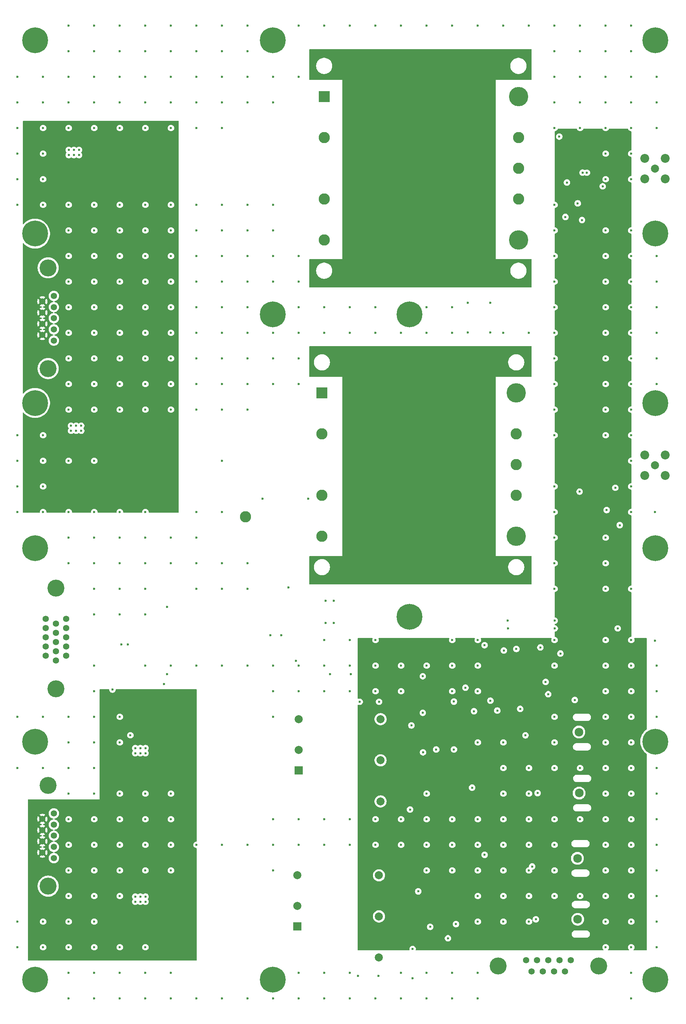
<source format=gbr>
%TF.GenerationSoftware,KiCad,Pcbnew,9.0.3*%
%TF.CreationDate,2025-09-16T12:32:26-04:00*%
%TF.ProjectId,CAEN_NEVIS_DAQ_PM5V,4341454e-5f4e-4455-9649-535f4441515f,rev?*%
%TF.SameCoordinates,Original*%
%TF.FileFunction,Copper,L5,Inr*%
%TF.FilePolarity,Positive*%
%FSLAX46Y46*%
G04 Gerber Fmt 4.6, Leading zero omitted, Abs format (unit mm)*
G04 Created by KiCad (PCBNEW 9.0.3) date 2025-09-16 12:32:26*
%MOMM*%
%LPD*%
G01*
G04 APERTURE LIST*
%TA.AperFunction,ComponentPad*%
%ADD10C,6.400000*%
%TD*%
%TA.AperFunction,ComponentPad*%
%ADD11C,2.159000*%
%TD*%
%TA.AperFunction,ComponentPad*%
%ADD12R,2.800000X2.800000*%
%TD*%
%TA.AperFunction,ComponentPad*%
%ADD13C,2.800000*%
%TD*%
%TA.AperFunction,ComponentPad*%
%ADD14C,4.800000*%
%TD*%
%TA.AperFunction,ComponentPad*%
%ADD15C,1.575000*%
%TD*%
%TA.AperFunction,ComponentPad*%
%ADD16C,4.216000*%
%TD*%
%TA.AperFunction,ComponentPad*%
%ADD17C,2.006600*%
%TD*%
%TA.AperFunction,ComponentPad*%
%ADD18C,2.209800*%
%TD*%
%TA.AperFunction,ComponentPad*%
%ADD19R,2.000000X2.000000*%
%TD*%
%TA.AperFunction,ComponentPad*%
%ADD20C,2.000000*%
%TD*%
%TA.AperFunction,ComponentPad*%
%ADD21C,1.560000*%
%TD*%
%TA.AperFunction,ViaPad*%
%ADD22C,0.600000*%
%TD*%
%TA.AperFunction,ViaPad*%
%ADD23C,1.200000*%
%TD*%
G04 APERTURE END LIST*
D10*
%TO.N,GNDPWR*%
%TO.C,H13*%
X184000000Y-262000000D03*
%TD*%
%TO.N,GNDPWR*%
%TO.C,H6*%
X125000000Y-203000000D03*
%TD*%
%TO.N,GNDPWR*%
%TO.C,H14*%
X279000000Y-119000000D03*
%TD*%
%TO.N,GNDPWR*%
%TO.C,H4*%
X125000000Y-119000000D03*
%TD*%
D11*
%TO.N,Net-(M3-Pad3)*%
%TO.C,P4*%
X260040000Y-200620000D03*
%TD*%
D12*
%TO.N,Net-(U4-+VIN)*%
%TO.C,U4*%
X196235000Y-116540000D03*
D13*
%TO.N,/Main_DC-DC_Converters/Enable_CKT/Enable*%
X196235000Y-126700000D03*
%TO.N,GNDPWR*%
X196235000Y-141940000D03*
%TO.N,/Main_DC-DC_Converters/Enable_CKT/V_RTN*%
X196235000Y-152100000D03*
D14*
%TO.N,/M5V*%
X244485000Y-152100000D03*
D13*
X244485000Y-141940000D03*
%TO.N,unconnected-(U4-TRIM-Pad7)*%
X244485000Y-134320000D03*
%TO.N,/PM5_RTN*%
X244485000Y-126700000D03*
D14*
X244485000Y-116540000D03*
%TD*%
D11*
%TO.N,Net-(P2-Pad1)*%
%TO.C,P2*%
X259760000Y-247070000D03*
%TD*%
D15*
%TO.N,/Enable+*%
%TO.C,J1*%
X132710000Y-181730000D03*
%TO.N,/P5V_V_MON*%
X132710000Y-179440000D03*
%TO.N,unconnected-(J1-Pad3)*%
X132710000Y-177150000D03*
%TO.N,/M5V_I_MON*%
X132710000Y-174860000D03*
%TO.N,/P5V_I_MON*%
X132710000Y-172570000D03*
%TO.N,/Enable-*%
X130170000Y-182875000D03*
%TO.N,/PM5V_TELEM_RTN*%
X130170000Y-180585000D03*
%TO.N,/M5V_V_MON*%
X130170000Y-178295000D03*
%TO.N,/PM5V_TELEM_RTN*%
X130170000Y-176005000D03*
X130170000Y-173715000D03*
X127630000Y-181730000D03*
X127630000Y-179440000D03*
%TO.N,unconnected-(J1-Pad13)*%
X127630000Y-177150000D03*
%TO.N,/PM5V_TELEM_RTN*%
X127630000Y-174860000D03*
%TO.N,/TEMP_MON*%
X127630000Y-172570000D03*
D16*
%TO.N,GNDPWR*%
X130170000Y-164909000D03*
X130170000Y-189899000D03*
%TD*%
D13*
%TO.N,/Main_DC-DC_Converters/Enable_CKT/Enable*%
%TO.C,V_{EN}1*%
X177270000Y-147230000D03*
%TD*%
D10*
%TO.N,GNDPWR*%
%TO.C,H17*%
X218000000Y-172000000D03*
%TD*%
D17*
%TO.N,/M5V_OUT*%
%TO.C,J4*%
X278970000Y-134410000D03*
D18*
%TO.N,/PM5_RTN*%
X281510000Y-131870000D03*
X276430000Y-131870000D03*
X276430000Y-136950000D03*
X281510000Y-136950000D03*
%TD*%
D12*
%TO.N,Net-(U3-+VIN)*%
%TO.C,U3*%
X196795000Y-43017500D03*
D13*
%TO.N,/Main_DC-DC_Converters/Enable_CKT/Enable*%
X196795000Y-53177500D03*
%TO.N,GNDPWR*%
X196795000Y-68417500D03*
%TO.N,/Main_DC-DC_Converters/Main_Converter/V_RTN*%
X196795000Y-78577500D03*
D14*
%TO.N,/PM5_RTN*%
X245045000Y-78577500D03*
D13*
X245045000Y-68417500D03*
%TO.N,unconnected-(U3-TRIM-Pad7)*%
X245045000Y-60797500D03*
%TO.N,/P5V*%
X245045000Y-53177500D03*
D14*
X245045000Y-43017500D03*
%TD*%
D10*
%TO.N,GNDPWR*%
%TO.C,H11*%
X279000000Y-203000000D03*
%TD*%
D19*
%TO.N,/Telemetry_PWR/Telem_5V1/V_POS*%
%TO.C,U6*%
X190093750Y-248860000D03*
D20*
%TO.N,/Telemetry_PWR/Telem_5V1/V_RTN*%
X190093750Y-243760000D03*
%TO.N,/PM5V_TELEM_RTN*%
X210393750Y-256560000D03*
%TO.N,unconnected-(U6-TRIM-Pad4)*%
X210393750Y-246360000D03*
%TO.N,/M5V_TELEM*%
X210393750Y-236160000D03*
%TO.N,unconnected-(U6-REMOTE-Pad6)*%
X190093750Y-236160000D03*
%TD*%
D10*
%TO.N,GNDPWR*%
%TO.C,H3*%
X125000000Y-77000000D03*
%TD*%
%TO.N,GNDPWR*%
%TO.C,H5*%
X125000000Y-155000000D03*
%TD*%
%TO.N,GNDPWR*%
%TO.C,H1*%
X125000000Y-29000000D03*
%TD*%
%TO.N,GNDPWR*%
%TO.C,H16*%
X218000000Y-97000000D03*
%TD*%
%TO.N,GNDPWR*%
%TO.C,H8*%
X279000000Y-262000000D03*
%TD*%
D19*
%TO.N,/Telemetry_PWR/Telem_5V/V_POS*%
%TO.C,U5*%
X190492500Y-210130000D03*
D20*
%TO.N,/Telemetry_PWR/Telem_5V/V_RTN*%
X190492500Y-205030000D03*
%TO.N,/P5V_TELEM*%
X210792500Y-217830000D03*
%TO.N,unconnected-(U5-TRIM-Pad4)*%
X210792500Y-207630000D03*
%TO.N,/PM5V_TELEM_RTN*%
X210792500Y-197430000D03*
%TO.N,unconnected-(U5-REMOTE-Pad6)*%
X190492500Y-197430000D03*
%TD*%
D10*
%TO.N,GNDPWR*%
%TO.C,H15*%
X184000000Y-29000000D03*
%TD*%
%TO.N,GNDPWR*%
%TO.C,H7*%
X125000000Y-262000000D03*
%TD*%
%TO.N,GNDPWR*%
%TO.C,H10*%
X184000000Y-97000000D03*
%TD*%
%TO.N,GNDPWR*%
%TO.C,H12*%
X279000000Y-77000000D03*
%TD*%
D21*
%TO.N,/M5V_TELEM*%
%TO.C,J6*%
X246915000Y-257210000D03*
X249685000Y-257210000D03*
%TO.N,unconnected-(J6-Pad3)*%
X252455000Y-257210000D03*
%TO.N,/P5V_TELEM*%
X255225000Y-257210000D03*
X257995000Y-257210000D03*
%TO.N,/PM5V_TELEM_RTN*%
X248300000Y-260050000D03*
X251070000Y-260050000D03*
X253840000Y-260050000D03*
X256610000Y-260050000D03*
D16*
%TO.N,GNDPWR*%
X239955000Y-258630000D03*
X264955000Y-258630000D03*
%TD*%
D11*
%TO.N,Net-(M4-Pad3)*%
%TO.C,P1*%
X259680000Y-231950000D03*
%TD*%
D17*
%TO.N,/P5V_OUT*%
%TO.C,J5*%
X278970000Y-60900000D03*
D18*
%TO.N,/PM5_RTN*%
X281510000Y-58360000D03*
X276430000Y-58360000D03*
X276430000Y-63440000D03*
X281510000Y-63440000D03*
%TD*%
D21*
%TO.N,/V_SEC_RTN*%
%TO.C,J2*%
X129660000Y-92440000D03*
X129660000Y-95210000D03*
%TO.N,unconnected-(J2-Pad3)*%
X129660000Y-97980000D03*
%TO.N,/V_SEC_RTN*%
X129660000Y-100750000D03*
X129660000Y-103520000D03*
%TO.N,/V_SEC_IN*%
X126820000Y-93825000D03*
X126820000Y-96595000D03*
X126820000Y-99365000D03*
X126820000Y-102135000D03*
D16*
%TO.N,GNDPWR*%
X128240000Y-85480000D03*
X128240000Y-110480000D03*
%TD*%
D10*
%TO.N,GNDPWR*%
%TO.C,H9*%
X279000000Y-155000000D03*
%TD*%
D21*
%TO.N,/V_TELEM_RTN*%
%TO.C,J3*%
X129660000Y-220810000D03*
X129660000Y-223580000D03*
%TO.N,unconnected-(J3-Pad3)*%
X129660000Y-226350000D03*
%TO.N,/V_TELEM_RTN*%
X129660000Y-229120000D03*
X129660000Y-231890000D03*
%TO.N,/V_TELEM_IN*%
X126820000Y-222195000D03*
X126820000Y-224965000D03*
X126820000Y-227735000D03*
X126820000Y-230505000D03*
D16*
%TO.N,GNDPWR*%
X128240000Y-213850000D03*
X128240000Y-238850000D03*
%TD*%
D11*
%TO.N,Net-(P3-Pad1)*%
%TO.C,P3*%
X260100000Y-215770000D03*
%TD*%
D10*
%TO.N,GNDPWR*%
%TO.C,H2*%
X279000000Y-29000000D03*
%TD*%
D22*
%TO.N,/V_TELEM_IN*%
X162580000Y-191275000D03*
X147975000Y-250330000D03*
X146705000Y-250330000D03*
X145435000Y-249060000D03*
X147975000Y-209690000D03*
X145435000Y-210960000D03*
X146705000Y-209690000D03*
X146705000Y-249060000D03*
X148640000Y-196410000D03*
X146705000Y-210960000D03*
X147975000Y-210960000D03*
X145435000Y-209690000D03*
X145435000Y-250330000D03*
X147975000Y-249060000D03*
%TO.N,/V_TELEM_RTN*%
X266700000Y-234950000D03*
X171450000Y-228600000D03*
X279400000Y-184150000D03*
X139700000Y-222250000D03*
X133350000Y-241300000D03*
X139700000Y-228600000D03*
X234950000Y-234950000D03*
X241300000Y-209550000D03*
X196850000Y-228600000D03*
X228600000Y-190500000D03*
X254000000Y-184150000D03*
X222250000Y-184150000D03*
X139700000Y-190500000D03*
X133350000Y-209550000D03*
X133350000Y-215900000D03*
X127000000Y-247650000D03*
X127000000Y-196850000D03*
X139700000Y-196850000D03*
X260350000Y-241300000D03*
X149880000Y-241440000D03*
X171450000Y-266700000D03*
X241300000Y-241300000D03*
X151150000Y-241440000D03*
X152400000Y-254000000D03*
X157040000Y-188760000D03*
X120650000Y-209550000D03*
X120650000Y-254000000D03*
X152400000Y-266700000D03*
X133350000Y-254000000D03*
X184150000Y-222250000D03*
X234950000Y-177800000D03*
X139700000Y-260350000D03*
X247650000Y-234950000D03*
X152420000Y-242710000D03*
X215900000Y-260350000D03*
X241300000Y-222250000D03*
X209550000Y-190500000D03*
X209550000Y-266700000D03*
X165100000Y-266700000D03*
X139700000Y-241300000D03*
X177800000Y-228600000D03*
X203200000Y-222250000D03*
X241300000Y-228600000D03*
X146050000Y-241300000D03*
X149880000Y-242710000D03*
X247650000Y-247650000D03*
X190500000Y-190500000D03*
X266700000Y-190500000D03*
X152400000Y-234950000D03*
X266700000Y-215900000D03*
X241300000Y-234950000D03*
X152420000Y-205880000D03*
X273050000Y-266700000D03*
X266700000Y-228600000D03*
X273050000Y-215900000D03*
X171450000Y-184150000D03*
X247650000Y-241300000D03*
X139700000Y-203200000D03*
X273050000Y-234950000D03*
X279400000Y-228600000D03*
X209550000Y-228600000D03*
X273050000Y-209550000D03*
X127000000Y-254000000D03*
X165100000Y-228600000D03*
X215900000Y-266700000D03*
X190500000Y-184150000D03*
X146050000Y-222250000D03*
X120650000Y-196850000D03*
X139700000Y-234950000D03*
X215900000Y-190500000D03*
X273050000Y-247650000D03*
X203200000Y-260350000D03*
X228600000Y-234950000D03*
X152400000Y-222250000D03*
X127000000Y-209550000D03*
X241300000Y-215900000D03*
X144220000Y-190100000D03*
X266700000Y-254000000D03*
X215900000Y-184150000D03*
X152400000Y-228600000D03*
X279400000Y-209550000D03*
X273050000Y-177800000D03*
X247650000Y-228600000D03*
X149880000Y-205880000D03*
X152400000Y-171450000D03*
X209550000Y-177800000D03*
X158750000Y-215900000D03*
X273050000Y-203200000D03*
X234950000Y-203200000D03*
X266700000Y-222250000D03*
X215900000Y-228600000D03*
X279400000Y-254000000D03*
X234950000Y-184150000D03*
X279400000Y-190500000D03*
X189770000Y-182940000D03*
X203200000Y-184150000D03*
X177800000Y-184150000D03*
X158750000Y-260350000D03*
X234950000Y-190500000D03*
X152400000Y-260350000D03*
X273050000Y-228600000D03*
X228600000Y-228600000D03*
X266700000Y-177800000D03*
X228600000Y-177800000D03*
X260350000Y-209550000D03*
X146050000Y-260350000D03*
X234950000Y-222250000D03*
X139700000Y-215900000D03*
X184150000Y-196850000D03*
X273050000Y-222250000D03*
X279400000Y-247650000D03*
X273050000Y-184150000D03*
X266700000Y-203200000D03*
X228600000Y-222250000D03*
X247650000Y-222250000D03*
X148670000Y-201420000D03*
X139700000Y-247650000D03*
X146050000Y-196850000D03*
X215900000Y-222250000D03*
X196850000Y-190500000D03*
X152400000Y-165100000D03*
X146050000Y-215900000D03*
X146050000Y-203200000D03*
X279400000Y-196850000D03*
X266700000Y-209550000D03*
X247650000Y-215900000D03*
X133350000Y-228600000D03*
X203200000Y-228600000D03*
X279400000Y-222250000D03*
X151150000Y-205880000D03*
X149880000Y-204610000D03*
X234950000Y-266700000D03*
X254000000Y-203200000D03*
X234950000Y-228600000D03*
X241300000Y-203200000D03*
X273050000Y-254000000D03*
X133350000Y-266700000D03*
X133350000Y-260350000D03*
X146409999Y-178886200D03*
X152400000Y-215900000D03*
X158750000Y-184150000D03*
X266700000Y-196850000D03*
X139700000Y-254000000D03*
X158750000Y-222250000D03*
X139700000Y-171450000D03*
X254000000Y-241300000D03*
X152420000Y-204610000D03*
X241300000Y-247650000D03*
X273050000Y-196850000D03*
X199180000Y-173590000D03*
X266700000Y-184150000D03*
X146050000Y-254000000D03*
X133350000Y-234950000D03*
X279400000Y-234950000D03*
X222250000Y-222250000D03*
X266700000Y-241300000D03*
X234950000Y-241300000D03*
X228600000Y-266700000D03*
X279400000Y-215900000D03*
X158750000Y-234950000D03*
X273050000Y-260350000D03*
X222250000Y-228600000D03*
X133350000Y-222250000D03*
X254000000Y-228600000D03*
X133350000Y-196850000D03*
X190500000Y-266700000D03*
X196850000Y-184150000D03*
X222250000Y-215900000D03*
X146050000Y-171450000D03*
X222250000Y-234950000D03*
X158750000Y-266700000D03*
X247650000Y-209550000D03*
X190500000Y-260350000D03*
X184150000Y-266700000D03*
X203200000Y-177800000D03*
X203200000Y-190500000D03*
X228600000Y-184150000D03*
X234950000Y-260350000D03*
X165100000Y-184150000D03*
X152420000Y-241440000D03*
X254000000Y-177800000D03*
X151150000Y-204610000D03*
X222250000Y-266700000D03*
X146050000Y-234950000D03*
X139700000Y-209550000D03*
X197180000Y-173590000D03*
X152400000Y-184150000D03*
X184150000Y-190500000D03*
X120650000Y-247650000D03*
X254000000Y-222250000D03*
X177800000Y-266700000D03*
X228600000Y-260350000D03*
X273050000Y-190500000D03*
X190500000Y-228600000D03*
X209550000Y-222250000D03*
X146050000Y-228600000D03*
X184150000Y-228600000D03*
X203200000Y-266700000D03*
X146050000Y-266700000D03*
X146050000Y-165100000D03*
X279400000Y-241300000D03*
X196850000Y-266700000D03*
X158750000Y-228600000D03*
X133350000Y-247650000D03*
X266700000Y-247650000D03*
X196850000Y-177800000D03*
X190500000Y-222250000D03*
X139700000Y-266700000D03*
X273050000Y-241300000D03*
X139700000Y-165100000D03*
X209550000Y-184150000D03*
X196850000Y-222250000D03*
X184150000Y-234950000D03*
X196850000Y-260350000D03*
X139700000Y-184150000D03*
X222250000Y-260350000D03*
X254000000Y-196850000D03*
X254000000Y-234950000D03*
X151150000Y-242710000D03*
X254000000Y-209550000D03*
X234950000Y-247650000D03*
X260350000Y-222250000D03*
X184150000Y-184150000D03*
X133350000Y-203200000D03*
%TO.N,/Main_DC-DC_Converters/V3p3*%
X148059999Y-178866200D03*
D23*
%TO.N,GNDPWR*%
X203220000Y-86500000D03*
X215920000Y-56020000D03*
X218460000Y-68720000D03*
X238780000Y-162700000D03*
X208300000Y-122060000D03*
X205760000Y-150000000D03*
X231160000Y-124600000D03*
X236240000Y-66180000D03*
X213380000Y-137300000D03*
X233700000Y-86500000D03*
X203220000Y-58560000D03*
X205760000Y-124600000D03*
X223540000Y-127140000D03*
X241320000Y-109360000D03*
X210840000Y-137300000D03*
X203220000Y-68720000D03*
X223540000Y-86500000D03*
X218460000Y-35700000D03*
X236240000Y-78880000D03*
X231160000Y-106820000D03*
X226080000Y-83960000D03*
X223540000Y-160160000D03*
X218460000Y-109360000D03*
X236240000Y-61100000D03*
X215920000Y-53480000D03*
X203220000Y-122060000D03*
X215920000Y-40780000D03*
X218460000Y-147460000D03*
X210840000Y-33160000D03*
X221000000Y-116980000D03*
X226080000Y-142380000D03*
X223540000Y-35700000D03*
X236240000Y-157620000D03*
X205760000Y-56020000D03*
X221000000Y-114440000D03*
X218460000Y-157620000D03*
X231160000Y-111900000D03*
X233700000Y-63640000D03*
X210840000Y-63640000D03*
X210840000Y-56020000D03*
X226080000Y-43320000D03*
X226080000Y-48400000D03*
X208300000Y-127140000D03*
X221000000Y-56020000D03*
X221000000Y-127140000D03*
X205760000Y-50940000D03*
X226080000Y-114440000D03*
X221000000Y-61100000D03*
X210840000Y-150000000D03*
X203220000Y-89040000D03*
X213380000Y-48400000D03*
X210840000Y-152540000D03*
X215920000Y-122060000D03*
X208300000Y-162700000D03*
X233700000Y-152540000D03*
X208300000Y-58560000D03*
X221000000Y-124600000D03*
X233700000Y-142380000D03*
X226080000Y-73800000D03*
X203220000Y-56020000D03*
X228620000Y-43320000D03*
X231160000Y-58560000D03*
X233700000Y-38240000D03*
X205760000Y-122060000D03*
X226080000Y-50940000D03*
X210840000Y-142380000D03*
D22*
X232480000Y-101510000D03*
D23*
X210840000Y-144920000D03*
X231160000Y-81420000D03*
X205760000Y-73800000D03*
X213380000Y-68720000D03*
X205760000Y-152540000D03*
X236240000Y-127140000D03*
X226080000Y-53480000D03*
X236240000Y-86500000D03*
X231160000Y-48400000D03*
X205760000Y-33160000D03*
X208300000Y-73800000D03*
X241320000Y-162700000D03*
X208300000Y-147460000D03*
X203220000Y-124600000D03*
X213380000Y-71260000D03*
X238780000Y-106820000D03*
X233700000Y-109360000D03*
X233700000Y-111900000D03*
X205760000Y-61100000D03*
X215920000Y-33160000D03*
X215920000Y-63640000D03*
X223540000Y-162700000D03*
X210840000Y-134760000D03*
X221000000Y-111900000D03*
X226080000Y-61100000D03*
X208300000Y-160160000D03*
X218460000Y-66180000D03*
X221000000Y-68720000D03*
X215920000Y-155080000D03*
X208300000Y-33160000D03*
X208300000Y-66180000D03*
X205760000Y-137300000D03*
X205760000Y-58560000D03*
X208300000Y-114440000D03*
X221000000Y-86500000D03*
X228620000Y-124600000D03*
X218460000Y-122060000D03*
X218460000Y-160160000D03*
X215920000Y-50940000D03*
X233700000Y-73800000D03*
X223540000Y-68720000D03*
X215920000Y-83960000D03*
X203220000Y-45860000D03*
X238780000Y-35700000D03*
X226080000Y-147460000D03*
X215920000Y-38240000D03*
X223540000Y-58560000D03*
X233700000Y-78880000D03*
X236240000Y-111900000D03*
X226080000Y-162700000D03*
X236240000Y-38240000D03*
X231160000Y-139840000D03*
X213380000Y-152540000D03*
X236240000Y-129680000D03*
X226080000Y-35700000D03*
X228620000Y-68720000D03*
X226080000Y-139840000D03*
X221000000Y-119520000D03*
X231160000Y-157620000D03*
X231160000Y-132220000D03*
X223540000Y-152540000D03*
D22*
X232480000Y-94120000D03*
D23*
X228620000Y-155080000D03*
X215920000Y-58560000D03*
X231160000Y-61100000D03*
X228620000Y-48400000D03*
X208300000Y-45860000D03*
X210840000Y-157620000D03*
X210840000Y-129680000D03*
X231160000Y-162700000D03*
X205760000Y-83960000D03*
X226080000Y-71260000D03*
X238780000Y-86500000D03*
X228620000Y-129680000D03*
X203220000Y-35700000D03*
X236240000Y-139840000D03*
X223540000Y-137300000D03*
X228620000Y-119520000D03*
X203220000Y-157620000D03*
X221000000Y-132220000D03*
X231160000Y-155080000D03*
X221000000Y-160160000D03*
X223540000Y-124600000D03*
X200680000Y-86500000D03*
X223540000Y-132220000D03*
X203220000Y-33160000D03*
X233700000Y-33160000D03*
X223540000Y-81420000D03*
X226080000Y-66180000D03*
X213380000Y-86500000D03*
X233700000Y-162700000D03*
X210840000Y-124600000D03*
X210840000Y-61100000D03*
X231160000Y-33160000D03*
X226080000Y-155080000D03*
X228620000Y-86500000D03*
X223540000Y-157620000D03*
X231160000Y-86500000D03*
X228620000Y-81420000D03*
X231160000Y-116980000D03*
X218460000Y-127140000D03*
X205760000Y-35700000D03*
X210840000Y-147460000D03*
X215920000Y-142380000D03*
X228620000Y-66180000D03*
X215920000Y-86500000D03*
X231160000Y-76340000D03*
X210840000Y-48400000D03*
X203220000Y-147460000D03*
X200680000Y-89040000D03*
X226080000Y-137300000D03*
X226080000Y-127140000D03*
X213380000Y-127140000D03*
X231160000Y-114440000D03*
X203220000Y-155080000D03*
X203220000Y-144920000D03*
X218460000Y-116980000D03*
X233700000Y-106820000D03*
X215920000Y-137300000D03*
X215920000Y-43320000D03*
X241320000Y-33160000D03*
X233700000Y-144920000D03*
X208300000Y-142380000D03*
X213380000Y-63640000D03*
X210840000Y-162700000D03*
X205760000Y-76340000D03*
X221000000Y-48400000D03*
X223540000Y-144920000D03*
X213380000Y-45860000D03*
X213380000Y-89040000D03*
X210840000Y-155080000D03*
X241320000Y-106820000D03*
X226080000Y-122060000D03*
X213380000Y-61100000D03*
X208300000Y-152540000D03*
X205760000Y-144920000D03*
X233700000Y-127140000D03*
X218460000Y-58560000D03*
X233700000Y-61100000D03*
X218460000Y-119520000D03*
X221000000Y-155080000D03*
X221000000Y-50940000D03*
X223540000Y-45860000D03*
X208300000Y-50940000D03*
X213380000Y-111900000D03*
X203220000Y-127140000D03*
X210840000Y-114440000D03*
X233700000Y-137300000D03*
X233700000Y-43320000D03*
X213380000Y-33160000D03*
X236240000Y-160160000D03*
X205760000Y-106820000D03*
X231160000Y-78880000D03*
X236240000Y-76340000D03*
X215920000Y-48400000D03*
X238780000Y-89040000D03*
X226080000Y-160160000D03*
X205760000Y-45860000D03*
X233700000Y-155080000D03*
X205760000Y-68720000D03*
X210840000Y-89040000D03*
X210840000Y-78880000D03*
X215920000Y-89040000D03*
X233700000Y-45860000D03*
X205760000Y-160160000D03*
X203220000Y-83960000D03*
X203220000Y-139840000D03*
X221000000Y-43320000D03*
X208300000Y-68720000D03*
X215920000Y-124600000D03*
X205760000Y-155080000D03*
X205760000Y-134760000D03*
X208300000Y-124600000D03*
X218460000Y-152540000D03*
X236240000Y-33160000D03*
X218460000Y-71260000D03*
X203220000Y-137300000D03*
X205760000Y-111900000D03*
X213380000Y-66180000D03*
X226080000Y-89040000D03*
X205760000Y-63640000D03*
X233700000Y-122060000D03*
X218460000Y-150000000D03*
X210840000Y-38240000D03*
X205760000Y-53480000D03*
X203220000Y-114440000D03*
X203220000Y-66180000D03*
X231160000Y-38240000D03*
X218460000Y-111900000D03*
X236240000Y-63640000D03*
X226080000Y-116980000D03*
X210840000Y-40780000D03*
X205760000Y-127140000D03*
X213380000Y-144920000D03*
X221000000Y-106820000D03*
X203220000Y-134760000D03*
X218460000Y-53480000D03*
X203220000Y-53480000D03*
X200680000Y-162700000D03*
X208300000Y-157620000D03*
D22*
X205190000Y-261150000D03*
D23*
X218460000Y-144920000D03*
X226080000Y-45860000D03*
X213380000Y-150000000D03*
X228620000Y-63640000D03*
X233700000Y-116980000D03*
X215920000Y-81420000D03*
X228620000Y-61100000D03*
X218460000Y-61100000D03*
X226080000Y-86500000D03*
X236240000Y-116980000D03*
X223540000Y-38240000D03*
X208300000Y-129680000D03*
X226080000Y-150000000D03*
X200680000Y-109360000D03*
X221000000Y-66180000D03*
X213380000Y-132220000D03*
X210840000Y-139840000D03*
X223540000Y-71260000D03*
X215920000Y-129680000D03*
X228620000Y-33160000D03*
X208300000Y-116980000D03*
X236240000Y-132220000D03*
X238780000Y-160160000D03*
X236240000Y-155080000D03*
X203220000Y-142380000D03*
X223540000Y-155080000D03*
X228620000Y-50940000D03*
X218460000Y-162700000D03*
X221000000Y-144920000D03*
X233700000Y-81420000D03*
X208300000Y-78880000D03*
X205760000Y-129680000D03*
X218460000Y-33160000D03*
X231160000Y-45860000D03*
X205760000Y-48400000D03*
X223540000Y-53480000D03*
X223540000Y-106820000D03*
X218460000Y-56020000D03*
X213380000Y-157620000D03*
X228620000Y-160160000D03*
X236240000Y-35700000D03*
X236240000Y-106820000D03*
X236240000Y-144920000D03*
X208300000Y-111900000D03*
X215920000Y-109360000D03*
X233700000Y-124600000D03*
X215920000Y-119520000D03*
X210840000Y-127140000D03*
X233700000Y-53480000D03*
X233700000Y-157620000D03*
X208300000Y-139840000D03*
X203220000Y-162700000D03*
X236240000Y-119520000D03*
X228620000Y-78880000D03*
X213380000Y-155080000D03*
X203220000Y-63640000D03*
X213380000Y-76340000D03*
X236240000Y-48400000D03*
X241320000Y-86500000D03*
X228620000Y-122060000D03*
X236240000Y-83960000D03*
X233700000Y-76340000D03*
X228620000Y-56020000D03*
X233700000Y-48400000D03*
X215920000Y-144920000D03*
X205760000Y-86500000D03*
X223540000Y-33160000D03*
X228620000Y-83960000D03*
X236240000Y-68720000D03*
X213380000Y-116980000D03*
X210840000Y-106820000D03*
X210840000Y-53480000D03*
X213380000Y-73800000D03*
X215920000Y-132220000D03*
X221000000Y-137300000D03*
X233700000Y-66180000D03*
X213380000Y-162700000D03*
X231160000Y-53480000D03*
X203220000Y-132220000D03*
X228620000Y-150000000D03*
X221000000Y-53480000D03*
X228620000Y-157620000D03*
X203220000Y-78880000D03*
X218460000Y-63640000D03*
X236240000Y-162700000D03*
X215920000Y-71260000D03*
X236240000Y-89040000D03*
X210840000Y-116980000D03*
X215920000Y-127140000D03*
X221000000Y-78880000D03*
X236240000Y-134760000D03*
X221000000Y-45860000D03*
X205760000Y-109360000D03*
X228620000Y-89040000D03*
X221000000Y-89040000D03*
X215920000Y-116980000D03*
X213380000Y-129680000D03*
X236240000Y-58560000D03*
X203220000Y-61100000D03*
X208300000Y-150000000D03*
X223540000Y-142380000D03*
X226080000Y-78880000D03*
X218460000Y-43320000D03*
X208300000Y-109360000D03*
X233700000Y-83960000D03*
X208300000Y-155080000D03*
X205760000Y-71260000D03*
X223540000Y-89040000D03*
X223540000Y-63640000D03*
X223540000Y-56020000D03*
X205760000Y-142380000D03*
X208300000Y-83960000D03*
X228620000Y-40780000D03*
X226080000Y-129680000D03*
X241320000Y-35700000D03*
X208300000Y-89040000D03*
X213380000Y-83960000D03*
X205760000Y-43320000D03*
X231160000Y-89040000D03*
X210840000Y-132220000D03*
X218460000Y-50940000D03*
X205760000Y-40780000D03*
X213380000Y-106820000D03*
X223540000Y-66180000D03*
X223540000Y-114440000D03*
X233700000Y-119520000D03*
X228620000Y-53480000D03*
X236240000Y-124600000D03*
X203220000Y-43320000D03*
X213380000Y-134760000D03*
X221000000Y-38240000D03*
X226080000Y-106820000D03*
X226080000Y-58560000D03*
X203220000Y-111900000D03*
X231160000Y-56020000D03*
X226080000Y-38240000D03*
X218460000Y-134760000D03*
X233700000Y-35700000D03*
X233700000Y-160160000D03*
X203220000Y-71260000D03*
X208300000Y-61100000D03*
X208300000Y-56020000D03*
X233700000Y-147460000D03*
X218460000Y-45860000D03*
X236240000Y-147460000D03*
X210840000Y-66180000D03*
X241320000Y-160160000D03*
X203220000Y-48400000D03*
X228620000Y-76340000D03*
X203220000Y-81420000D03*
X210840000Y-109360000D03*
X226080000Y-157620000D03*
X226080000Y-63640000D03*
X221000000Y-81420000D03*
X215920000Y-147460000D03*
X231160000Y-134760000D03*
X231160000Y-122060000D03*
X215920000Y-61100000D03*
X223540000Y-76340000D03*
X236240000Y-40780000D03*
X226080000Y-76340000D03*
X218460000Y-83960000D03*
X200680000Y-106820000D03*
X203220000Y-160160000D03*
X208300000Y-144920000D03*
X218460000Y-129680000D03*
X228620000Y-127140000D03*
X213380000Y-119520000D03*
X221000000Y-142380000D03*
X231160000Y-43320000D03*
X228620000Y-58560000D03*
D22*
X205620000Y-193120000D03*
D23*
X205760000Y-116980000D03*
X210840000Y-71260000D03*
X213380000Y-50940000D03*
X218460000Y-40780000D03*
X223540000Y-139840000D03*
X208300000Y-76340000D03*
X231160000Y-129680000D03*
X226080000Y-144920000D03*
X215920000Y-114440000D03*
X213380000Y-81420000D03*
X223540000Y-40780000D03*
X213380000Y-43320000D03*
X236240000Y-81420000D03*
X223540000Y-134760000D03*
X228620000Y-109360000D03*
X218460000Y-132220000D03*
X213380000Y-109360000D03*
X200680000Y-160160000D03*
X221000000Y-73800000D03*
X208300000Y-132220000D03*
X228620000Y-114440000D03*
X213380000Y-160160000D03*
X236240000Y-109360000D03*
X203220000Y-106820000D03*
X213380000Y-124600000D03*
X210840000Y-119520000D03*
X218460000Y-142380000D03*
X210840000Y-50940000D03*
X236240000Y-56020000D03*
X226080000Y-134760000D03*
X223540000Y-48400000D03*
X218460000Y-73800000D03*
X226080000Y-33160000D03*
X203220000Y-76340000D03*
X218460000Y-155080000D03*
X228620000Y-73800000D03*
X210840000Y-160160000D03*
X233700000Y-71260000D03*
X226080000Y-68720000D03*
X223540000Y-43320000D03*
X221000000Y-63640000D03*
X208300000Y-119520000D03*
X231160000Y-109360000D03*
X203220000Y-109360000D03*
X223540000Y-61100000D03*
X215920000Y-162700000D03*
X218460000Y-114440000D03*
X208300000Y-86500000D03*
X210840000Y-35700000D03*
X233700000Y-68720000D03*
X223540000Y-122060000D03*
X231160000Y-68720000D03*
X233700000Y-89040000D03*
X223540000Y-83960000D03*
X223540000Y-147460000D03*
X218460000Y-81420000D03*
X233700000Y-139840000D03*
X208300000Y-106820000D03*
X208300000Y-40780000D03*
X223540000Y-150000000D03*
X226080000Y-152540000D03*
X205760000Y-147460000D03*
X223540000Y-109360000D03*
X208300000Y-81420000D03*
X203220000Y-38240000D03*
X203220000Y-152540000D03*
X223540000Y-111900000D03*
X233700000Y-56020000D03*
X221000000Y-58560000D03*
X233700000Y-150000000D03*
X228620000Y-132220000D03*
X228620000Y-106820000D03*
X215920000Y-78880000D03*
X228620000Y-45860000D03*
X205760000Y-81420000D03*
X226080000Y-132220000D03*
X236240000Y-73800000D03*
X215920000Y-150000000D03*
X231160000Y-40780000D03*
X231160000Y-66180000D03*
X241320000Y-89040000D03*
X236240000Y-142380000D03*
X231160000Y-152540000D03*
X221000000Y-71260000D03*
X223540000Y-78880000D03*
X236240000Y-152540000D03*
X218460000Y-76340000D03*
X231160000Y-127140000D03*
X213380000Y-122060000D03*
X221000000Y-157620000D03*
X205760000Y-162700000D03*
X208300000Y-48400000D03*
X238780000Y-109360000D03*
X233700000Y-50940000D03*
X215920000Y-152540000D03*
X226080000Y-124600000D03*
X213380000Y-78880000D03*
X218460000Y-106820000D03*
X210840000Y-81420000D03*
X233700000Y-58560000D03*
X228620000Y-137300000D03*
X210840000Y-43320000D03*
X228620000Y-144920000D03*
X231160000Y-160160000D03*
X228620000Y-152540000D03*
X221000000Y-139840000D03*
X228620000Y-35700000D03*
X231160000Y-137300000D03*
X228620000Y-142380000D03*
X210840000Y-68720000D03*
X213380000Y-58560000D03*
X226080000Y-40780000D03*
X210840000Y-73800000D03*
X221000000Y-152540000D03*
X215920000Y-73800000D03*
X208300000Y-63640000D03*
X205760000Y-132220000D03*
X228620000Y-134760000D03*
X223540000Y-73800000D03*
X236240000Y-114440000D03*
X221000000Y-162700000D03*
X213380000Y-40780000D03*
X218460000Y-38240000D03*
X221000000Y-40780000D03*
X200680000Y-33160000D03*
X208300000Y-35700000D03*
X208300000Y-43320000D03*
X218460000Y-89040000D03*
X208300000Y-134760000D03*
X221000000Y-147460000D03*
X223540000Y-119520000D03*
X210840000Y-122060000D03*
X228620000Y-162700000D03*
X236240000Y-71260000D03*
X231160000Y-71260000D03*
X215920000Y-68720000D03*
X231160000Y-73800000D03*
X210840000Y-83960000D03*
X210840000Y-45860000D03*
X215920000Y-35700000D03*
X218460000Y-124600000D03*
X210840000Y-86500000D03*
X205760000Y-66180000D03*
X205760000Y-119520000D03*
X221000000Y-83960000D03*
X213380000Y-147460000D03*
X205760000Y-38240000D03*
X215920000Y-160160000D03*
X226080000Y-119520000D03*
X231160000Y-144920000D03*
X226080000Y-111900000D03*
X233700000Y-132220000D03*
X221000000Y-33160000D03*
X218460000Y-86500000D03*
X221000000Y-129680000D03*
X226080000Y-81420000D03*
X231160000Y-63640000D03*
X236240000Y-45860000D03*
X213380000Y-53480000D03*
X205760000Y-78880000D03*
X203220000Y-73800000D03*
X203220000Y-40780000D03*
X205760000Y-157620000D03*
X236240000Y-122060000D03*
X215920000Y-139840000D03*
X213380000Y-114440000D03*
X223540000Y-129680000D03*
X221000000Y-134760000D03*
X228620000Y-71260000D03*
X233700000Y-129680000D03*
X228620000Y-38240000D03*
X218460000Y-137300000D03*
X215920000Y-45860000D03*
X210840000Y-111900000D03*
X236240000Y-50940000D03*
X228620000Y-111900000D03*
X221000000Y-35700000D03*
X233700000Y-134760000D03*
X228620000Y-116980000D03*
X215920000Y-111900000D03*
X236240000Y-43320000D03*
X215920000Y-157620000D03*
X213380000Y-139840000D03*
X215920000Y-106820000D03*
X236240000Y-53480000D03*
X226080000Y-109360000D03*
X215920000Y-134760000D03*
X205760000Y-89040000D03*
X231160000Y-147460000D03*
X208300000Y-53480000D03*
X236240000Y-137300000D03*
X208300000Y-38240000D03*
X223540000Y-50940000D03*
X205760000Y-114440000D03*
X221000000Y-76340000D03*
X213380000Y-35700000D03*
X210840000Y-58560000D03*
X223540000Y-116980000D03*
X205760000Y-139840000D03*
X238780000Y-33160000D03*
X236240000Y-150000000D03*
X213380000Y-56020000D03*
X208300000Y-137300000D03*
X233700000Y-114440000D03*
X200680000Y-35700000D03*
X213380000Y-142380000D03*
X203220000Y-116980000D03*
X221000000Y-150000000D03*
X231160000Y-142380000D03*
X218460000Y-139840000D03*
X231160000Y-83960000D03*
X228620000Y-139840000D03*
X203220000Y-119520000D03*
X233700000Y-40780000D03*
X231160000Y-150000000D03*
X218460000Y-48400000D03*
X203220000Y-50940000D03*
X226080000Y-56020000D03*
X210840000Y-76340000D03*
X208300000Y-71260000D03*
X203220000Y-150000000D03*
X215920000Y-66180000D03*
X215920000Y-76340000D03*
X231160000Y-119520000D03*
X218460000Y-78880000D03*
X221000000Y-122060000D03*
X231160000Y-50940000D03*
X203220000Y-129680000D03*
X213380000Y-38240000D03*
X221000000Y-109360000D03*
X228620000Y-147460000D03*
X231160000Y-35700000D03*
D22*
%TO.N,/PM5_RTN*%
X255160000Y-52920000D03*
X238050000Y-101540000D03*
X238020000Y-94120000D03*
%TO.N,/V_SEC_RTN*%
X171450000Y-114300000D03*
X273050000Y-133350000D03*
X171450000Y-25400000D03*
X171450000Y-101600000D03*
X139700000Y-114300000D03*
X152400000Y-82550000D03*
X127000000Y-63500000D03*
X158750000Y-120650000D03*
X158750000Y-25400000D03*
X254000000Y-82550000D03*
X133350000Y-107950000D03*
X254000000Y-88900000D03*
X177800000Y-38100000D03*
X177800000Y-158750000D03*
X120650000Y-69850000D03*
X273050000Y-44450000D03*
X266700000Y-38100000D03*
X120650000Y-44450000D03*
X152400000Y-95250000D03*
X158750000Y-114300000D03*
X197170000Y-168040000D03*
X222250000Y-95250000D03*
X171450000Y-76200000D03*
X241300000Y-101600000D03*
X139700000Y-44450000D03*
X279400000Y-107950000D03*
X146050000Y-69850000D03*
X254000000Y-76200000D03*
X165100000Y-107950000D03*
X139700000Y-38100000D03*
X165100000Y-165100000D03*
X184150000Y-44450000D03*
X135920000Y-56240000D03*
X273050000Y-31750000D03*
X190500000Y-101600000D03*
X146050000Y-38100000D03*
X184150000Y-101600000D03*
X190500000Y-107950000D03*
X228600000Y-101600000D03*
X254000000Y-38100000D03*
X273050000Y-88900000D03*
X209550000Y-95250000D03*
X152400000Y-101600000D03*
X127000000Y-133350000D03*
X158750000Y-44450000D03*
X133350000Y-69850000D03*
X139700000Y-76200000D03*
X120650000Y-146050000D03*
X165100000Y-50800000D03*
X254000000Y-95250000D03*
X209550000Y-101600000D03*
X146050000Y-152400000D03*
X127000000Y-127000000D03*
X139700000Y-120650000D03*
X260350000Y-31750000D03*
X254000000Y-101600000D03*
X165100000Y-120650000D03*
X133350000Y-31750000D03*
X190500000Y-25400000D03*
X190500000Y-38100000D03*
X254000000Y-69850000D03*
X203200000Y-95250000D03*
X127000000Y-69850000D03*
X273050000Y-50800000D03*
X165100000Y-38100000D03*
X135180000Y-125900000D03*
X171450000Y-69850000D03*
X152400000Y-107950000D03*
X279400000Y-50800000D03*
X152400000Y-146050000D03*
X254000000Y-139700000D03*
X146050000Y-101600000D03*
X139700000Y-69850000D03*
X165100000Y-95250000D03*
X139700000Y-25400000D03*
X171450000Y-44450000D03*
X190500000Y-82550000D03*
X120650000Y-63500000D03*
X133380000Y-57510000D03*
X203200000Y-101600000D03*
X279400000Y-38100000D03*
X177800000Y-88900000D03*
X171450000Y-158750000D03*
X171450000Y-82550000D03*
X254000000Y-158750000D03*
X158750000Y-31750000D03*
X158750000Y-88900000D03*
X273050000Y-25400000D03*
X266700000Y-107950000D03*
X133350000Y-44450000D03*
X139700000Y-107950000D03*
X266700000Y-120650000D03*
X171450000Y-107950000D03*
X273050000Y-95250000D03*
X273050000Y-146050000D03*
X152400000Y-76200000D03*
X266700000Y-88900000D03*
X171450000Y-38100000D03*
X146050000Y-158750000D03*
X133910000Y-124630000D03*
X228600000Y-95250000D03*
X254000000Y-44450000D03*
X165100000Y-158750000D03*
X260350000Y-25400000D03*
X152400000Y-44450000D03*
X279400000Y-101600000D03*
X196850000Y-95250000D03*
X279400000Y-82550000D03*
X177800000Y-31750000D03*
X273050000Y-76200000D03*
X234950000Y-25400000D03*
X171450000Y-50800000D03*
X171450000Y-165100000D03*
X146050000Y-114300000D03*
X184150000Y-114300000D03*
X133350000Y-25400000D03*
X135180000Y-124630000D03*
X146050000Y-146050000D03*
X133350000Y-158750000D03*
X171450000Y-31750000D03*
X146050000Y-44450000D03*
X146050000Y-76200000D03*
X158750000Y-95250000D03*
X273050000Y-82550000D03*
X165100000Y-146050000D03*
X266700000Y-44450000D03*
X165100000Y-101600000D03*
X273050000Y-63500000D03*
X165100000Y-82550000D03*
X171450000Y-146050000D03*
X260350000Y-50800000D03*
X184150000Y-76200000D03*
X133350000Y-101600000D03*
X139700000Y-50800000D03*
X133350000Y-133350000D03*
X190500000Y-95250000D03*
X266700000Y-165100000D03*
X165100000Y-25400000D03*
X139700000Y-95250000D03*
X177800000Y-101600000D03*
X273050000Y-165100000D03*
X120650000Y-139700000D03*
X127000000Y-44450000D03*
X184150000Y-69850000D03*
X279400000Y-95250000D03*
X222250000Y-101600000D03*
X139700000Y-152400000D03*
X177800000Y-69850000D03*
X177800000Y-107950000D03*
X133350000Y-38100000D03*
X158750000Y-101600000D03*
X152400000Y-69850000D03*
X133350000Y-76200000D03*
X177800000Y-76200000D03*
X177800000Y-82550000D03*
X254000000Y-120650000D03*
X165100000Y-76200000D03*
X273050000Y-127000000D03*
X279400000Y-88900000D03*
X177800000Y-95250000D03*
X152400000Y-88900000D03*
X279400000Y-114300000D03*
X139700000Y-101600000D03*
X184150000Y-88900000D03*
X165100000Y-69850000D03*
X273050000Y-139700000D03*
X146050000Y-31750000D03*
X199180000Y-168040000D03*
X273050000Y-101600000D03*
X146050000Y-120650000D03*
X158750000Y-38100000D03*
X266700000Y-31750000D03*
X152400000Y-114300000D03*
X133350000Y-50800000D03*
X222250000Y-25400000D03*
X266700000Y-76200000D03*
X165100000Y-88900000D03*
X120650000Y-38100000D03*
X139700000Y-133350000D03*
X146050000Y-88900000D03*
X136450000Y-124630000D03*
X120650000Y-50800000D03*
X146050000Y-82550000D03*
X171450000Y-88900000D03*
X165100000Y-152400000D03*
X120650000Y-57150000D03*
X254000000Y-107950000D03*
X177800000Y-25400000D03*
X133350000Y-152400000D03*
X127000000Y-146050000D03*
X152400000Y-38100000D03*
X273050000Y-57150000D03*
X171450000Y-133350000D03*
X184150000Y-38100000D03*
X136450000Y-125900000D03*
X260350000Y-38100000D03*
X171450000Y-120650000D03*
X133350000Y-82550000D03*
X273050000Y-38100000D03*
X254000000Y-165100000D03*
X139700000Y-146050000D03*
X146050000Y-95250000D03*
X196850000Y-101600000D03*
X266700000Y-50800000D03*
X273050000Y-114300000D03*
X133350000Y-114300000D03*
X171450000Y-95250000D03*
X158750000Y-50800000D03*
X184150000Y-82550000D03*
X133350000Y-120650000D03*
X184150000Y-107950000D03*
X127000000Y-139700000D03*
X127000000Y-57150000D03*
X152400000Y-158750000D03*
X133380000Y-56240000D03*
X177800000Y-44450000D03*
X190500000Y-88900000D03*
X139700000Y-31750000D03*
X152400000Y-152400000D03*
X127000000Y-38100000D03*
X254000000Y-25400000D03*
X266700000Y-57150000D03*
X209550000Y-25400000D03*
X135920000Y-57510000D03*
X177800000Y-120650000D03*
X127000000Y-50800000D03*
X266700000Y-82550000D03*
X247650000Y-25400000D03*
X241300000Y-25400000D03*
X165100000Y-31750000D03*
X165100000Y-44450000D03*
X146050000Y-25400000D03*
X266700000Y-63500000D03*
X228600000Y-25400000D03*
X273050000Y-120650000D03*
X152400000Y-120650000D03*
X254000000Y-146050000D03*
X134650000Y-56240000D03*
X133350000Y-95250000D03*
X266700000Y-95250000D03*
X247650000Y-101600000D03*
X266700000Y-158750000D03*
X254000000Y-50800000D03*
X260350000Y-44450000D03*
X266700000Y-114300000D03*
X196850000Y-25400000D03*
X152400000Y-31750000D03*
X133350000Y-88900000D03*
X279400000Y-44450000D03*
X273050000Y-107950000D03*
X146050000Y-107950000D03*
X158750000Y-82550000D03*
X254000000Y-152400000D03*
X133350000Y-146050000D03*
X158750000Y-158750000D03*
X146050000Y-50800000D03*
X177800000Y-165100000D03*
X152400000Y-25400000D03*
X158750000Y-107950000D03*
X139700000Y-88900000D03*
X266700000Y-152400000D03*
X177800000Y-114300000D03*
X254000000Y-127000000D03*
X139700000Y-158750000D03*
X158750000Y-69850000D03*
X266700000Y-25400000D03*
X215900000Y-25400000D03*
X215900000Y-101600000D03*
X254000000Y-31750000D03*
X134650000Y-57510000D03*
X203200000Y-25400000D03*
X133910000Y-125900000D03*
X165100000Y-114300000D03*
X120650000Y-127000000D03*
X254000000Y-114300000D03*
X266700000Y-101600000D03*
X152400000Y-50800000D03*
X139700000Y-82550000D03*
X266700000Y-127000000D03*
X158750000Y-76200000D03*
X190500000Y-114300000D03*
X120650000Y-133350000D03*
X158750000Y-152400000D03*
%TO.N,/P5V*%
X260960000Y-61860000D03*
%TO.N,/PM5V_TELEM_RTN*%
X233520000Y-214420000D03*
X221330000Y-205660000D03*
X220160000Y-240150000D03*
X231870000Y-189635000D03*
X246770000Y-201450000D03*
X210430000Y-193120000D03*
X265960000Y-65270000D03*
X260220000Y-141000000D03*
X257080000Y-64330000D03*
X227540000Y-251790000D03*
X210240000Y-261150000D03*
X255460000Y-181150000D03*
X269090000Y-140040000D03*
X266930000Y-145570000D03*
X252430000Y-191250000D03*
X239780000Y-195310000D03*
X248430000Y-233980000D03*
X218460000Y-198980000D03*
X259760000Y-69490000D03*
X244515000Y-180020000D03*
%TO.N,/P5V_TELEM*%
X249790000Y-215770000D03*
X249370000Y-247070000D03*
X229020000Y-204950000D03*
X224620000Y-204960000D03*
X218110000Y-219850000D03*
X229010000Y-193080000D03*
X218750000Y-254440000D03*
%TO.N,/M5V_TELEM*%
X218760000Y-261670000D03*
%TO.N,/Telemetry_CKT/V3p3*%
X226940000Y-207660000D03*
X245115000Y-183220000D03*
X229360000Y-216690000D03*
X239780000Y-196770000D03*
X269070000Y-141530000D03*
X257050000Y-65900000D03*
%TO.N,Net-(C52-Pad2)*%
X269690000Y-174920000D03*
X254050000Y-174920000D03*
X270190000Y-149310000D03*
%TO.N,Net-(C53-Pad2)*%
X256690000Y-72860000D03*
X254040000Y-173000000D03*
%TO.N,/Telemetry_CKT/nV3p3*%
X223120000Y-248940000D03*
X229510000Y-248270000D03*
X251790000Y-188200000D03*
%TO.N,Net-(C64-Pad2)*%
X221280000Y-195850000D03*
X221280000Y-186780000D03*
X203410000Y-186230000D03*
%TO.N,/V_SEC_IN*%
X130815000Y-64985000D03*
X132085000Y-66255000D03*
X133355000Y-64985000D03*
X130815000Y-66255000D03*
X158135000Y-144285000D03*
X133715000Y-139360000D03*
X133715000Y-138090000D03*
X131175000Y-138090000D03*
X133355000Y-66255000D03*
X132085000Y-64985000D03*
X131175000Y-139360000D03*
X132445000Y-138090000D03*
X132445000Y-139360000D03*
%TO.N,/P5V_I_MON*%
X242390000Y-173000000D03*
%TO.N,/TEMP_MON*%
X157780000Y-169550000D03*
X157780000Y-186230000D03*
X198270000Y-186230000D03*
%TO.N,/P5V_V_MON*%
X245480000Y-194890000D03*
X241400000Y-180410000D03*
%TO.N,/M5V_V_MON*%
X236630000Y-231090000D03*
X236630000Y-179080000D03*
%TO.N,/M5V_I_MON*%
X242420000Y-174910000D03*
%TO.N,/P5V_OUT*%
X262040000Y-61890000D03*
%TO.N,Net-(M1-Pad1)*%
X183400000Y-176640000D03*
X186130000Y-176640000D03*
%TO.N,/Main_DC-DC_Converters/Enable_CKT/Enable*%
X192830000Y-142760000D03*
X181500000Y-142760000D03*
%TO.N,Net-(U12A-+INA)*%
X259030000Y-192680000D03*
X260820000Y-73630000D03*
%TO.N,Net-(U12B--INB)*%
X278950000Y-177960000D03*
X250480000Y-179640000D03*
X278950000Y-146030000D03*
%TO.N,Net-(U11--IN)*%
X238080000Y-192840000D03*
%TO.N,Net-(U11-OUT)*%
X233990000Y-195470000D03*
%TO.N,/Main_DC-DC_Converters/Enable_CKT/V_RTN*%
X187930000Y-164750000D03*
%TD*%
%TA.AperFunction,Conductor*%
%TO.N,GNDPWR*%
G36*
X248248039Y-104934685D02*
G01*
X248293794Y-104987489D01*
X248305000Y-105039000D01*
X248305000Y-112411000D01*
X248285315Y-112478039D01*
X248232511Y-112523794D01*
X248181000Y-112535000D01*
X239415000Y-112535000D01*
X239415000Y-156985000D01*
X248181000Y-156985000D01*
X248248039Y-157004685D01*
X248293794Y-157057489D01*
X248305000Y-157109000D01*
X248305000Y-163846000D01*
X248285315Y-163913039D01*
X248232511Y-163958794D01*
X248181000Y-163970000D01*
X193184000Y-163970000D01*
X193116961Y-163950315D01*
X193071206Y-163897511D01*
X193060000Y-163846000D01*
X193060000Y-159588872D01*
X194234500Y-159588872D01*
X194234500Y-159851127D01*
X194261123Y-160053339D01*
X194268730Y-160111116D01*
X194336602Y-160364418D01*
X194336605Y-160364428D01*
X194436953Y-160606690D01*
X194436958Y-160606700D01*
X194568075Y-160833803D01*
X194727718Y-161041851D01*
X194727726Y-161041860D01*
X194913140Y-161227274D01*
X194913148Y-161227281D01*
X195121196Y-161386924D01*
X195348299Y-161518041D01*
X195348309Y-161518046D01*
X195590571Y-161618394D01*
X195590581Y-161618398D01*
X195843884Y-161686270D01*
X196103880Y-161720500D01*
X196103887Y-161720500D01*
X196366113Y-161720500D01*
X196366120Y-161720500D01*
X196626116Y-161686270D01*
X196879419Y-161618398D01*
X197121697Y-161518043D01*
X197348803Y-161386924D01*
X197556851Y-161227282D01*
X197556855Y-161227277D01*
X197556860Y-161227274D01*
X197742274Y-161041860D01*
X197742277Y-161041855D01*
X197742282Y-161041851D01*
X197901924Y-160833803D01*
X198033043Y-160606697D01*
X198133398Y-160364419D01*
X198201270Y-160111116D01*
X198235500Y-159851120D01*
X198235500Y-159588880D01*
X198235499Y-159588872D01*
X242484500Y-159588872D01*
X242484500Y-159851127D01*
X242511123Y-160053339D01*
X242518730Y-160111116D01*
X242586602Y-160364418D01*
X242586605Y-160364428D01*
X242686953Y-160606690D01*
X242686958Y-160606700D01*
X242818075Y-160833803D01*
X242977718Y-161041851D01*
X242977726Y-161041860D01*
X243163140Y-161227274D01*
X243163148Y-161227281D01*
X243371196Y-161386924D01*
X243598299Y-161518041D01*
X243598309Y-161518046D01*
X243840571Y-161618394D01*
X243840581Y-161618398D01*
X244093884Y-161686270D01*
X244353880Y-161720500D01*
X244353887Y-161720500D01*
X244616113Y-161720500D01*
X244616120Y-161720500D01*
X244876116Y-161686270D01*
X245129419Y-161618398D01*
X245371697Y-161518043D01*
X245598803Y-161386924D01*
X245806851Y-161227282D01*
X245806855Y-161227277D01*
X245806860Y-161227274D01*
X245992274Y-161041860D01*
X245992277Y-161041855D01*
X245992282Y-161041851D01*
X246151924Y-160833803D01*
X246283043Y-160606697D01*
X246383398Y-160364419D01*
X246451270Y-160111116D01*
X246485500Y-159851120D01*
X246485500Y-159588880D01*
X246451270Y-159328884D01*
X246383398Y-159075581D01*
X246383394Y-159075571D01*
X246283046Y-158833309D01*
X246283041Y-158833299D01*
X246151924Y-158606196D01*
X245992281Y-158398148D01*
X245992274Y-158398140D01*
X245806860Y-158212726D01*
X245806851Y-158212718D01*
X245598803Y-158053075D01*
X245371700Y-157921958D01*
X245371690Y-157921953D01*
X245129428Y-157821605D01*
X245129421Y-157821603D01*
X245129419Y-157821602D01*
X244876116Y-157753730D01*
X244818339Y-157746123D01*
X244616127Y-157719500D01*
X244616120Y-157719500D01*
X244353880Y-157719500D01*
X244353872Y-157719500D01*
X244122772Y-157749926D01*
X244093884Y-157753730D01*
X243840581Y-157821602D01*
X243840571Y-157821605D01*
X243598309Y-157921953D01*
X243598299Y-157921958D01*
X243371196Y-158053075D01*
X243163148Y-158212718D01*
X242977718Y-158398148D01*
X242818075Y-158606196D01*
X242686958Y-158833299D01*
X242686953Y-158833309D01*
X242586605Y-159075571D01*
X242586602Y-159075581D01*
X242518730Y-159328885D01*
X242484500Y-159588872D01*
X198235499Y-159588872D01*
X198201270Y-159328884D01*
X198133398Y-159075581D01*
X198133394Y-159075571D01*
X198033046Y-158833309D01*
X198033041Y-158833299D01*
X197901924Y-158606196D01*
X197742281Y-158398148D01*
X197742274Y-158398140D01*
X197556860Y-158212726D01*
X197556851Y-158212718D01*
X197348803Y-158053075D01*
X197121700Y-157921958D01*
X197121690Y-157921953D01*
X196879428Y-157821605D01*
X196879421Y-157821603D01*
X196879419Y-157821602D01*
X196626116Y-157753730D01*
X196568339Y-157746123D01*
X196366127Y-157719500D01*
X196366120Y-157719500D01*
X196103880Y-157719500D01*
X196103872Y-157719500D01*
X195872772Y-157749926D01*
X195843884Y-157753730D01*
X195590581Y-157821602D01*
X195590571Y-157821605D01*
X195348309Y-157921953D01*
X195348299Y-157921958D01*
X195121196Y-158053075D01*
X194913148Y-158212718D01*
X194727718Y-158398148D01*
X194568075Y-158606196D01*
X194436958Y-158833299D01*
X194436953Y-158833309D01*
X194336605Y-159075571D01*
X194336602Y-159075581D01*
X194268730Y-159328885D01*
X194234500Y-159588872D01*
X193060000Y-159588872D01*
X193060000Y-157109000D01*
X193079685Y-157041961D01*
X193132489Y-156996206D01*
X193184000Y-156985000D01*
X201315000Y-156985000D01*
X201315000Y-112535000D01*
X193184000Y-112535000D01*
X193116961Y-112515315D01*
X193071206Y-112462511D01*
X193060000Y-112411000D01*
X193060000Y-108788872D01*
X194234500Y-108788872D01*
X194234500Y-109051127D01*
X194261123Y-109253339D01*
X194268730Y-109311116D01*
X194336602Y-109564418D01*
X194336605Y-109564428D01*
X194436953Y-109806690D01*
X194436958Y-109806700D01*
X194568075Y-110033803D01*
X194727718Y-110241851D01*
X194727726Y-110241860D01*
X194913140Y-110427274D01*
X194913148Y-110427281D01*
X195121196Y-110586924D01*
X195348299Y-110718041D01*
X195348309Y-110718046D01*
X195590571Y-110818394D01*
X195590581Y-110818398D01*
X195843884Y-110886270D01*
X196103880Y-110920500D01*
X196103887Y-110920500D01*
X196366113Y-110920500D01*
X196366120Y-110920500D01*
X196626116Y-110886270D01*
X196879419Y-110818398D01*
X197121697Y-110718043D01*
X197348803Y-110586924D01*
X197556851Y-110427282D01*
X197556855Y-110427277D01*
X197556860Y-110427274D01*
X197742274Y-110241860D01*
X197742277Y-110241855D01*
X197742282Y-110241851D01*
X197901924Y-110033803D01*
X198033043Y-109806697D01*
X198133398Y-109564419D01*
X198201270Y-109311116D01*
X198235500Y-109051120D01*
X198235500Y-108788880D01*
X198235499Y-108788872D01*
X242484500Y-108788872D01*
X242484500Y-109051127D01*
X242511123Y-109253339D01*
X242518730Y-109311116D01*
X242586602Y-109564418D01*
X242586605Y-109564428D01*
X242686953Y-109806690D01*
X242686958Y-109806700D01*
X242818075Y-110033803D01*
X242977718Y-110241851D01*
X242977726Y-110241860D01*
X243163140Y-110427274D01*
X243163148Y-110427281D01*
X243371196Y-110586924D01*
X243598299Y-110718041D01*
X243598309Y-110718046D01*
X243840571Y-110818394D01*
X243840581Y-110818398D01*
X244093884Y-110886270D01*
X244353880Y-110920500D01*
X244353887Y-110920500D01*
X244616113Y-110920500D01*
X244616120Y-110920500D01*
X244876116Y-110886270D01*
X245129419Y-110818398D01*
X245371697Y-110718043D01*
X245598803Y-110586924D01*
X245806851Y-110427282D01*
X245806855Y-110427277D01*
X245806860Y-110427274D01*
X245992274Y-110241860D01*
X245992277Y-110241855D01*
X245992282Y-110241851D01*
X246151924Y-110033803D01*
X246283043Y-109806697D01*
X246383398Y-109564419D01*
X246451270Y-109311116D01*
X246485500Y-109051120D01*
X246485500Y-108788880D01*
X246451270Y-108528884D01*
X246383398Y-108275581D01*
X246383394Y-108275571D01*
X246283046Y-108033309D01*
X246283041Y-108033299D01*
X246151924Y-107806196D01*
X245992281Y-107598148D01*
X245992274Y-107598140D01*
X245806860Y-107412726D01*
X245806851Y-107412718D01*
X245598803Y-107253075D01*
X245371700Y-107121958D01*
X245371690Y-107121953D01*
X245129428Y-107021605D01*
X245129421Y-107021603D01*
X245129419Y-107021602D01*
X244876116Y-106953730D01*
X244818339Y-106946123D01*
X244616127Y-106919500D01*
X244616120Y-106919500D01*
X244353880Y-106919500D01*
X244353872Y-106919500D01*
X244122772Y-106949926D01*
X244093884Y-106953730D01*
X243840581Y-107021602D01*
X243840571Y-107021605D01*
X243598309Y-107121953D01*
X243598299Y-107121958D01*
X243371196Y-107253075D01*
X243163148Y-107412718D01*
X242977718Y-107598148D01*
X242818075Y-107806196D01*
X242686958Y-108033299D01*
X242686953Y-108033309D01*
X242586605Y-108275571D01*
X242586602Y-108275581D01*
X242518730Y-108528885D01*
X242484500Y-108788872D01*
X198235499Y-108788872D01*
X198201270Y-108528884D01*
X198133398Y-108275581D01*
X198133394Y-108275571D01*
X198033046Y-108033309D01*
X198033041Y-108033299D01*
X197901924Y-107806196D01*
X197742281Y-107598148D01*
X197742274Y-107598140D01*
X197556860Y-107412726D01*
X197556851Y-107412718D01*
X197348803Y-107253075D01*
X197121700Y-107121958D01*
X197121690Y-107121953D01*
X196879428Y-107021605D01*
X196879421Y-107021603D01*
X196879419Y-107021602D01*
X196626116Y-106953730D01*
X196568339Y-106946123D01*
X196366127Y-106919500D01*
X196366120Y-106919500D01*
X196103880Y-106919500D01*
X196103872Y-106919500D01*
X195872772Y-106949926D01*
X195843884Y-106953730D01*
X195590581Y-107021602D01*
X195590571Y-107021605D01*
X195348309Y-107121953D01*
X195348299Y-107121958D01*
X195121196Y-107253075D01*
X194913148Y-107412718D01*
X194727718Y-107598148D01*
X194568075Y-107806196D01*
X194436958Y-108033299D01*
X194436953Y-108033309D01*
X194336605Y-108275571D01*
X194336602Y-108275581D01*
X194268730Y-108528885D01*
X194234500Y-108788872D01*
X193060000Y-108788872D01*
X193060000Y-105039000D01*
X193079685Y-104971961D01*
X193132489Y-104926206D01*
X193184000Y-104915000D01*
X248181000Y-104915000D01*
X248248039Y-104934685D01*
G37*
%TD.AperFunction*%
%TD*%
%TA.AperFunction,Conductor*%
%TO.N,GNDPWR*%
G36*
X248248039Y-31274685D02*
G01*
X248293794Y-31327489D01*
X248305000Y-31379000D01*
X248305000Y-38751000D01*
X248285315Y-38818039D01*
X248232511Y-38863794D01*
X248181000Y-38875000D01*
X239415000Y-38875000D01*
X239415000Y-83325000D01*
X248181000Y-83325000D01*
X248248039Y-83344685D01*
X248293794Y-83397489D01*
X248305000Y-83449000D01*
X248305000Y-90186000D01*
X248285315Y-90253039D01*
X248232511Y-90298794D01*
X248181000Y-90310000D01*
X193184000Y-90310000D01*
X193116961Y-90290315D01*
X193071206Y-90237511D01*
X193060000Y-90186000D01*
X193060000Y-86066372D01*
X194794500Y-86066372D01*
X194794500Y-86328627D01*
X194821123Y-86530839D01*
X194828730Y-86588616D01*
X194896602Y-86841918D01*
X194896605Y-86841928D01*
X194996953Y-87084190D01*
X194996958Y-87084200D01*
X195128075Y-87311303D01*
X195287718Y-87519351D01*
X195287726Y-87519360D01*
X195473140Y-87704774D01*
X195473148Y-87704781D01*
X195681196Y-87864424D01*
X195908299Y-87995541D01*
X195908309Y-87995546D01*
X196150571Y-88095894D01*
X196150581Y-88095898D01*
X196403884Y-88163770D01*
X196663880Y-88198000D01*
X196663887Y-88198000D01*
X196926113Y-88198000D01*
X196926120Y-88198000D01*
X197186116Y-88163770D01*
X197439419Y-88095898D01*
X197681697Y-87995543D01*
X197908803Y-87864424D01*
X198116851Y-87704782D01*
X198116855Y-87704777D01*
X198116860Y-87704774D01*
X198302274Y-87519360D01*
X198302277Y-87519355D01*
X198302282Y-87519351D01*
X198461924Y-87311303D01*
X198593043Y-87084197D01*
X198693398Y-86841919D01*
X198761270Y-86588616D01*
X198795500Y-86328620D01*
X198795500Y-86066380D01*
X198795499Y-86066372D01*
X243044500Y-86066372D01*
X243044500Y-86328627D01*
X243071123Y-86530839D01*
X243078730Y-86588616D01*
X243146602Y-86841918D01*
X243146605Y-86841928D01*
X243246953Y-87084190D01*
X243246958Y-87084200D01*
X243378075Y-87311303D01*
X243537718Y-87519351D01*
X243537726Y-87519360D01*
X243723140Y-87704774D01*
X243723148Y-87704781D01*
X243931196Y-87864424D01*
X244158299Y-87995541D01*
X244158309Y-87995546D01*
X244400571Y-88095894D01*
X244400581Y-88095898D01*
X244653884Y-88163770D01*
X244913880Y-88198000D01*
X244913887Y-88198000D01*
X245176113Y-88198000D01*
X245176120Y-88198000D01*
X245436116Y-88163770D01*
X245689419Y-88095898D01*
X245931697Y-87995543D01*
X246158803Y-87864424D01*
X246366851Y-87704782D01*
X246366855Y-87704777D01*
X246366860Y-87704774D01*
X246552274Y-87519360D01*
X246552277Y-87519355D01*
X246552282Y-87519351D01*
X246711924Y-87311303D01*
X246843043Y-87084197D01*
X246943398Y-86841919D01*
X247011270Y-86588616D01*
X247045500Y-86328620D01*
X247045500Y-86066380D01*
X247011270Y-85806384D01*
X246943398Y-85553081D01*
X246943394Y-85553071D01*
X246843046Y-85310809D01*
X246843041Y-85310799D01*
X246711924Y-85083696D01*
X246552281Y-84875648D01*
X246552274Y-84875640D01*
X246366860Y-84690226D01*
X246366851Y-84690218D01*
X246158803Y-84530575D01*
X245931700Y-84399458D01*
X245931690Y-84399453D01*
X245689428Y-84299105D01*
X245689421Y-84299103D01*
X245689419Y-84299102D01*
X245436116Y-84231230D01*
X245378339Y-84223623D01*
X245176127Y-84197000D01*
X245176120Y-84197000D01*
X244913880Y-84197000D01*
X244913872Y-84197000D01*
X244682772Y-84227426D01*
X244653884Y-84231230D01*
X244400581Y-84299102D01*
X244400571Y-84299105D01*
X244158309Y-84399453D01*
X244158299Y-84399458D01*
X243931196Y-84530575D01*
X243723148Y-84690218D01*
X243537718Y-84875648D01*
X243378075Y-85083696D01*
X243246958Y-85310799D01*
X243246953Y-85310809D01*
X243146605Y-85553071D01*
X243146602Y-85553081D01*
X243078730Y-85806385D01*
X243044500Y-86066372D01*
X198795499Y-86066372D01*
X198761270Y-85806384D01*
X198693398Y-85553081D01*
X198693394Y-85553071D01*
X198593046Y-85310809D01*
X198593041Y-85310799D01*
X198461924Y-85083696D01*
X198302281Y-84875648D01*
X198302274Y-84875640D01*
X198116860Y-84690226D01*
X198116851Y-84690218D01*
X197908803Y-84530575D01*
X197681700Y-84399458D01*
X197681690Y-84399453D01*
X197439428Y-84299105D01*
X197439421Y-84299103D01*
X197439419Y-84299102D01*
X197186116Y-84231230D01*
X197128339Y-84223623D01*
X196926127Y-84197000D01*
X196926120Y-84197000D01*
X196663880Y-84197000D01*
X196663872Y-84197000D01*
X196432772Y-84227426D01*
X196403884Y-84231230D01*
X196150581Y-84299102D01*
X196150571Y-84299105D01*
X195908309Y-84399453D01*
X195908299Y-84399458D01*
X195681196Y-84530575D01*
X195473148Y-84690218D01*
X195287718Y-84875648D01*
X195128075Y-85083696D01*
X194996958Y-85310799D01*
X194996953Y-85310809D01*
X194896605Y-85553071D01*
X194896602Y-85553081D01*
X194828730Y-85806385D01*
X194794500Y-86066372D01*
X193060000Y-86066372D01*
X193060000Y-83449000D01*
X193079685Y-83381961D01*
X193132489Y-83336206D01*
X193184000Y-83325000D01*
X201315000Y-83325000D01*
X201315000Y-38875000D01*
X193184000Y-38875000D01*
X193116961Y-38855315D01*
X193071206Y-38802511D01*
X193060000Y-38751000D01*
X193060000Y-35266372D01*
X194794500Y-35266372D01*
X194794500Y-35528627D01*
X194821123Y-35730839D01*
X194828730Y-35788616D01*
X194896602Y-36041918D01*
X194896605Y-36041928D01*
X194996953Y-36284190D01*
X194996958Y-36284200D01*
X195128075Y-36511303D01*
X195287718Y-36719351D01*
X195287726Y-36719360D01*
X195473140Y-36904774D01*
X195473148Y-36904781D01*
X195681196Y-37064424D01*
X195908299Y-37195541D01*
X195908309Y-37195546D01*
X196150571Y-37295894D01*
X196150581Y-37295898D01*
X196403884Y-37363770D01*
X196663880Y-37398000D01*
X196663887Y-37398000D01*
X196926113Y-37398000D01*
X196926120Y-37398000D01*
X197186116Y-37363770D01*
X197439419Y-37295898D01*
X197681697Y-37195543D01*
X197908803Y-37064424D01*
X198116851Y-36904782D01*
X198116855Y-36904777D01*
X198116860Y-36904774D01*
X198302274Y-36719360D01*
X198302277Y-36719355D01*
X198302282Y-36719351D01*
X198461924Y-36511303D01*
X198593043Y-36284197D01*
X198693398Y-36041919D01*
X198761270Y-35788616D01*
X198795500Y-35528620D01*
X198795500Y-35266380D01*
X198795499Y-35266372D01*
X243044500Y-35266372D01*
X243044500Y-35528627D01*
X243071123Y-35730839D01*
X243078730Y-35788616D01*
X243146602Y-36041918D01*
X243146605Y-36041928D01*
X243246953Y-36284190D01*
X243246958Y-36284200D01*
X243378075Y-36511303D01*
X243537718Y-36719351D01*
X243537726Y-36719360D01*
X243723140Y-36904774D01*
X243723148Y-36904781D01*
X243931196Y-37064424D01*
X244158299Y-37195541D01*
X244158309Y-37195546D01*
X244400571Y-37295894D01*
X244400581Y-37295898D01*
X244653884Y-37363770D01*
X244913880Y-37398000D01*
X244913887Y-37398000D01*
X245176113Y-37398000D01*
X245176120Y-37398000D01*
X245436116Y-37363770D01*
X245689419Y-37295898D01*
X245931697Y-37195543D01*
X246158803Y-37064424D01*
X246366851Y-36904782D01*
X246366855Y-36904777D01*
X246366860Y-36904774D01*
X246552274Y-36719360D01*
X246552277Y-36719355D01*
X246552282Y-36719351D01*
X246711924Y-36511303D01*
X246843043Y-36284197D01*
X246943398Y-36041919D01*
X247011270Y-35788616D01*
X247045500Y-35528620D01*
X247045500Y-35266380D01*
X247011270Y-35006384D01*
X246943398Y-34753081D01*
X246943394Y-34753071D01*
X246843046Y-34510809D01*
X246843041Y-34510799D01*
X246711924Y-34283696D01*
X246552281Y-34075648D01*
X246552274Y-34075640D01*
X246366860Y-33890226D01*
X246366851Y-33890218D01*
X246158803Y-33730575D01*
X245931700Y-33599458D01*
X245931690Y-33599453D01*
X245689428Y-33499105D01*
X245689421Y-33499103D01*
X245689419Y-33499102D01*
X245436116Y-33431230D01*
X245378339Y-33423623D01*
X245176127Y-33397000D01*
X245176120Y-33397000D01*
X244913880Y-33397000D01*
X244913872Y-33397000D01*
X244682772Y-33427426D01*
X244653884Y-33431230D01*
X244400581Y-33499102D01*
X244400571Y-33499105D01*
X244158309Y-33599453D01*
X244158299Y-33599458D01*
X243931196Y-33730575D01*
X243723148Y-33890218D01*
X243537718Y-34075648D01*
X243378075Y-34283696D01*
X243246958Y-34510799D01*
X243246953Y-34510809D01*
X243146605Y-34753071D01*
X243146602Y-34753081D01*
X243078730Y-35006385D01*
X243044500Y-35266372D01*
X198795499Y-35266372D01*
X198761270Y-35006384D01*
X198693398Y-34753081D01*
X198693394Y-34753071D01*
X198593046Y-34510809D01*
X198593041Y-34510799D01*
X198461924Y-34283696D01*
X198302281Y-34075648D01*
X198302274Y-34075640D01*
X198116860Y-33890226D01*
X198116851Y-33890218D01*
X197908803Y-33730575D01*
X197681700Y-33599458D01*
X197681690Y-33599453D01*
X197439428Y-33499105D01*
X197439421Y-33499103D01*
X197439419Y-33499102D01*
X197186116Y-33431230D01*
X197128339Y-33423623D01*
X196926127Y-33397000D01*
X196926120Y-33397000D01*
X196663880Y-33397000D01*
X196663872Y-33397000D01*
X196432772Y-33427426D01*
X196403884Y-33431230D01*
X196150581Y-33499102D01*
X196150571Y-33499105D01*
X195908309Y-33599453D01*
X195908299Y-33599458D01*
X195681196Y-33730575D01*
X195473148Y-33890218D01*
X195287718Y-34075648D01*
X195128075Y-34283696D01*
X194996958Y-34510799D01*
X194996953Y-34510809D01*
X194896605Y-34753071D01*
X194896602Y-34753081D01*
X194828730Y-35006385D01*
X194794500Y-35266372D01*
X193060000Y-35266372D01*
X193060000Y-31379000D01*
X193079685Y-31311961D01*
X193132489Y-31266206D01*
X193184000Y-31255000D01*
X248181000Y-31255000D01*
X248248039Y-31274685D01*
G37*
%TD.AperFunction*%
%TD*%
%TA.AperFunction,Conductor*%
%TO.N,/Telemetry_CKT/V3p3*%
G36*
X259526975Y-50959685D02*
G01*
X259572730Y-51012489D01*
X259578595Y-51028000D01*
X259580262Y-51033496D01*
X259640602Y-51179172D01*
X259640609Y-51179185D01*
X259728210Y-51310288D01*
X259728213Y-51310292D01*
X259839707Y-51421786D01*
X259839711Y-51421789D01*
X259970814Y-51509390D01*
X259970827Y-51509397D01*
X260116498Y-51569735D01*
X260116503Y-51569737D01*
X260270193Y-51600308D01*
X260271153Y-51600499D01*
X260271156Y-51600500D01*
X260271158Y-51600500D01*
X260428844Y-51600500D01*
X260428845Y-51600499D01*
X260583497Y-51569737D01*
X260729179Y-51509394D01*
X260860289Y-51421789D01*
X260971789Y-51310289D01*
X261059394Y-51179179D01*
X261119737Y-51033497D01*
X261119737Y-51033494D01*
X261121405Y-51028000D01*
X261159705Y-50969563D01*
X261223518Y-50941109D01*
X261240064Y-50940000D01*
X265809936Y-50940000D01*
X265876975Y-50959685D01*
X265922730Y-51012489D01*
X265928595Y-51028000D01*
X265930262Y-51033496D01*
X265990602Y-51179172D01*
X265990609Y-51179185D01*
X266078210Y-51310288D01*
X266078213Y-51310292D01*
X266189707Y-51421786D01*
X266189711Y-51421789D01*
X266320814Y-51509390D01*
X266320827Y-51509397D01*
X266466498Y-51569735D01*
X266466503Y-51569737D01*
X266620193Y-51600308D01*
X266621153Y-51600499D01*
X266621156Y-51600500D01*
X266621158Y-51600500D01*
X266778844Y-51600500D01*
X266778845Y-51600499D01*
X266933497Y-51569737D01*
X267079179Y-51509394D01*
X267210289Y-51421789D01*
X267321789Y-51310289D01*
X267409394Y-51179179D01*
X267469737Y-51033497D01*
X267469737Y-51033494D01*
X267471405Y-51028000D01*
X267509705Y-50969563D01*
X267573518Y-50941109D01*
X267590064Y-50940000D01*
X272159936Y-50940000D01*
X272226975Y-50959685D01*
X272272730Y-51012489D01*
X272278595Y-51028000D01*
X272280262Y-51033496D01*
X272340602Y-51179172D01*
X272340609Y-51179185D01*
X272428210Y-51310288D01*
X272428213Y-51310292D01*
X272539707Y-51421786D01*
X272539711Y-51421789D01*
X272670814Y-51509390D01*
X272670827Y-51509397D01*
X272816498Y-51569735D01*
X272816503Y-51569737D01*
X272897786Y-51585905D01*
X272970191Y-51600308D01*
X273032102Y-51632693D01*
X273066676Y-51693408D01*
X273070000Y-51721925D01*
X273070000Y-56228074D01*
X273050315Y-56295113D01*
X272997511Y-56340868D01*
X272970192Y-56349691D01*
X272816508Y-56380261D01*
X272816498Y-56380264D01*
X272670827Y-56440602D01*
X272670814Y-56440609D01*
X272539711Y-56528210D01*
X272539707Y-56528213D01*
X272428213Y-56639707D01*
X272428210Y-56639711D01*
X272340609Y-56770814D01*
X272340602Y-56770827D01*
X272280264Y-56916498D01*
X272280261Y-56916510D01*
X272249500Y-57071153D01*
X272249500Y-57228846D01*
X272280261Y-57383489D01*
X272280264Y-57383501D01*
X272340602Y-57529172D01*
X272340609Y-57529185D01*
X272428210Y-57660288D01*
X272428213Y-57660292D01*
X272539707Y-57771786D01*
X272539711Y-57771789D01*
X272670814Y-57859390D01*
X272670827Y-57859397D01*
X272816498Y-57919735D01*
X272816503Y-57919737D01*
X272897786Y-57935905D01*
X272970191Y-57950308D01*
X273032102Y-57982693D01*
X273066676Y-58043408D01*
X273070000Y-58071925D01*
X273070000Y-62578074D01*
X273050315Y-62645113D01*
X272997511Y-62690868D01*
X272970192Y-62699691D01*
X272816508Y-62730261D01*
X272816498Y-62730264D01*
X272670827Y-62790602D01*
X272670814Y-62790609D01*
X272539711Y-62878210D01*
X272539707Y-62878213D01*
X272428213Y-62989707D01*
X272428210Y-62989711D01*
X272340609Y-63120814D01*
X272340602Y-63120827D01*
X272280264Y-63266498D01*
X272280261Y-63266510D01*
X272249500Y-63421153D01*
X272249500Y-63578846D01*
X272280261Y-63733489D01*
X272280264Y-63733501D01*
X272340602Y-63879172D01*
X272340609Y-63879185D01*
X272428210Y-64010288D01*
X272428213Y-64010292D01*
X272539707Y-64121786D01*
X272539711Y-64121789D01*
X272670814Y-64209390D01*
X272670827Y-64209397D01*
X272816498Y-64269735D01*
X272816503Y-64269737D01*
X272897786Y-64285905D01*
X272970191Y-64300308D01*
X273032102Y-64332693D01*
X273066676Y-64393408D01*
X273070000Y-64421925D01*
X273070000Y-75278074D01*
X273050315Y-75345113D01*
X272997511Y-75390868D01*
X272970192Y-75399691D01*
X272816508Y-75430261D01*
X272816498Y-75430264D01*
X272670827Y-75490602D01*
X272670814Y-75490609D01*
X272539711Y-75578210D01*
X272539707Y-75578213D01*
X272428213Y-75689707D01*
X272428210Y-75689711D01*
X272340609Y-75820814D01*
X272340602Y-75820827D01*
X272280264Y-75966498D01*
X272280261Y-75966510D01*
X272249500Y-76121153D01*
X272249500Y-76278846D01*
X272280261Y-76433489D01*
X272280264Y-76433501D01*
X272340602Y-76579172D01*
X272340609Y-76579185D01*
X272428210Y-76710288D01*
X272428213Y-76710292D01*
X272539707Y-76821786D01*
X272539711Y-76821789D01*
X272670814Y-76909390D01*
X272670827Y-76909397D01*
X272816498Y-76969735D01*
X272816503Y-76969737D01*
X272897786Y-76985905D01*
X272970191Y-77000308D01*
X273032102Y-77032693D01*
X273066676Y-77093408D01*
X273070000Y-77121925D01*
X273070000Y-81628074D01*
X273050315Y-81695113D01*
X272997511Y-81740868D01*
X272970192Y-81749691D01*
X272816508Y-81780261D01*
X272816498Y-81780264D01*
X272670827Y-81840602D01*
X272670814Y-81840609D01*
X272539711Y-81928210D01*
X272539707Y-81928213D01*
X272428213Y-82039707D01*
X272428210Y-82039711D01*
X272340609Y-82170814D01*
X272340602Y-82170827D01*
X272280264Y-82316498D01*
X272280261Y-82316510D01*
X272249500Y-82471153D01*
X272249500Y-82628846D01*
X272280261Y-82783489D01*
X272280264Y-82783501D01*
X272340602Y-82929172D01*
X272340609Y-82929185D01*
X272428210Y-83060288D01*
X272428213Y-83060292D01*
X272539707Y-83171786D01*
X272539711Y-83171789D01*
X272670814Y-83259390D01*
X272670827Y-83259397D01*
X272816498Y-83319735D01*
X272816503Y-83319737D01*
X272897786Y-83335905D01*
X272970191Y-83350308D01*
X273032102Y-83382693D01*
X273066676Y-83443408D01*
X273070000Y-83471925D01*
X273070000Y-87978074D01*
X273050315Y-88045113D01*
X272997511Y-88090868D01*
X272970192Y-88099691D01*
X272816508Y-88130261D01*
X272816498Y-88130264D01*
X272670827Y-88190602D01*
X272670814Y-88190609D01*
X272539711Y-88278210D01*
X272539707Y-88278213D01*
X272428213Y-88389707D01*
X272428210Y-88389711D01*
X272340609Y-88520814D01*
X272340602Y-88520827D01*
X272280264Y-88666498D01*
X272280261Y-88666510D01*
X272249500Y-88821153D01*
X272249500Y-88978846D01*
X272280261Y-89133489D01*
X272280264Y-89133501D01*
X272340602Y-89279172D01*
X272340609Y-89279185D01*
X272428210Y-89410288D01*
X272428213Y-89410292D01*
X272539707Y-89521786D01*
X272539711Y-89521789D01*
X272670814Y-89609390D01*
X272670827Y-89609397D01*
X272816498Y-89669735D01*
X272816503Y-89669737D01*
X272897786Y-89685905D01*
X272970191Y-89700308D01*
X273032102Y-89732693D01*
X273066676Y-89793408D01*
X273070000Y-89821925D01*
X273070000Y-94328074D01*
X273050315Y-94395113D01*
X272997511Y-94440868D01*
X272970192Y-94449691D01*
X272816508Y-94480261D01*
X272816498Y-94480264D01*
X272670827Y-94540602D01*
X272670814Y-94540609D01*
X272539711Y-94628210D01*
X272539707Y-94628213D01*
X272428213Y-94739707D01*
X272428210Y-94739711D01*
X272340609Y-94870814D01*
X272340602Y-94870827D01*
X272280264Y-95016498D01*
X272280261Y-95016510D01*
X272249500Y-95171153D01*
X272249500Y-95328846D01*
X272280261Y-95483489D01*
X272280264Y-95483501D01*
X272340602Y-95629172D01*
X272340609Y-95629185D01*
X272428210Y-95760288D01*
X272428213Y-95760292D01*
X272539707Y-95871786D01*
X272539711Y-95871789D01*
X272670814Y-95959390D01*
X272670827Y-95959397D01*
X272816498Y-96019735D01*
X272816503Y-96019737D01*
X272897786Y-96035905D01*
X272970191Y-96050308D01*
X273032102Y-96082693D01*
X273066676Y-96143408D01*
X273070000Y-96171925D01*
X273070000Y-100678074D01*
X273050315Y-100745113D01*
X272997511Y-100790868D01*
X272970192Y-100799691D01*
X272816508Y-100830261D01*
X272816498Y-100830264D01*
X272670827Y-100890602D01*
X272670814Y-100890609D01*
X272539711Y-100978210D01*
X272539707Y-100978213D01*
X272428213Y-101089707D01*
X272428210Y-101089711D01*
X272340609Y-101220814D01*
X272340602Y-101220827D01*
X272280264Y-101366498D01*
X272280261Y-101366510D01*
X272249500Y-101521153D01*
X272249500Y-101678846D01*
X272280261Y-101833489D01*
X272280264Y-101833501D01*
X272340602Y-101979172D01*
X272340609Y-101979185D01*
X272428210Y-102110288D01*
X272428213Y-102110292D01*
X272539707Y-102221786D01*
X272539711Y-102221789D01*
X272670814Y-102309390D01*
X272670827Y-102309397D01*
X272816498Y-102369735D01*
X272816503Y-102369737D01*
X272897786Y-102385905D01*
X272970191Y-102400308D01*
X273032102Y-102432693D01*
X273066676Y-102493408D01*
X273070000Y-102521925D01*
X273070000Y-107028074D01*
X273050315Y-107095113D01*
X272997511Y-107140868D01*
X272970192Y-107149691D01*
X272816508Y-107180261D01*
X272816498Y-107180264D01*
X272670827Y-107240602D01*
X272670814Y-107240609D01*
X272539711Y-107328210D01*
X272539707Y-107328213D01*
X272428213Y-107439707D01*
X272428210Y-107439711D01*
X272340609Y-107570814D01*
X272340602Y-107570827D01*
X272280264Y-107716498D01*
X272280261Y-107716510D01*
X272249500Y-107871153D01*
X272249500Y-108028846D01*
X272280261Y-108183489D01*
X272280264Y-108183501D01*
X272340602Y-108329172D01*
X272340609Y-108329185D01*
X272428210Y-108460288D01*
X272428213Y-108460292D01*
X272539707Y-108571786D01*
X272539711Y-108571789D01*
X272670814Y-108659390D01*
X272670827Y-108659397D01*
X272816498Y-108719735D01*
X272816503Y-108719737D01*
X272897786Y-108735905D01*
X272970191Y-108750308D01*
X273032102Y-108782693D01*
X273066676Y-108843408D01*
X273070000Y-108871925D01*
X273070000Y-113378074D01*
X273050315Y-113445113D01*
X272997511Y-113490868D01*
X272970192Y-113499691D01*
X272816508Y-113530261D01*
X272816498Y-113530264D01*
X272670827Y-113590602D01*
X272670814Y-113590609D01*
X272539711Y-113678210D01*
X272539707Y-113678213D01*
X272428213Y-113789707D01*
X272428210Y-113789711D01*
X272340609Y-113920814D01*
X272340602Y-113920827D01*
X272280264Y-114066498D01*
X272280261Y-114066510D01*
X272249500Y-114221153D01*
X272249500Y-114378846D01*
X272280261Y-114533489D01*
X272280264Y-114533501D01*
X272340602Y-114679172D01*
X272340609Y-114679185D01*
X272428210Y-114810288D01*
X272428213Y-114810292D01*
X272539707Y-114921786D01*
X272539711Y-114921789D01*
X272670814Y-115009390D01*
X272670827Y-115009397D01*
X272816498Y-115069735D01*
X272816503Y-115069737D01*
X272897786Y-115085905D01*
X272970191Y-115100308D01*
X273032102Y-115132693D01*
X273066676Y-115193408D01*
X273070000Y-115221925D01*
X273070000Y-119728074D01*
X273050315Y-119795113D01*
X272997511Y-119840868D01*
X272970192Y-119849691D01*
X272816508Y-119880261D01*
X272816498Y-119880264D01*
X272670827Y-119940602D01*
X272670814Y-119940609D01*
X272539711Y-120028210D01*
X272539707Y-120028213D01*
X272428213Y-120139707D01*
X272428210Y-120139711D01*
X272340609Y-120270814D01*
X272340602Y-120270827D01*
X272280264Y-120416498D01*
X272280261Y-120416510D01*
X272249500Y-120571153D01*
X272249500Y-120728846D01*
X272280261Y-120883489D01*
X272280264Y-120883501D01*
X272340602Y-121029172D01*
X272340609Y-121029185D01*
X272428210Y-121160288D01*
X272428213Y-121160292D01*
X272539707Y-121271786D01*
X272539711Y-121271789D01*
X272670814Y-121359390D01*
X272670827Y-121359397D01*
X272816498Y-121419735D01*
X272816503Y-121419737D01*
X272897786Y-121435905D01*
X272970191Y-121450308D01*
X273032102Y-121482693D01*
X273066676Y-121543408D01*
X273070000Y-121571925D01*
X273070000Y-126078074D01*
X273050315Y-126145113D01*
X272997511Y-126190868D01*
X272970192Y-126199691D01*
X272816508Y-126230261D01*
X272816498Y-126230264D01*
X272670827Y-126290602D01*
X272670814Y-126290609D01*
X272539711Y-126378210D01*
X272539707Y-126378213D01*
X272428213Y-126489707D01*
X272428210Y-126489711D01*
X272340609Y-126620814D01*
X272340602Y-126620827D01*
X272280264Y-126766498D01*
X272280261Y-126766510D01*
X272249500Y-126921153D01*
X272249500Y-127078846D01*
X272280261Y-127233489D01*
X272280264Y-127233501D01*
X272340602Y-127379172D01*
X272340609Y-127379185D01*
X272428210Y-127510288D01*
X272428213Y-127510292D01*
X272539707Y-127621786D01*
X272539711Y-127621789D01*
X272670814Y-127709390D01*
X272670827Y-127709397D01*
X272816498Y-127769735D01*
X272816503Y-127769737D01*
X272897786Y-127785905D01*
X272970191Y-127800308D01*
X273032102Y-127832693D01*
X273066676Y-127893408D01*
X273070000Y-127921925D01*
X273070000Y-132428074D01*
X273050315Y-132495113D01*
X272997511Y-132540868D01*
X272970192Y-132549691D01*
X272816508Y-132580261D01*
X272816498Y-132580264D01*
X272670827Y-132640602D01*
X272670814Y-132640609D01*
X272539711Y-132728210D01*
X272539707Y-132728213D01*
X272428213Y-132839707D01*
X272428210Y-132839711D01*
X272340609Y-132970814D01*
X272340602Y-132970827D01*
X272280264Y-133116498D01*
X272280261Y-133116510D01*
X272249500Y-133271153D01*
X272249500Y-133428846D01*
X272280261Y-133583489D01*
X272280264Y-133583501D01*
X272340602Y-133729172D01*
X272340609Y-133729185D01*
X272428210Y-133860288D01*
X272428213Y-133860292D01*
X272539707Y-133971786D01*
X272539711Y-133971789D01*
X272670814Y-134059390D01*
X272670827Y-134059397D01*
X272816498Y-134119735D01*
X272816503Y-134119737D01*
X272897786Y-134135905D01*
X272970191Y-134150308D01*
X273032102Y-134182693D01*
X273066676Y-134243408D01*
X273070000Y-134271925D01*
X273070000Y-138778074D01*
X273050315Y-138845113D01*
X272997511Y-138890868D01*
X272970192Y-138899691D01*
X272816508Y-138930261D01*
X272816498Y-138930264D01*
X272670827Y-138990602D01*
X272670814Y-138990609D01*
X272539711Y-139078210D01*
X272539707Y-139078213D01*
X272428213Y-139189707D01*
X272428210Y-139189711D01*
X272340609Y-139320814D01*
X272340602Y-139320827D01*
X272280264Y-139466498D01*
X272280261Y-139466510D01*
X272249500Y-139621153D01*
X272249500Y-139778846D01*
X272280261Y-139933489D01*
X272280264Y-139933501D01*
X272340602Y-140079172D01*
X272340609Y-140079185D01*
X272428210Y-140210288D01*
X272428213Y-140210292D01*
X272539707Y-140321786D01*
X272539711Y-140321789D01*
X272670814Y-140409390D01*
X272670827Y-140409397D01*
X272816498Y-140469735D01*
X272816503Y-140469737D01*
X272897786Y-140485905D01*
X272970191Y-140500308D01*
X273032102Y-140532693D01*
X273066676Y-140593408D01*
X273070000Y-140621925D01*
X273070000Y-145128074D01*
X273050315Y-145195113D01*
X272997511Y-145240868D01*
X272970192Y-145249691D01*
X272816508Y-145280261D01*
X272816498Y-145280264D01*
X272670827Y-145340602D01*
X272670814Y-145340609D01*
X272539711Y-145428210D01*
X272539707Y-145428213D01*
X272428213Y-145539707D01*
X272428210Y-145539711D01*
X272340609Y-145670814D01*
X272340602Y-145670827D01*
X272280264Y-145816498D01*
X272280261Y-145816510D01*
X272249500Y-145971153D01*
X272249500Y-146128846D01*
X272280261Y-146283489D01*
X272280264Y-146283501D01*
X272340602Y-146429172D01*
X272340609Y-146429185D01*
X272428210Y-146560288D01*
X272428213Y-146560292D01*
X272539707Y-146671786D01*
X272539711Y-146671789D01*
X272670814Y-146759390D01*
X272670827Y-146759397D01*
X272816498Y-146819735D01*
X272816503Y-146819737D01*
X272897786Y-146835905D01*
X272970191Y-146850308D01*
X273032102Y-146882693D01*
X273066676Y-146943408D01*
X273070000Y-146971925D01*
X273070000Y-164178074D01*
X273050315Y-164245113D01*
X272997511Y-164290868D01*
X272970192Y-164299691D01*
X272816508Y-164330261D01*
X272816498Y-164330264D01*
X272670827Y-164390602D01*
X272670814Y-164390609D01*
X272539711Y-164478210D01*
X272539707Y-164478213D01*
X272428213Y-164589707D01*
X272428210Y-164589711D01*
X272340609Y-164720814D01*
X272340602Y-164720827D01*
X272280264Y-164866498D01*
X272280261Y-164866510D01*
X272249500Y-165021153D01*
X272249500Y-165178846D01*
X272280261Y-165333489D01*
X272280264Y-165333501D01*
X272340602Y-165479172D01*
X272340609Y-165479185D01*
X272428210Y-165610288D01*
X272428213Y-165610292D01*
X272539707Y-165721786D01*
X272539711Y-165721789D01*
X272670814Y-165809390D01*
X272670827Y-165809397D01*
X272816498Y-165869735D01*
X272816503Y-165869737D01*
X272897786Y-165885905D01*
X272970191Y-165900308D01*
X273032102Y-165932693D01*
X273066676Y-165993408D01*
X273070000Y-166021925D01*
X273070000Y-176878074D01*
X273050315Y-176945113D01*
X272997511Y-176990868D01*
X272970192Y-176999691D01*
X272816508Y-177030261D01*
X272816498Y-177030264D01*
X272670827Y-177090602D01*
X272670814Y-177090609D01*
X272539711Y-177178210D01*
X272539707Y-177178213D01*
X272428213Y-177289707D01*
X272428210Y-177289711D01*
X272340609Y-177420814D01*
X272340602Y-177420827D01*
X272280264Y-177566498D01*
X272280261Y-177566510D01*
X272249500Y-177721153D01*
X272249500Y-177878846D01*
X272280261Y-178033489D01*
X272280264Y-178033501D01*
X272340602Y-178179172D01*
X272340609Y-178179185D01*
X272428210Y-178310288D01*
X272428213Y-178310292D01*
X272539707Y-178421786D01*
X272539711Y-178421789D01*
X272670814Y-178509390D01*
X272670827Y-178509397D01*
X272816498Y-178569735D01*
X272816503Y-178569737D01*
X272835967Y-178573608D01*
X272842961Y-178575000D01*
X266907038Y-178575000D01*
X266933497Y-178569737D01*
X267079179Y-178509394D01*
X267210289Y-178421789D01*
X267321789Y-178310289D01*
X267409394Y-178179179D01*
X267469737Y-178033497D01*
X267500500Y-177878842D01*
X267500500Y-177721158D01*
X267500500Y-177721155D01*
X267500499Y-177721153D01*
X267469738Y-177566510D01*
X267469737Y-177566503D01*
X267469735Y-177566498D01*
X267409397Y-177420827D01*
X267409390Y-177420814D01*
X267321789Y-177289711D01*
X267321786Y-177289707D01*
X267210292Y-177178213D01*
X267210288Y-177178210D01*
X267079185Y-177090609D01*
X267079172Y-177090602D01*
X266933501Y-177030264D01*
X266933489Y-177030261D01*
X266778845Y-176999500D01*
X266778842Y-176999500D01*
X266621158Y-176999500D01*
X266621155Y-176999500D01*
X266466510Y-177030261D01*
X266466498Y-177030264D01*
X266320827Y-177090602D01*
X266320814Y-177090609D01*
X266189711Y-177178210D01*
X266189707Y-177178213D01*
X266078213Y-177289707D01*
X266078210Y-177289711D01*
X265990609Y-177420814D01*
X265990602Y-177420827D01*
X265930264Y-177566498D01*
X265930261Y-177566510D01*
X265899500Y-177721153D01*
X265899500Y-177878846D01*
X265930261Y-178033489D01*
X265930264Y-178033501D01*
X265990602Y-178179172D01*
X265990609Y-178179185D01*
X266078210Y-178310288D01*
X266078213Y-178310292D01*
X266189707Y-178421786D01*
X266189711Y-178421789D01*
X266320814Y-178509390D01*
X266320827Y-178509397D01*
X266466498Y-178569735D01*
X266466503Y-178569737D01*
X266485967Y-178573608D01*
X266492961Y-178575000D01*
X254207038Y-178575000D01*
X254233497Y-178569737D01*
X254379179Y-178509394D01*
X254510289Y-178421789D01*
X254621789Y-178310289D01*
X254709394Y-178179179D01*
X254769737Y-178033497D01*
X254800500Y-177878842D01*
X254800500Y-177721158D01*
X254800500Y-177721155D01*
X254800499Y-177721153D01*
X254769738Y-177566510D01*
X254769737Y-177566503D01*
X254769735Y-177566498D01*
X254709397Y-177420827D01*
X254709390Y-177420814D01*
X254621789Y-177289711D01*
X254621786Y-177289707D01*
X254510292Y-177178213D01*
X254510288Y-177178210D01*
X254379185Y-177090609D01*
X254379172Y-177090602D01*
X254233501Y-177030264D01*
X254233491Y-177030261D01*
X254119808Y-177007648D01*
X254057897Y-176975263D01*
X254023323Y-176914547D01*
X254020000Y-176886031D01*
X254020000Y-175843607D01*
X254039685Y-175776568D01*
X254092489Y-175730813D01*
X254123044Y-175722577D01*
X254122868Y-175721689D01*
X254209334Y-175704488D01*
X254283497Y-175689737D01*
X254429179Y-175629394D01*
X254560289Y-175541789D01*
X254671789Y-175430289D01*
X254759394Y-175299179D01*
X254819737Y-175153497D01*
X254850500Y-174998842D01*
X254850500Y-174841158D01*
X254850500Y-174841155D01*
X254850499Y-174841153D01*
X268889500Y-174841153D01*
X268889500Y-174998846D01*
X268920261Y-175153489D01*
X268920264Y-175153501D01*
X268980602Y-175299172D01*
X268980609Y-175299185D01*
X269068210Y-175430288D01*
X269068213Y-175430292D01*
X269179707Y-175541786D01*
X269179711Y-175541789D01*
X269310814Y-175629390D01*
X269310827Y-175629397D01*
X269456498Y-175689735D01*
X269456503Y-175689737D01*
X269611153Y-175720499D01*
X269611156Y-175720500D01*
X269611158Y-175720500D01*
X269768844Y-175720500D01*
X269768845Y-175720499D01*
X269923497Y-175689737D01*
X270069179Y-175629394D01*
X270200289Y-175541789D01*
X270311789Y-175430289D01*
X270399394Y-175299179D01*
X270459737Y-175153497D01*
X270490500Y-174998842D01*
X270490500Y-174841158D01*
X270490500Y-174841155D01*
X270490499Y-174841153D01*
X270459738Y-174686510D01*
X270459737Y-174686503D01*
X270459735Y-174686498D01*
X270399397Y-174540827D01*
X270399390Y-174540814D01*
X270311789Y-174409711D01*
X270311786Y-174409707D01*
X270200292Y-174298213D01*
X270200288Y-174298210D01*
X270069185Y-174210609D01*
X270069172Y-174210602D01*
X269923501Y-174150264D01*
X269923489Y-174150261D01*
X269768845Y-174119500D01*
X269768842Y-174119500D01*
X269611158Y-174119500D01*
X269611155Y-174119500D01*
X269456510Y-174150261D01*
X269456498Y-174150264D01*
X269310827Y-174210602D01*
X269310814Y-174210609D01*
X269179711Y-174298210D01*
X269179707Y-174298213D01*
X269068213Y-174409707D01*
X269068210Y-174409711D01*
X268980609Y-174540814D01*
X268980602Y-174540827D01*
X268920264Y-174686498D01*
X268920261Y-174686510D01*
X268889500Y-174841153D01*
X254850499Y-174841153D01*
X254819738Y-174686510D01*
X254819737Y-174686503D01*
X254819735Y-174686498D01*
X254759397Y-174540827D01*
X254759390Y-174540814D01*
X254671789Y-174409711D01*
X254671786Y-174409707D01*
X254560292Y-174298213D01*
X254560288Y-174298210D01*
X254429185Y-174210609D01*
X254429172Y-174210602D01*
X254283501Y-174150264D01*
X254283489Y-174150261D01*
X254126720Y-174119077D01*
X254126353Y-174119130D01*
X254125865Y-174118907D01*
X254122868Y-174118311D01*
X254123008Y-174117602D01*
X254096972Y-174105712D01*
X254067036Y-174093616D01*
X254065390Y-174091289D01*
X254062797Y-174090105D01*
X254045336Y-174062936D01*
X254026690Y-174036572D01*
X254026094Y-174032993D01*
X254025023Y-174031327D01*
X254020000Y-173996392D01*
X254020000Y-173921925D01*
X254039685Y-173854886D01*
X254092489Y-173809131D01*
X254119809Y-173800308D01*
X254176905Y-173788950D01*
X254273497Y-173769737D01*
X254419179Y-173709394D01*
X254550289Y-173621789D01*
X254661789Y-173510289D01*
X254749394Y-173379179D01*
X254809737Y-173233497D01*
X254840500Y-173078842D01*
X254840500Y-172921158D01*
X254840500Y-172921155D01*
X254840499Y-172921153D01*
X254809738Y-172766510D01*
X254809737Y-172766503D01*
X254809735Y-172766498D01*
X254749397Y-172620827D01*
X254749390Y-172620814D01*
X254661789Y-172489711D01*
X254661786Y-172489707D01*
X254550292Y-172378213D01*
X254550288Y-172378210D01*
X254419185Y-172290609D01*
X254419172Y-172290602D01*
X254273501Y-172230264D01*
X254273491Y-172230261D01*
X254119808Y-172199691D01*
X254057897Y-172167306D01*
X254023323Y-172106590D01*
X254020000Y-172078074D01*
X254020000Y-166013968D01*
X254039685Y-165946929D01*
X254092489Y-165901174D01*
X254119808Y-165892351D01*
X254233497Y-165869737D01*
X254379179Y-165809394D01*
X254510289Y-165721789D01*
X254621789Y-165610289D01*
X254709394Y-165479179D01*
X254769737Y-165333497D01*
X254800500Y-165178842D01*
X254800500Y-165021158D01*
X254800500Y-165021155D01*
X254800499Y-165021153D01*
X265899500Y-165021153D01*
X265899500Y-165178846D01*
X265930261Y-165333489D01*
X265930264Y-165333501D01*
X265990602Y-165479172D01*
X265990609Y-165479185D01*
X266078210Y-165610288D01*
X266078213Y-165610292D01*
X266189707Y-165721786D01*
X266189711Y-165721789D01*
X266320814Y-165809390D01*
X266320827Y-165809397D01*
X266466498Y-165869735D01*
X266466503Y-165869737D01*
X266620193Y-165900308D01*
X266621153Y-165900499D01*
X266621156Y-165900500D01*
X266621158Y-165900500D01*
X266778844Y-165900500D01*
X266778845Y-165900499D01*
X266933497Y-165869737D01*
X267079179Y-165809394D01*
X267210289Y-165721789D01*
X267321789Y-165610289D01*
X267409394Y-165479179D01*
X267469737Y-165333497D01*
X267500500Y-165178842D01*
X267500500Y-165021158D01*
X267500500Y-165021155D01*
X267500499Y-165021153D01*
X267469738Y-164866510D01*
X267469737Y-164866503D01*
X267469735Y-164866498D01*
X267409397Y-164720827D01*
X267409390Y-164720814D01*
X267321789Y-164589711D01*
X267321786Y-164589707D01*
X267210292Y-164478213D01*
X267210288Y-164478210D01*
X267079185Y-164390609D01*
X267079172Y-164390602D01*
X266933501Y-164330264D01*
X266933489Y-164330261D01*
X266778845Y-164299500D01*
X266778842Y-164299500D01*
X266621158Y-164299500D01*
X266621155Y-164299500D01*
X266466510Y-164330261D01*
X266466498Y-164330264D01*
X266320827Y-164390602D01*
X266320814Y-164390609D01*
X266189711Y-164478210D01*
X266189707Y-164478213D01*
X266078213Y-164589707D01*
X266078210Y-164589711D01*
X265990609Y-164720814D01*
X265990602Y-164720827D01*
X265930264Y-164866498D01*
X265930261Y-164866510D01*
X265899500Y-165021153D01*
X254800499Y-165021153D01*
X254769738Y-164866510D01*
X254769737Y-164866503D01*
X254769735Y-164866498D01*
X254709397Y-164720827D01*
X254709390Y-164720814D01*
X254621789Y-164589711D01*
X254621786Y-164589707D01*
X254510292Y-164478213D01*
X254510288Y-164478210D01*
X254379185Y-164390609D01*
X254379172Y-164390602D01*
X254233501Y-164330264D01*
X254233491Y-164330261D01*
X254119808Y-164307648D01*
X254057897Y-164275263D01*
X254023323Y-164214547D01*
X254020000Y-164186031D01*
X254020000Y-159663968D01*
X254039685Y-159596929D01*
X254092489Y-159551174D01*
X254119808Y-159542351D01*
X254233497Y-159519737D01*
X254379179Y-159459394D01*
X254510289Y-159371789D01*
X254621789Y-159260289D01*
X254709394Y-159129179D01*
X254769737Y-158983497D01*
X254800500Y-158828842D01*
X254800500Y-158671158D01*
X254800500Y-158671155D01*
X254800499Y-158671153D01*
X265899500Y-158671153D01*
X265899500Y-158828846D01*
X265930261Y-158983489D01*
X265930264Y-158983501D01*
X265990602Y-159129172D01*
X265990609Y-159129185D01*
X266078210Y-159260288D01*
X266078213Y-159260292D01*
X266189707Y-159371786D01*
X266189711Y-159371789D01*
X266320814Y-159459390D01*
X266320827Y-159459397D01*
X266466498Y-159519735D01*
X266466503Y-159519737D01*
X266621153Y-159550499D01*
X266621156Y-159550500D01*
X266621158Y-159550500D01*
X266778844Y-159550500D01*
X266778845Y-159550499D01*
X266933497Y-159519737D01*
X267079179Y-159459394D01*
X267210289Y-159371789D01*
X267321789Y-159260289D01*
X267409394Y-159129179D01*
X267469737Y-158983497D01*
X267500500Y-158828842D01*
X267500500Y-158671158D01*
X267500500Y-158671155D01*
X267500499Y-158671153D01*
X267469738Y-158516510D01*
X267469737Y-158516503D01*
X267469735Y-158516498D01*
X267409397Y-158370827D01*
X267409390Y-158370814D01*
X267321789Y-158239711D01*
X267321786Y-158239707D01*
X267210292Y-158128213D01*
X267210288Y-158128210D01*
X267079185Y-158040609D01*
X267079172Y-158040602D01*
X266933501Y-157980264D01*
X266933489Y-157980261D01*
X266778845Y-157949500D01*
X266778842Y-157949500D01*
X266621158Y-157949500D01*
X266621155Y-157949500D01*
X266466510Y-157980261D01*
X266466498Y-157980264D01*
X266320827Y-158040602D01*
X266320814Y-158040609D01*
X266189711Y-158128210D01*
X266189707Y-158128213D01*
X266078213Y-158239707D01*
X266078210Y-158239711D01*
X265990609Y-158370814D01*
X265990602Y-158370827D01*
X265930264Y-158516498D01*
X265930261Y-158516510D01*
X265899500Y-158671153D01*
X254800499Y-158671153D01*
X254769738Y-158516510D01*
X254769737Y-158516503D01*
X254769735Y-158516498D01*
X254709397Y-158370827D01*
X254709390Y-158370814D01*
X254621789Y-158239711D01*
X254621786Y-158239707D01*
X254510292Y-158128213D01*
X254510288Y-158128210D01*
X254379185Y-158040609D01*
X254379172Y-158040602D01*
X254233501Y-157980264D01*
X254233491Y-157980261D01*
X254119808Y-157957648D01*
X254057897Y-157925263D01*
X254023323Y-157864547D01*
X254020000Y-157836031D01*
X254020000Y-153313968D01*
X254039685Y-153246929D01*
X254092489Y-153201174D01*
X254119808Y-153192351D01*
X254233497Y-153169737D01*
X254379179Y-153109394D01*
X254510289Y-153021789D01*
X254621789Y-152910289D01*
X254709394Y-152779179D01*
X254769737Y-152633497D01*
X254800500Y-152478842D01*
X254800500Y-152321158D01*
X254800500Y-152321155D01*
X254800499Y-152321153D01*
X265899500Y-152321153D01*
X265899500Y-152478846D01*
X265930261Y-152633489D01*
X265930264Y-152633501D01*
X265990602Y-152779172D01*
X265990609Y-152779185D01*
X266078210Y-152910288D01*
X266078213Y-152910292D01*
X266189707Y-153021786D01*
X266189711Y-153021789D01*
X266320814Y-153109390D01*
X266320827Y-153109397D01*
X266466498Y-153169735D01*
X266466503Y-153169737D01*
X266621153Y-153200499D01*
X266621156Y-153200500D01*
X266621158Y-153200500D01*
X266778844Y-153200500D01*
X266778845Y-153200499D01*
X266933497Y-153169737D01*
X267079179Y-153109394D01*
X267210289Y-153021789D01*
X267321789Y-152910289D01*
X267409394Y-152779179D01*
X267469737Y-152633497D01*
X267500500Y-152478842D01*
X267500500Y-152321158D01*
X267500500Y-152321155D01*
X267500499Y-152321153D01*
X267469738Y-152166510D01*
X267469737Y-152166503D01*
X267469735Y-152166498D01*
X267409397Y-152020827D01*
X267409390Y-152020814D01*
X267321789Y-151889711D01*
X267321786Y-151889707D01*
X267210292Y-151778213D01*
X267210288Y-151778210D01*
X267079185Y-151690609D01*
X267079172Y-151690602D01*
X266933501Y-151630264D01*
X266933489Y-151630261D01*
X266778845Y-151599500D01*
X266778842Y-151599500D01*
X266621158Y-151599500D01*
X266621155Y-151599500D01*
X266466510Y-151630261D01*
X266466498Y-151630264D01*
X266320827Y-151690602D01*
X266320814Y-151690609D01*
X266189711Y-151778210D01*
X266189707Y-151778213D01*
X266078213Y-151889707D01*
X266078210Y-151889711D01*
X265990609Y-152020814D01*
X265990602Y-152020827D01*
X265930264Y-152166498D01*
X265930261Y-152166510D01*
X265899500Y-152321153D01*
X254800499Y-152321153D01*
X254769738Y-152166510D01*
X254769737Y-152166503D01*
X254769735Y-152166498D01*
X254709397Y-152020827D01*
X254709390Y-152020814D01*
X254621789Y-151889711D01*
X254621786Y-151889707D01*
X254510292Y-151778213D01*
X254510288Y-151778210D01*
X254379185Y-151690609D01*
X254379172Y-151690602D01*
X254233501Y-151630264D01*
X254233491Y-151630261D01*
X254119808Y-151607648D01*
X254057897Y-151575263D01*
X254023323Y-151514547D01*
X254020000Y-151486031D01*
X254020000Y-149231153D01*
X269389500Y-149231153D01*
X269389500Y-149388846D01*
X269420261Y-149543489D01*
X269420264Y-149543501D01*
X269480602Y-149689172D01*
X269480609Y-149689185D01*
X269568210Y-149820288D01*
X269568213Y-149820292D01*
X269679707Y-149931786D01*
X269679711Y-149931789D01*
X269810814Y-150019390D01*
X269810827Y-150019397D01*
X269956498Y-150079735D01*
X269956503Y-150079737D01*
X270111153Y-150110499D01*
X270111156Y-150110500D01*
X270111158Y-150110500D01*
X270268844Y-150110500D01*
X270268845Y-150110499D01*
X270423497Y-150079737D01*
X270569179Y-150019394D01*
X270700289Y-149931789D01*
X270811789Y-149820289D01*
X270899394Y-149689179D01*
X270959737Y-149543497D01*
X270990500Y-149388842D01*
X270990500Y-149231158D01*
X270990500Y-149231155D01*
X270990499Y-149231153D01*
X270959738Y-149076510D01*
X270959737Y-149076503D01*
X270959735Y-149076498D01*
X270899397Y-148930827D01*
X270899390Y-148930814D01*
X270811789Y-148799711D01*
X270811786Y-148799707D01*
X270700292Y-148688213D01*
X270700288Y-148688210D01*
X270569185Y-148600609D01*
X270569172Y-148600602D01*
X270423501Y-148540264D01*
X270423489Y-148540261D01*
X270268845Y-148509500D01*
X270268842Y-148509500D01*
X270111158Y-148509500D01*
X270111155Y-148509500D01*
X269956510Y-148540261D01*
X269956498Y-148540264D01*
X269810827Y-148600602D01*
X269810814Y-148600609D01*
X269679711Y-148688210D01*
X269679707Y-148688213D01*
X269568213Y-148799707D01*
X269568210Y-148799711D01*
X269480609Y-148930814D01*
X269480602Y-148930827D01*
X269420264Y-149076498D01*
X269420261Y-149076510D01*
X269389500Y-149231153D01*
X254020000Y-149231153D01*
X254020000Y-146963968D01*
X254039685Y-146896929D01*
X254092489Y-146851174D01*
X254119808Y-146842351D01*
X254233497Y-146819737D01*
X254379179Y-146759394D01*
X254510289Y-146671789D01*
X254621789Y-146560289D01*
X254709394Y-146429179D01*
X254769737Y-146283497D01*
X254800500Y-146128842D01*
X254800500Y-145971158D01*
X254800500Y-145971155D01*
X254800499Y-145971153D01*
X254769738Y-145816510D01*
X254769737Y-145816503D01*
X254769735Y-145816498D01*
X254709397Y-145670827D01*
X254709390Y-145670814D01*
X254631308Y-145553957D01*
X254631307Y-145553956D01*
X254621787Y-145539708D01*
X254573232Y-145491153D01*
X266129500Y-145491153D01*
X266129500Y-145648846D01*
X266160261Y-145803489D01*
X266160264Y-145803501D01*
X266220602Y-145949172D01*
X266220609Y-145949185D01*
X266308210Y-146080288D01*
X266308213Y-146080292D01*
X266419707Y-146191786D01*
X266419711Y-146191789D01*
X266550814Y-146279390D01*
X266550827Y-146279397D01*
X266696498Y-146339735D01*
X266696503Y-146339737D01*
X266851153Y-146370499D01*
X266851156Y-146370500D01*
X266851158Y-146370500D01*
X267008844Y-146370500D01*
X267008845Y-146370499D01*
X267163497Y-146339737D01*
X267299264Y-146283501D01*
X267309172Y-146279397D01*
X267309172Y-146279396D01*
X267309179Y-146279394D01*
X267440289Y-146191789D01*
X267551789Y-146080289D01*
X267639394Y-145949179D01*
X267699737Y-145803497D01*
X267730500Y-145648842D01*
X267730500Y-145491158D01*
X267730500Y-145491155D01*
X267730499Y-145491153D01*
X267717979Y-145428210D01*
X267699737Y-145336503D01*
X267676441Y-145280261D01*
X267639397Y-145190827D01*
X267639390Y-145190814D01*
X267551789Y-145059711D01*
X267551786Y-145059707D01*
X267440292Y-144948213D01*
X267440288Y-144948210D01*
X267309185Y-144860609D01*
X267309172Y-144860602D01*
X267163501Y-144800264D01*
X267163489Y-144800261D01*
X267008845Y-144769500D01*
X267008842Y-144769500D01*
X266851158Y-144769500D01*
X266851155Y-144769500D01*
X266696510Y-144800261D01*
X266696498Y-144800264D01*
X266550827Y-144860602D01*
X266550814Y-144860609D01*
X266419711Y-144948210D01*
X266419707Y-144948213D01*
X266308213Y-145059707D01*
X266308210Y-145059711D01*
X266220609Y-145190814D01*
X266220602Y-145190827D01*
X266160264Y-145336498D01*
X266160261Y-145336510D01*
X266129500Y-145491153D01*
X254573232Y-145491153D01*
X254510292Y-145428213D01*
X254510288Y-145428210D01*
X254379185Y-145340609D01*
X254379172Y-145340602D01*
X254233501Y-145280264D01*
X254233491Y-145280261D01*
X254119808Y-145257648D01*
X254057897Y-145225263D01*
X254023323Y-145164547D01*
X254020000Y-145136031D01*
X254020000Y-140921153D01*
X259419500Y-140921153D01*
X259419500Y-141078846D01*
X259450261Y-141233489D01*
X259450264Y-141233501D01*
X259510602Y-141379172D01*
X259510609Y-141379185D01*
X259598210Y-141510288D01*
X259598213Y-141510292D01*
X259709707Y-141621786D01*
X259709711Y-141621789D01*
X259840814Y-141709390D01*
X259840827Y-141709397D01*
X259986498Y-141769735D01*
X259986503Y-141769737D01*
X260141153Y-141800499D01*
X260141156Y-141800500D01*
X260141158Y-141800500D01*
X260298844Y-141800500D01*
X260298845Y-141800499D01*
X260453497Y-141769737D01*
X260599179Y-141709394D01*
X260730289Y-141621789D01*
X260841789Y-141510289D01*
X260929394Y-141379179D01*
X260989737Y-141233497D01*
X261020500Y-141078842D01*
X261020500Y-140921158D01*
X261020500Y-140921155D01*
X261020499Y-140921153D01*
X260989738Y-140766510D01*
X260989737Y-140766503D01*
X260982649Y-140749390D01*
X260929397Y-140620827D01*
X260929390Y-140620814D01*
X260841789Y-140489711D01*
X260841786Y-140489707D01*
X260730292Y-140378213D01*
X260730288Y-140378210D01*
X260599185Y-140290609D01*
X260599172Y-140290602D01*
X260453501Y-140230264D01*
X260453489Y-140230261D01*
X260298845Y-140199500D01*
X260298842Y-140199500D01*
X260141158Y-140199500D01*
X260141155Y-140199500D01*
X259986510Y-140230261D01*
X259986498Y-140230264D01*
X259840827Y-140290602D01*
X259840814Y-140290609D01*
X259709711Y-140378210D01*
X259709707Y-140378213D01*
X259598213Y-140489707D01*
X259598210Y-140489711D01*
X259510609Y-140620814D01*
X259510602Y-140620827D01*
X259450264Y-140766498D01*
X259450261Y-140766510D01*
X259419500Y-140921153D01*
X254020000Y-140921153D01*
X254020000Y-140613968D01*
X254039685Y-140546929D01*
X254092489Y-140501174D01*
X254119808Y-140492351D01*
X254233497Y-140469737D01*
X254379179Y-140409394D01*
X254510289Y-140321789D01*
X254621789Y-140210289D01*
X254709394Y-140079179D01*
X254758282Y-139961153D01*
X268289500Y-139961153D01*
X268289500Y-140118846D01*
X268320261Y-140273489D01*
X268320264Y-140273501D01*
X268380602Y-140419172D01*
X268380609Y-140419185D01*
X268468210Y-140550288D01*
X268468213Y-140550292D01*
X268579707Y-140661786D01*
X268579711Y-140661789D01*
X268710814Y-140749390D01*
X268710827Y-140749397D01*
X268856498Y-140809735D01*
X268856503Y-140809737D01*
X269011153Y-140840499D01*
X269011156Y-140840500D01*
X269011158Y-140840500D01*
X269168844Y-140840500D01*
X269168845Y-140840499D01*
X269323497Y-140809737D01*
X269469179Y-140749394D01*
X269600289Y-140661789D01*
X269711789Y-140550289D01*
X269799394Y-140419179D01*
X269859737Y-140273497D01*
X269890500Y-140118842D01*
X269890500Y-139961158D01*
X269890500Y-139961155D01*
X269890499Y-139961153D01*
X269859738Y-139806510D01*
X269859737Y-139806503D01*
X269848281Y-139778846D01*
X269799397Y-139660827D01*
X269799390Y-139660814D01*
X269711789Y-139529711D01*
X269711786Y-139529707D01*
X269600292Y-139418213D01*
X269600288Y-139418210D01*
X269469185Y-139330609D01*
X269469172Y-139330602D01*
X269323501Y-139270264D01*
X269323489Y-139270261D01*
X269168845Y-139239500D01*
X269168842Y-139239500D01*
X269011158Y-139239500D01*
X269011155Y-139239500D01*
X268856510Y-139270261D01*
X268856498Y-139270264D01*
X268710827Y-139330602D01*
X268710814Y-139330609D01*
X268579711Y-139418210D01*
X268579707Y-139418213D01*
X268468213Y-139529707D01*
X268468210Y-139529711D01*
X268380609Y-139660814D01*
X268380602Y-139660827D01*
X268320264Y-139806498D01*
X268320261Y-139806510D01*
X268289500Y-139961153D01*
X254758282Y-139961153D01*
X254769737Y-139933497D01*
X254778478Y-139889550D01*
X254800500Y-139778844D01*
X254800500Y-139621155D01*
X254800499Y-139621153D01*
X254769738Y-139466510D01*
X254769737Y-139466503D01*
X254749734Y-139418210D01*
X254709397Y-139320827D01*
X254709390Y-139320814D01*
X254621789Y-139189711D01*
X254621786Y-139189707D01*
X254510292Y-139078213D01*
X254510288Y-139078210D01*
X254379185Y-138990609D01*
X254379172Y-138990602D01*
X254233501Y-138930264D01*
X254233491Y-138930261D01*
X254119808Y-138907648D01*
X254057897Y-138875263D01*
X254023323Y-138814547D01*
X254020000Y-138786031D01*
X254020000Y-127913968D01*
X254039685Y-127846929D01*
X254092489Y-127801174D01*
X254119808Y-127792351D01*
X254233497Y-127769737D01*
X254379179Y-127709394D01*
X254510289Y-127621789D01*
X254621789Y-127510289D01*
X254709394Y-127379179D01*
X254769737Y-127233497D01*
X254800500Y-127078842D01*
X254800500Y-126921158D01*
X254800500Y-126921155D01*
X254800499Y-126921153D01*
X265899500Y-126921153D01*
X265899500Y-127078846D01*
X265930261Y-127233489D01*
X265930264Y-127233501D01*
X265990602Y-127379172D01*
X265990609Y-127379185D01*
X266078210Y-127510288D01*
X266078213Y-127510292D01*
X266189707Y-127621786D01*
X266189711Y-127621789D01*
X266320814Y-127709390D01*
X266320827Y-127709397D01*
X266466498Y-127769735D01*
X266466503Y-127769737D01*
X266620193Y-127800308D01*
X266621153Y-127800499D01*
X266621156Y-127800500D01*
X266621158Y-127800500D01*
X266778844Y-127800500D01*
X266778845Y-127800499D01*
X266933497Y-127769737D01*
X267079179Y-127709394D01*
X267210289Y-127621789D01*
X267321789Y-127510289D01*
X267409394Y-127379179D01*
X267469737Y-127233497D01*
X267500500Y-127078842D01*
X267500500Y-126921158D01*
X267500500Y-126921155D01*
X267500499Y-126921153D01*
X267469738Y-126766510D01*
X267469737Y-126766503D01*
X267469735Y-126766498D01*
X267409397Y-126620827D01*
X267409390Y-126620814D01*
X267321789Y-126489711D01*
X267321786Y-126489707D01*
X267210292Y-126378213D01*
X267210288Y-126378210D01*
X267079185Y-126290609D01*
X267079172Y-126290602D01*
X266933501Y-126230264D01*
X266933489Y-126230261D01*
X266778845Y-126199500D01*
X266778842Y-126199500D01*
X266621158Y-126199500D01*
X266621155Y-126199500D01*
X266466510Y-126230261D01*
X266466498Y-126230264D01*
X266320827Y-126290602D01*
X266320814Y-126290609D01*
X266189711Y-126378210D01*
X266189707Y-126378213D01*
X266078213Y-126489707D01*
X266078210Y-126489711D01*
X265990609Y-126620814D01*
X265990602Y-126620827D01*
X265930264Y-126766498D01*
X265930261Y-126766510D01*
X265899500Y-126921153D01*
X254800499Y-126921153D01*
X254769738Y-126766510D01*
X254769737Y-126766503D01*
X254769735Y-126766498D01*
X254709397Y-126620827D01*
X254709390Y-126620814D01*
X254621789Y-126489711D01*
X254621786Y-126489707D01*
X254510292Y-126378213D01*
X254510288Y-126378210D01*
X254379185Y-126290609D01*
X254379172Y-126290602D01*
X254233501Y-126230264D01*
X254233491Y-126230261D01*
X254119808Y-126207648D01*
X254057897Y-126175263D01*
X254023323Y-126114547D01*
X254020000Y-126086031D01*
X254020000Y-121563968D01*
X254039685Y-121496929D01*
X254092489Y-121451174D01*
X254119808Y-121442351D01*
X254233497Y-121419737D01*
X254379179Y-121359394D01*
X254510289Y-121271789D01*
X254621789Y-121160289D01*
X254709394Y-121029179D01*
X254769737Y-120883497D01*
X254800500Y-120728842D01*
X254800500Y-120571158D01*
X254800500Y-120571155D01*
X254800499Y-120571153D01*
X265899500Y-120571153D01*
X265899500Y-120728846D01*
X265930261Y-120883489D01*
X265930264Y-120883501D01*
X265990602Y-121029172D01*
X265990609Y-121029185D01*
X266078210Y-121160288D01*
X266078213Y-121160292D01*
X266189707Y-121271786D01*
X266189711Y-121271789D01*
X266320814Y-121359390D01*
X266320827Y-121359397D01*
X266466498Y-121419735D01*
X266466503Y-121419737D01*
X266620193Y-121450308D01*
X266621153Y-121450499D01*
X266621156Y-121450500D01*
X266621158Y-121450500D01*
X266778844Y-121450500D01*
X266778845Y-121450499D01*
X266933497Y-121419737D01*
X267079179Y-121359394D01*
X267210289Y-121271789D01*
X267321789Y-121160289D01*
X267409394Y-121029179D01*
X267469737Y-120883497D01*
X267500500Y-120728842D01*
X267500500Y-120571158D01*
X267500500Y-120571155D01*
X267500499Y-120571153D01*
X267469738Y-120416510D01*
X267469737Y-120416503D01*
X267469735Y-120416498D01*
X267409397Y-120270827D01*
X267409390Y-120270814D01*
X267321789Y-120139711D01*
X267321786Y-120139707D01*
X267210292Y-120028213D01*
X267210288Y-120028210D01*
X267079185Y-119940609D01*
X267079172Y-119940602D01*
X266933501Y-119880264D01*
X266933489Y-119880261D01*
X266778845Y-119849500D01*
X266778842Y-119849500D01*
X266621158Y-119849500D01*
X266621155Y-119849500D01*
X266466510Y-119880261D01*
X266466498Y-119880264D01*
X266320827Y-119940602D01*
X266320814Y-119940609D01*
X266189711Y-120028210D01*
X266189707Y-120028213D01*
X266078213Y-120139707D01*
X266078210Y-120139711D01*
X265990609Y-120270814D01*
X265990602Y-120270827D01*
X265930264Y-120416498D01*
X265930261Y-120416510D01*
X265899500Y-120571153D01*
X254800499Y-120571153D01*
X254769738Y-120416510D01*
X254769737Y-120416503D01*
X254769735Y-120416498D01*
X254709397Y-120270827D01*
X254709390Y-120270814D01*
X254621789Y-120139711D01*
X254621786Y-120139707D01*
X254510292Y-120028213D01*
X254510288Y-120028210D01*
X254379185Y-119940609D01*
X254379172Y-119940602D01*
X254233501Y-119880264D01*
X254233491Y-119880261D01*
X254119808Y-119857648D01*
X254057897Y-119825263D01*
X254023323Y-119764547D01*
X254020000Y-119736031D01*
X254020000Y-115213968D01*
X254039685Y-115146929D01*
X254092489Y-115101174D01*
X254119808Y-115092351D01*
X254233497Y-115069737D01*
X254379179Y-115009394D01*
X254510289Y-114921789D01*
X254621789Y-114810289D01*
X254709394Y-114679179D01*
X254769737Y-114533497D01*
X254800500Y-114378842D01*
X254800500Y-114221158D01*
X254800500Y-114221155D01*
X254800499Y-114221153D01*
X265899500Y-114221153D01*
X265899500Y-114378846D01*
X265930261Y-114533489D01*
X265930264Y-114533501D01*
X265990602Y-114679172D01*
X265990609Y-114679185D01*
X266078210Y-114810288D01*
X266078213Y-114810292D01*
X266189707Y-114921786D01*
X266189711Y-114921789D01*
X266320814Y-115009390D01*
X266320827Y-115009397D01*
X266466498Y-115069735D01*
X266466503Y-115069737D01*
X266620193Y-115100308D01*
X266621153Y-115100499D01*
X266621156Y-115100500D01*
X266621158Y-115100500D01*
X266778844Y-115100500D01*
X266778845Y-115100499D01*
X266933497Y-115069737D01*
X267079179Y-115009394D01*
X267210289Y-114921789D01*
X267321789Y-114810289D01*
X267409394Y-114679179D01*
X267469737Y-114533497D01*
X267500500Y-114378842D01*
X267500500Y-114221158D01*
X267500500Y-114221155D01*
X267500499Y-114221153D01*
X267469738Y-114066510D01*
X267469737Y-114066503D01*
X267469735Y-114066498D01*
X267409397Y-113920827D01*
X267409390Y-113920814D01*
X267321789Y-113789711D01*
X267321786Y-113789707D01*
X267210292Y-113678213D01*
X267210288Y-113678210D01*
X267079185Y-113590609D01*
X267079172Y-113590602D01*
X266933501Y-113530264D01*
X266933489Y-113530261D01*
X266778845Y-113499500D01*
X266778842Y-113499500D01*
X266621158Y-113499500D01*
X266621155Y-113499500D01*
X266466510Y-113530261D01*
X266466498Y-113530264D01*
X266320827Y-113590602D01*
X266320814Y-113590609D01*
X266189711Y-113678210D01*
X266189707Y-113678213D01*
X266078213Y-113789707D01*
X266078210Y-113789711D01*
X265990609Y-113920814D01*
X265990602Y-113920827D01*
X265930264Y-114066498D01*
X265930261Y-114066510D01*
X265899500Y-114221153D01*
X254800499Y-114221153D01*
X254769738Y-114066510D01*
X254769737Y-114066503D01*
X254769735Y-114066498D01*
X254709397Y-113920827D01*
X254709390Y-113920814D01*
X254621789Y-113789711D01*
X254621786Y-113789707D01*
X254510292Y-113678213D01*
X254510288Y-113678210D01*
X254379185Y-113590609D01*
X254379172Y-113590602D01*
X254233501Y-113530264D01*
X254233491Y-113530261D01*
X254119808Y-113507648D01*
X254057897Y-113475263D01*
X254023323Y-113414547D01*
X254020000Y-113386031D01*
X254020000Y-108863968D01*
X254039685Y-108796929D01*
X254092489Y-108751174D01*
X254119808Y-108742351D01*
X254233497Y-108719737D01*
X254379179Y-108659394D01*
X254510289Y-108571789D01*
X254621789Y-108460289D01*
X254709394Y-108329179D01*
X254769737Y-108183497D01*
X254800500Y-108028842D01*
X254800500Y-107871158D01*
X254800500Y-107871155D01*
X254800499Y-107871153D01*
X265899500Y-107871153D01*
X265899500Y-108028846D01*
X265930261Y-108183489D01*
X265930264Y-108183501D01*
X265990602Y-108329172D01*
X265990609Y-108329185D01*
X266078210Y-108460288D01*
X266078213Y-108460292D01*
X266189707Y-108571786D01*
X266189711Y-108571789D01*
X266320814Y-108659390D01*
X266320827Y-108659397D01*
X266466498Y-108719735D01*
X266466503Y-108719737D01*
X266620193Y-108750308D01*
X266621153Y-108750499D01*
X266621156Y-108750500D01*
X266621158Y-108750500D01*
X266778844Y-108750500D01*
X266778845Y-108750499D01*
X266933497Y-108719737D01*
X267079179Y-108659394D01*
X267210289Y-108571789D01*
X267321789Y-108460289D01*
X267409394Y-108329179D01*
X267469737Y-108183497D01*
X267500500Y-108028842D01*
X267500500Y-107871158D01*
X267500500Y-107871155D01*
X267500499Y-107871153D01*
X267469738Y-107716510D01*
X267469737Y-107716503D01*
X267469735Y-107716498D01*
X267409397Y-107570827D01*
X267409390Y-107570814D01*
X267321789Y-107439711D01*
X267321786Y-107439707D01*
X267210292Y-107328213D01*
X267210288Y-107328210D01*
X267079185Y-107240609D01*
X267079172Y-107240602D01*
X266933501Y-107180264D01*
X266933489Y-107180261D01*
X266778845Y-107149500D01*
X266778842Y-107149500D01*
X266621158Y-107149500D01*
X266621155Y-107149500D01*
X266466510Y-107180261D01*
X266466498Y-107180264D01*
X266320827Y-107240602D01*
X266320814Y-107240609D01*
X266189711Y-107328210D01*
X266189707Y-107328213D01*
X266078213Y-107439707D01*
X266078210Y-107439711D01*
X265990609Y-107570814D01*
X265990602Y-107570827D01*
X265930264Y-107716498D01*
X265930261Y-107716510D01*
X265899500Y-107871153D01*
X254800499Y-107871153D01*
X254769738Y-107716510D01*
X254769737Y-107716503D01*
X254769735Y-107716498D01*
X254709397Y-107570827D01*
X254709390Y-107570814D01*
X254621789Y-107439711D01*
X254621786Y-107439707D01*
X254510292Y-107328213D01*
X254510288Y-107328210D01*
X254379185Y-107240609D01*
X254379172Y-107240602D01*
X254233501Y-107180264D01*
X254233491Y-107180261D01*
X254119808Y-107157648D01*
X254057897Y-107125263D01*
X254023323Y-107064547D01*
X254020000Y-107036031D01*
X254020000Y-102513968D01*
X254039685Y-102446929D01*
X254092489Y-102401174D01*
X254119808Y-102392351D01*
X254233497Y-102369737D01*
X254379179Y-102309394D01*
X254510289Y-102221789D01*
X254621789Y-102110289D01*
X254709394Y-101979179D01*
X254769737Y-101833497D01*
X254800500Y-101678842D01*
X254800500Y-101521158D01*
X254800500Y-101521155D01*
X254800499Y-101521153D01*
X265899500Y-101521153D01*
X265899500Y-101678846D01*
X265930261Y-101833489D01*
X265930264Y-101833501D01*
X265990602Y-101979172D01*
X265990609Y-101979185D01*
X266078210Y-102110288D01*
X266078213Y-102110292D01*
X266189707Y-102221786D01*
X266189711Y-102221789D01*
X266320814Y-102309390D01*
X266320827Y-102309397D01*
X266466498Y-102369735D01*
X266466503Y-102369737D01*
X266620193Y-102400308D01*
X266621153Y-102400499D01*
X266621156Y-102400500D01*
X266621158Y-102400500D01*
X266778844Y-102400500D01*
X266778845Y-102400499D01*
X266933497Y-102369737D01*
X267079179Y-102309394D01*
X267210289Y-102221789D01*
X267321789Y-102110289D01*
X267409394Y-101979179D01*
X267469737Y-101833497D01*
X267500500Y-101678842D01*
X267500500Y-101521158D01*
X267500500Y-101521155D01*
X267500499Y-101521153D01*
X267469738Y-101366510D01*
X267469737Y-101366503D01*
X267469735Y-101366498D01*
X267409397Y-101220827D01*
X267409390Y-101220814D01*
X267321789Y-101089711D01*
X267321786Y-101089707D01*
X267210292Y-100978213D01*
X267210288Y-100978210D01*
X267079185Y-100890609D01*
X267079172Y-100890602D01*
X266933501Y-100830264D01*
X266933489Y-100830261D01*
X266778845Y-100799500D01*
X266778842Y-100799500D01*
X266621158Y-100799500D01*
X266621155Y-100799500D01*
X266466510Y-100830261D01*
X266466498Y-100830264D01*
X266320827Y-100890602D01*
X266320814Y-100890609D01*
X266189711Y-100978210D01*
X266189707Y-100978213D01*
X266078213Y-101089707D01*
X266078210Y-101089711D01*
X265990609Y-101220814D01*
X265990602Y-101220827D01*
X265930264Y-101366498D01*
X265930261Y-101366510D01*
X265899500Y-101521153D01*
X254800499Y-101521153D01*
X254769738Y-101366510D01*
X254769737Y-101366503D01*
X254769735Y-101366498D01*
X254709397Y-101220827D01*
X254709390Y-101220814D01*
X254621789Y-101089711D01*
X254621786Y-101089707D01*
X254510292Y-100978213D01*
X254510288Y-100978210D01*
X254379185Y-100890609D01*
X254379172Y-100890602D01*
X254233501Y-100830264D01*
X254233491Y-100830261D01*
X254119808Y-100807648D01*
X254057897Y-100775263D01*
X254023323Y-100714547D01*
X254020000Y-100686031D01*
X254020000Y-96163968D01*
X254039685Y-96096929D01*
X254092489Y-96051174D01*
X254119808Y-96042351D01*
X254233497Y-96019737D01*
X254379179Y-95959394D01*
X254510289Y-95871789D01*
X254621789Y-95760289D01*
X254709394Y-95629179D01*
X254769737Y-95483497D01*
X254800500Y-95328842D01*
X254800500Y-95171158D01*
X254800500Y-95171155D01*
X254800499Y-95171153D01*
X265899500Y-95171153D01*
X265899500Y-95328846D01*
X265930261Y-95483489D01*
X265930264Y-95483501D01*
X265990602Y-95629172D01*
X265990609Y-95629185D01*
X266078210Y-95760288D01*
X266078213Y-95760292D01*
X266189707Y-95871786D01*
X266189711Y-95871789D01*
X266320814Y-95959390D01*
X266320827Y-95959397D01*
X266466498Y-96019735D01*
X266466503Y-96019737D01*
X266620193Y-96050308D01*
X266621153Y-96050499D01*
X266621156Y-96050500D01*
X266621158Y-96050500D01*
X266778844Y-96050500D01*
X266778845Y-96050499D01*
X266933497Y-96019737D01*
X267079179Y-95959394D01*
X267210289Y-95871789D01*
X267321789Y-95760289D01*
X267409394Y-95629179D01*
X267469737Y-95483497D01*
X267500500Y-95328842D01*
X267500500Y-95171158D01*
X267500500Y-95171155D01*
X267500499Y-95171153D01*
X267469738Y-95016510D01*
X267469737Y-95016503D01*
X267469735Y-95016498D01*
X267409397Y-94870827D01*
X267409390Y-94870814D01*
X267321789Y-94739711D01*
X267321786Y-94739707D01*
X267210292Y-94628213D01*
X267210288Y-94628210D01*
X267079185Y-94540609D01*
X267079172Y-94540602D01*
X266933501Y-94480264D01*
X266933489Y-94480261D01*
X266778845Y-94449500D01*
X266778842Y-94449500D01*
X266621158Y-94449500D01*
X266621155Y-94449500D01*
X266466510Y-94480261D01*
X266466498Y-94480264D01*
X266320827Y-94540602D01*
X266320814Y-94540609D01*
X266189711Y-94628210D01*
X266189707Y-94628213D01*
X266078213Y-94739707D01*
X266078210Y-94739711D01*
X265990609Y-94870814D01*
X265990602Y-94870827D01*
X265930264Y-95016498D01*
X265930261Y-95016510D01*
X265899500Y-95171153D01*
X254800499Y-95171153D01*
X254769738Y-95016510D01*
X254769737Y-95016503D01*
X254769735Y-95016498D01*
X254709397Y-94870827D01*
X254709390Y-94870814D01*
X254621789Y-94739711D01*
X254621786Y-94739707D01*
X254510292Y-94628213D01*
X254510288Y-94628210D01*
X254379185Y-94540609D01*
X254379172Y-94540602D01*
X254233501Y-94480264D01*
X254233491Y-94480261D01*
X254119808Y-94457648D01*
X254057897Y-94425263D01*
X254023323Y-94364547D01*
X254020000Y-94336031D01*
X254020000Y-89813968D01*
X254039685Y-89746929D01*
X254092489Y-89701174D01*
X254119808Y-89692351D01*
X254233497Y-89669737D01*
X254379179Y-89609394D01*
X254510289Y-89521789D01*
X254621789Y-89410289D01*
X254709394Y-89279179D01*
X254769737Y-89133497D01*
X254800500Y-88978842D01*
X254800500Y-88821158D01*
X254800500Y-88821155D01*
X254800499Y-88821153D01*
X265899500Y-88821153D01*
X265899500Y-88978846D01*
X265930261Y-89133489D01*
X265930264Y-89133501D01*
X265990602Y-89279172D01*
X265990609Y-89279185D01*
X266078210Y-89410288D01*
X266078213Y-89410292D01*
X266189707Y-89521786D01*
X266189711Y-89521789D01*
X266320814Y-89609390D01*
X266320827Y-89609397D01*
X266466498Y-89669735D01*
X266466503Y-89669737D01*
X266620193Y-89700308D01*
X266621153Y-89700499D01*
X266621156Y-89700500D01*
X266621158Y-89700500D01*
X266778844Y-89700500D01*
X266778845Y-89700499D01*
X266933497Y-89669737D01*
X267079179Y-89609394D01*
X267210289Y-89521789D01*
X267321789Y-89410289D01*
X267409394Y-89279179D01*
X267469737Y-89133497D01*
X267500500Y-88978842D01*
X267500500Y-88821158D01*
X267500500Y-88821155D01*
X267500499Y-88821153D01*
X267469738Y-88666510D01*
X267469737Y-88666503D01*
X267469735Y-88666498D01*
X267409397Y-88520827D01*
X267409390Y-88520814D01*
X267321789Y-88389711D01*
X267321786Y-88389707D01*
X267210292Y-88278213D01*
X267210288Y-88278210D01*
X267079185Y-88190609D01*
X267079172Y-88190602D01*
X266933501Y-88130264D01*
X266933489Y-88130261D01*
X266778845Y-88099500D01*
X266778842Y-88099500D01*
X266621158Y-88099500D01*
X266621155Y-88099500D01*
X266466510Y-88130261D01*
X266466498Y-88130264D01*
X266320827Y-88190602D01*
X266320814Y-88190609D01*
X266189711Y-88278210D01*
X266189707Y-88278213D01*
X266078213Y-88389707D01*
X266078210Y-88389711D01*
X265990609Y-88520814D01*
X265990602Y-88520827D01*
X265930264Y-88666498D01*
X265930261Y-88666510D01*
X265899500Y-88821153D01*
X254800499Y-88821153D01*
X254769738Y-88666510D01*
X254769737Y-88666503D01*
X254769735Y-88666498D01*
X254709397Y-88520827D01*
X254709390Y-88520814D01*
X254621789Y-88389711D01*
X254621786Y-88389707D01*
X254510292Y-88278213D01*
X254510288Y-88278210D01*
X254379185Y-88190609D01*
X254379172Y-88190602D01*
X254233501Y-88130264D01*
X254233491Y-88130261D01*
X254119808Y-88107648D01*
X254057897Y-88075263D01*
X254023323Y-88014547D01*
X254020000Y-87986031D01*
X254020000Y-83463968D01*
X254039685Y-83396929D01*
X254092489Y-83351174D01*
X254119808Y-83342351D01*
X254233497Y-83319737D01*
X254379179Y-83259394D01*
X254510289Y-83171789D01*
X254621789Y-83060289D01*
X254709394Y-82929179D01*
X254769737Y-82783497D01*
X254800500Y-82628842D01*
X254800500Y-82471158D01*
X254800500Y-82471155D01*
X254800499Y-82471153D01*
X265899500Y-82471153D01*
X265899500Y-82628846D01*
X265930261Y-82783489D01*
X265930264Y-82783501D01*
X265990602Y-82929172D01*
X265990609Y-82929185D01*
X266078210Y-83060288D01*
X266078213Y-83060292D01*
X266189707Y-83171786D01*
X266189711Y-83171789D01*
X266320814Y-83259390D01*
X266320827Y-83259397D01*
X266466498Y-83319735D01*
X266466503Y-83319737D01*
X266620193Y-83350308D01*
X266621153Y-83350499D01*
X266621156Y-83350500D01*
X266621158Y-83350500D01*
X266778844Y-83350500D01*
X266778845Y-83350499D01*
X266933497Y-83319737D01*
X267079179Y-83259394D01*
X267210289Y-83171789D01*
X267321789Y-83060289D01*
X267409394Y-82929179D01*
X267469737Y-82783497D01*
X267500500Y-82628842D01*
X267500500Y-82471158D01*
X267500500Y-82471155D01*
X267500499Y-82471153D01*
X267469738Y-82316510D01*
X267469737Y-82316503D01*
X267469735Y-82316498D01*
X267409397Y-82170827D01*
X267409390Y-82170814D01*
X267321789Y-82039711D01*
X267321786Y-82039707D01*
X267210292Y-81928213D01*
X267210288Y-81928210D01*
X267079185Y-81840609D01*
X267079172Y-81840602D01*
X266933501Y-81780264D01*
X266933489Y-81780261D01*
X266778845Y-81749500D01*
X266778842Y-81749500D01*
X266621158Y-81749500D01*
X266621155Y-81749500D01*
X266466510Y-81780261D01*
X266466498Y-81780264D01*
X266320827Y-81840602D01*
X266320814Y-81840609D01*
X266189711Y-81928210D01*
X266189707Y-81928213D01*
X266078213Y-82039707D01*
X266078210Y-82039711D01*
X265990609Y-82170814D01*
X265990602Y-82170827D01*
X265930264Y-82316498D01*
X265930261Y-82316510D01*
X265899500Y-82471153D01*
X254800499Y-82471153D01*
X254769738Y-82316510D01*
X254769737Y-82316503D01*
X254769735Y-82316498D01*
X254709397Y-82170827D01*
X254709390Y-82170814D01*
X254621789Y-82039711D01*
X254621786Y-82039707D01*
X254510292Y-81928213D01*
X254510288Y-81928210D01*
X254379185Y-81840609D01*
X254379172Y-81840602D01*
X254233501Y-81780264D01*
X254233491Y-81780261D01*
X254119808Y-81757648D01*
X254057897Y-81725263D01*
X254023323Y-81664547D01*
X254020000Y-81636031D01*
X254020000Y-77113968D01*
X254039685Y-77046929D01*
X254092489Y-77001174D01*
X254119808Y-76992351D01*
X254233497Y-76969737D01*
X254379179Y-76909394D01*
X254510289Y-76821789D01*
X254621789Y-76710289D01*
X254709394Y-76579179D01*
X254769737Y-76433497D01*
X254800500Y-76278842D01*
X254800500Y-76121158D01*
X254800500Y-76121155D01*
X254800499Y-76121153D01*
X265899500Y-76121153D01*
X265899500Y-76278846D01*
X265930261Y-76433489D01*
X265930264Y-76433501D01*
X265990602Y-76579172D01*
X265990609Y-76579185D01*
X266078210Y-76710288D01*
X266078213Y-76710292D01*
X266189707Y-76821786D01*
X266189711Y-76821789D01*
X266320814Y-76909390D01*
X266320827Y-76909397D01*
X266466498Y-76969735D01*
X266466503Y-76969737D01*
X266620193Y-77000308D01*
X266621153Y-77000499D01*
X266621156Y-77000500D01*
X266621158Y-77000500D01*
X266778844Y-77000500D01*
X266778845Y-77000499D01*
X266933497Y-76969737D01*
X267079179Y-76909394D01*
X267210289Y-76821789D01*
X267321789Y-76710289D01*
X267409394Y-76579179D01*
X267469737Y-76433497D01*
X267500500Y-76278842D01*
X267500500Y-76121158D01*
X267500500Y-76121155D01*
X267500499Y-76121153D01*
X267469738Y-75966510D01*
X267469737Y-75966503D01*
X267469735Y-75966498D01*
X267409397Y-75820827D01*
X267409390Y-75820814D01*
X267321789Y-75689711D01*
X267321786Y-75689707D01*
X267210292Y-75578213D01*
X267210288Y-75578210D01*
X267079185Y-75490609D01*
X267079172Y-75490602D01*
X266933501Y-75430264D01*
X266933489Y-75430261D01*
X266778845Y-75399500D01*
X266778842Y-75399500D01*
X266621158Y-75399500D01*
X266621155Y-75399500D01*
X266466510Y-75430261D01*
X266466498Y-75430264D01*
X266320827Y-75490602D01*
X266320814Y-75490609D01*
X266189711Y-75578210D01*
X266189707Y-75578213D01*
X266078213Y-75689707D01*
X266078210Y-75689711D01*
X265990609Y-75820814D01*
X265990602Y-75820827D01*
X265930264Y-75966498D01*
X265930261Y-75966510D01*
X265899500Y-76121153D01*
X254800499Y-76121153D01*
X254769738Y-75966510D01*
X254769737Y-75966503D01*
X254769735Y-75966498D01*
X254709397Y-75820827D01*
X254709390Y-75820814D01*
X254621789Y-75689711D01*
X254621786Y-75689707D01*
X254510292Y-75578213D01*
X254510288Y-75578210D01*
X254379185Y-75490609D01*
X254379172Y-75490602D01*
X254233501Y-75430264D01*
X254233491Y-75430261D01*
X254119808Y-75407648D01*
X254057897Y-75375263D01*
X254023323Y-75314547D01*
X254020000Y-75286031D01*
X254020000Y-72781153D01*
X255889500Y-72781153D01*
X255889500Y-72938846D01*
X255920261Y-73093489D01*
X255920264Y-73093501D01*
X255980602Y-73239172D01*
X255980609Y-73239185D01*
X256068210Y-73370288D01*
X256068213Y-73370292D01*
X256179707Y-73481786D01*
X256179711Y-73481789D01*
X256310814Y-73569390D01*
X256310827Y-73569397D01*
X256456498Y-73629735D01*
X256456503Y-73629737D01*
X256611153Y-73660499D01*
X256611156Y-73660500D01*
X256611158Y-73660500D01*
X256768844Y-73660500D01*
X256768845Y-73660499D01*
X256923497Y-73629737D01*
X257069179Y-73569394D01*
X257096479Y-73551153D01*
X260019500Y-73551153D01*
X260019500Y-73708846D01*
X260050261Y-73863489D01*
X260050264Y-73863501D01*
X260110602Y-74009172D01*
X260110609Y-74009185D01*
X260198210Y-74140288D01*
X260198213Y-74140292D01*
X260309707Y-74251786D01*
X260309711Y-74251789D01*
X260440814Y-74339390D01*
X260440827Y-74339397D01*
X260586498Y-74399735D01*
X260586503Y-74399737D01*
X260741153Y-74430499D01*
X260741156Y-74430500D01*
X260741158Y-74430500D01*
X260898844Y-74430500D01*
X260898845Y-74430499D01*
X261053497Y-74399737D01*
X261199179Y-74339394D01*
X261330289Y-74251789D01*
X261441789Y-74140289D01*
X261529394Y-74009179D01*
X261589737Y-73863497D01*
X261620500Y-73708842D01*
X261620500Y-73551158D01*
X261620500Y-73551155D01*
X261620499Y-73551153D01*
X261589737Y-73396503D01*
X261578879Y-73370289D01*
X261529397Y-73250827D01*
X261529390Y-73250814D01*
X261441789Y-73119711D01*
X261441786Y-73119707D01*
X261330292Y-73008213D01*
X261330288Y-73008210D01*
X261199185Y-72920609D01*
X261199172Y-72920602D01*
X261053501Y-72860264D01*
X261053489Y-72860261D01*
X260898845Y-72829500D01*
X260898842Y-72829500D01*
X260741158Y-72829500D01*
X260741155Y-72829500D01*
X260586510Y-72860261D01*
X260586498Y-72860264D01*
X260440827Y-72920602D01*
X260440814Y-72920609D01*
X260309711Y-73008210D01*
X260309707Y-73008213D01*
X260198213Y-73119707D01*
X260198210Y-73119711D01*
X260110609Y-73250814D01*
X260110602Y-73250827D01*
X260050264Y-73396498D01*
X260050261Y-73396510D01*
X260019500Y-73551153D01*
X257096479Y-73551153D01*
X257200289Y-73481789D01*
X257200292Y-73481786D01*
X257224694Y-73457385D01*
X257311786Y-73370292D01*
X257311789Y-73370289D01*
X257399394Y-73239179D01*
X257459737Y-73093497D01*
X257490500Y-72938842D01*
X257490500Y-72781158D01*
X257490500Y-72781155D01*
X257490499Y-72781153D01*
X257459738Y-72626510D01*
X257459737Y-72626503D01*
X257459735Y-72626498D01*
X257399397Y-72480827D01*
X257399390Y-72480814D01*
X257311789Y-72349711D01*
X257311786Y-72349707D01*
X257200292Y-72238213D01*
X257200288Y-72238210D01*
X257069185Y-72150609D01*
X257069172Y-72150602D01*
X256923501Y-72090264D01*
X256923489Y-72090261D01*
X256768845Y-72059500D01*
X256768842Y-72059500D01*
X256611158Y-72059500D01*
X256611155Y-72059500D01*
X256456510Y-72090261D01*
X256456498Y-72090264D01*
X256310827Y-72150602D01*
X256310814Y-72150609D01*
X256179711Y-72238210D01*
X256179707Y-72238213D01*
X256068213Y-72349707D01*
X256068210Y-72349711D01*
X255980609Y-72480814D01*
X255980602Y-72480827D01*
X255920264Y-72626498D01*
X255920261Y-72626510D01*
X255889500Y-72781153D01*
X254020000Y-72781153D01*
X254020000Y-70763968D01*
X254039685Y-70696929D01*
X254092489Y-70651174D01*
X254119808Y-70642351D01*
X254233497Y-70619737D01*
X254379179Y-70559394D01*
X254510289Y-70471789D01*
X254621789Y-70360289D01*
X254709394Y-70229179D01*
X254769737Y-70083497D01*
X254800500Y-69928842D01*
X254800500Y-69771158D01*
X254800500Y-69771155D01*
X254800499Y-69771153D01*
X254791020Y-69723501D01*
X254769737Y-69616503D01*
X254749996Y-69568844D01*
X254709397Y-69470827D01*
X254709395Y-69470823D01*
X254709394Y-69470821D01*
X254669525Y-69411153D01*
X258959500Y-69411153D01*
X258959500Y-69568846D01*
X258990261Y-69723489D01*
X258990264Y-69723501D01*
X259050602Y-69869172D01*
X259050609Y-69869185D01*
X259138210Y-70000288D01*
X259138213Y-70000292D01*
X259249707Y-70111786D01*
X259249711Y-70111789D01*
X259380814Y-70199390D01*
X259380827Y-70199397D01*
X259452743Y-70229185D01*
X259526503Y-70259737D01*
X259681153Y-70290499D01*
X259681156Y-70290500D01*
X259681158Y-70290500D01*
X259838844Y-70290500D01*
X259838845Y-70290499D01*
X259993497Y-70259737D01*
X260139179Y-70199394D01*
X260270289Y-70111789D01*
X260381789Y-70000289D01*
X260469394Y-69869179D01*
X260529737Y-69723497D01*
X260560500Y-69568842D01*
X260560500Y-69411158D01*
X260560500Y-69411155D01*
X260560499Y-69411153D01*
X260529738Y-69256510D01*
X260529737Y-69256503D01*
X260518018Y-69228210D01*
X260469397Y-69110827D01*
X260469390Y-69110814D01*
X260381789Y-68979711D01*
X260381786Y-68979707D01*
X260270292Y-68868213D01*
X260270288Y-68868210D01*
X260139185Y-68780609D01*
X260139172Y-68780602D01*
X259993501Y-68720264D01*
X259993489Y-68720261D01*
X259838845Y-68689500D01*
X259838842Y-68689500D01*
X259681158Y-68689500D01*
X259681155Y-68689500D01*
X259526510Y-68720261D01*
X259526498Y-68720264D01*
X259380827Y-68780602D01*
X259380814Y-68780609D01*
X259249711Y-68868210D01*
X259249707Y-68868213D01*
X259138213Y-68979707D01*
X259138210Y-68979711D01*
X259050609Y-69110814D01*
X259050602Y-69110827D01*
X258990264Y-69256498D01*
X258990261Y-69256510D01*
X258959500Y-69411153D01*
X254669525Y-69411153D01*
X254621789Y-69339711D01*
X254621786Y-69339707D01*
X254510292Y-69228213D01*
X254510288Y-69228210D01*
X254379185Y-69140609D01*
X254379172Y-69140602D01*
X254233501Y-69080264D01*
X254233491Y-69080261D01*
X254119808Y-69057648D01*
X254057897Y-69025263D01*
X254023323Y-68964547D01*
X254020000Y-68936031D01*
X254020000Y-65191153D01*
X265159500Y-65191153D01*
X265159500Y-65348846D01*
X265190261Y-65503489D01*
X265190264Y-65503501D01*
X265250602Y-65649172D01*
X265250609Y-65649185D01*
X265338210Y-65780288D01*
X265338213Y-65780292D01*
X265449707Y-65891786D01*
X265449711Y-65891789D01*
X265580814Y-65979390D01*
X265580827Y-65979397D01*
X265726498Y-66039735D01*
X265726503Y-66039737D01*
X265881153Y-66070499D01*
X265881156Y-66070500D01*
X265881158Y-66070500D01*
X266038844Y-66070500D01*
X266038845Y-66070499D01*
X266193497Y-66039737D01*
X266339179Y-65979394D01*
X266470289Y-65891789D01*
X266581789Y-65780289D01*
X266669394Y-65649179D01*
X266729737Y-65503497D01*
X266760500Y-65348842D01*
X266760500Y-65191158D01*
X266760500Y-65191155D01*
X266760499Y-65191153D01*
X266742315Y-65099737D01*
X266729737Y-65036503D01*
X266694648Y-64951789D01*
X266669397Y-64890827D01*
X266669390Y-64890814D01*
X266581789Y-64759711D01*
X266581786Y-64759707D01*
X266470292Y-64648213D01*
X266470288Y-64648210D01*
X266339185Y-64560609D01*
X266339172Y-64560602D01*
X266193501Y-64500264D01*
X266193489Y-64500261D01*
X266038845Y-64469500D01*
X266038842Y-64469500D01*
X265881158Y-64469500D01*
X265881155Y-64469500D01*
X265726510Y-64500261D01*
X265726498Y-64500264D01*
X265580827Y-64560602D01*
X265580814Y-64560609D01*
X265449711Y-64648210D01*
X265449707Y-64648213D01*
X265338213Y-64759707D01*
X265338210Y-64759711D01*
X265250609Y-64890814D01*
X265250602Y-64890827D01*
X265190264Y-65036498D01*
X265190261Y-65036510D01*
X265159500Y-65191153D01*
X254020000Y-65191153D01*
X254020000Y-64251153D01*
X256279500Y-64251153D01*
X256279500Y-64408846D01*
X256310261Y-64563489D01*
X256310264Y-64563501D01*
X256370602Y-64709172D01*
X256370609Y-64709185D01*
X256458210Y-64840288D01*
X256458213Y-64840292D01*
X256569707Y-64951786D01*
X256569711Y-64951789D01*
X256700814Y-65039390D01*
X256700827Y-65039397D01*
X256846498Y-65099735D01*
X256846503Y-65099737D01*
X257001153Y-65130499D01*
X257001156Y-65130500D01*
X257001158Y-65130500D01*
X257158844Y-65130500D01*
X257158845Y-65130499D01*
X257313497Y-65099737D01*
X257342742Y-65087623D01*
X257384071Y-65070505D01*
X257459172Y-65039397D01*
X257459172Y-65039396D01*
X257459179Y-65039394D01*
X257590289Y-64951789D01*
X257701789Y-64840289D01*
X257789394Y-64709179D01*
X257849737Y-64563497D01*
X257880500Y-64408842D01*
X257880500Y-64251158D01*
X257880500Y-64251155D01*
X257880499Y-64251153D01*
X257872193Y-64209397D01*
X257849737Y-64096503D01*
X257814028Y-64010292D01*
X257789397Y-63950827D01*
X257789390Y-63950814D01*
X257701789Y-63819711D01*
X257701786Y-63819707D01*
X257590292Y-63708213D01*
X257590288Y-63708210D01*
X257459185Y-63620609D01*
X257459172Y-63620602D01*
X257313501Y-63560264D01*
X257313489Y-63560261D01*
X257194956Y-63536683D01*
X257194955Y-63536683D01*
X257158844Y-63529500D01*
X257158842Y-63529500D01*
X257001158Y-63529500D01*
X257001155Y-63529500D01*
X256846510Y-63560261D01*
X256846498Y-63560264D01*
X256700827Y-63620602D01*
X256700814Y-63620609D01*
X256569711Y-63708210D01*
X256569707Y-63708213D01*
X256458213Y-63819707D01*
X256458210Y-63819711D01*
X256370609Y-63950814D01*
X256370602Y-63950827D01*
X256310264Y-64096498D01*
X256310261Y-64096510D01*
X256279500Y-64251153D01*
X254020000Y-64251153D01*
X254020000Y-63421153D01*
X265899500Y-63421153D01*
X265899500Y-63578846D01*
X265930261Y-63733489D01*
X265930264Y-63733501D01*
X265990602Y-63879172D01*
X265990609Y-63879185D01*
X266078210Y-64010288D01*
X266078213Y-64010292D01*
X266189707Y-64121786D01*
X266189711Y-64121789D01*
X266320814Y-64209390D01*
X266320827Y-64209397D01*
X266466498Y-64269735D01*
X266466503Y-64269737D01*
X266620193Y-64300308D01*
X266621153Y-64300499D01*
X266621156Y-64300500D01*
X266621158Y-64300500D01*
X266778844Y-64300500D01*
X266778845Y-64300499D01*
X266933497Y-64269737D01*
X267079179Y-64209394D01*
X267210289Y-64121789D01*
X267321789Y-64010289D01*
X267409394Y-63879179D01*
X267469737Y-63733497D01*
X267500500Y-63578842D01*
X267500500Y-63421158D01*
X267500500Y-63421155D01*
X267500499Y-63421153D01*
X267469738Y-63266510D01*
X267469737Y-63266503D01*
X267469735Y-63266498D01*
X267409397Y-63120827D01*
X267409390Y-63120814D01*
X267321789Y-62989711D01*
X267321786Y-62989707D01*
X267210292Y-62878213D01*
X267210288Y-62878210D01*
X267079185Y-62790609D01*
X267079172Y-62790602D01*
X266933501Y-62730264D01*
X266933489Y-62730261D01*
X266778845Y-62699500D01*
X266778842Y-62699500D01*
X266621158Y-62699500D01*
X266621155Y-62699500D01*
X266466510Y-62730261D01*
X266466498Y-62730264D01*
X266320827Y-62790602D01*
X266320814Y-62790609D01*
X266189711Y-62878210D01*
X266189707Y-62878213D01*
X266078213Y-62989707D01*
X266078210Y-62989711D01*
X265990609Y-63120814D01*
X265990602Y-63120827D01*
X265930264Y-63266498D01*
X265930261Y-63266510D01*
X265899500Y-63421153D01*
X254020000Y-63421153D01*
X254020000Y-61781153D01*
X260159500Y-61781153D01*
X260159500Y-61938846D01*
X260190261Y-62093489D01*
X260190264Y-62093501D01*
X260250602Y-62239172D01*
X260250609Y-62239185D01*
X260338210Y-62370288D01*
X260338213Y-62370292D01*
X260449707Y-62481786D01*
X260449711Y-62481789D01*
X260580814Y-62569390D01*
X260580827Y-62569397D01*
X260726498Y-62629735D01*
X260726503Y-62629737D01*
X260877312Y-62659735D01*
X260881153Y-62660499D01*
X260881156Y-62660500D01*
X260881158Y-62660500D01*
X261038844Y-62660500D01*
X261038845Y-62660499D01*
X261193497Y-62629737D01*
X261306166Y-62583067D01*
X261339172Y-62569397D01*
X261339172Y-62569396D01*
X261339179Y-62569394D01*
X261408661Y-62522967D01*
X261475337Y-62502090D01*
X261542717Y-62520574D01*
X261546429Y-62522960D01*
X261660821Y-62599394D01*
X261660823Y-62599395D01*
X261660827Y-62599397D01*
X261734078Y-62629738D01*
X261806503Y-62659737D01*
X261961153Y-62690499D01*
X261961156Y-62690500D01*
X261961158Y-62690500D01*
X262118844Y-62690500D01*
X262118845Y-62690499D01*
X262273497Y-62659737D01*
X262419179Y-62599394D01*
X262550289Y-62511789D01*
X262661789Y-62400289D01*
X262749394Y-62269179D01*
X262809737Y-62123497D01*
X262840500Y-61968842D01*
X262840500Y-61811158D01*
X262840500Y-61811155D01*
X262840499Y-61811153D01*
X262809738Y-61656510D01*
X262809737Y-61656503D01*
X262797309Y-61626498D01*
X262749397Y-61510827D01*
X262749390Y-61510814D01*
X262661789Y-61379711D01*
X262661786Y-61379707D01*
X262550292Y-61268213D01*
X262550288Y-61268210D01*
X262419185Y-61180609D01*
X262419172Y-61180602D01*
X262273501Y-61120264D01*
X262273489Y-61120261D01*
X262118845Y-61089500D01*
X262118842Y-61089500D01*
X261961158Y-61089500D01*
X261961155Y-61089500D01*
X261806510Y-61120261D01*
X261806498Y-61120264D01*
X261660827Y-61180602D01*
X261660816Y-61180608D01*
X261591338Y-61227032D01*
X261524660Y-61247909D01*
X261457280Y-61229424D01*
X261453557Y-61227031D01*
X261339185Y-61150609D01*
X261339172Y-61150602D01*
X261193501Y-61090264D01*
X261193489Y-61090261D01*
X261038845Y-61059500D01*
X261038842Y-61059500D01*
X260881158Y-61059500D01*
X260881155Y-61059500D01*
X260726510Y-61090261D01*
X260726498Y-61090264D01*
X260580827Y-61150602D01*
X260580814Y-61150609D01*
X260449711Y-61238210D01*
X260449707Y-61238213D01*
X260338213Y-61349707D01*
X260338210Y-61349711D01*
X260250609Y-61480814D01*
X260250602Y-61480827D01*
X260190264Y-61626498D01*
X260190261Y-61626510D01*
X260159500Y-61781153D01*
X254020000Y-61781153D01*
X254020000Y-57071153D01*
X265899500Y-57071153D01*
X265899500Y-57228846D01*
X265930261Y-57383489D01*
X265930264Y-57383501D01*
X265990602Y-57529172D01*
X265990609Y-57529185D01*
X266078210Y-57660288D01*
X266078213Y-57660292D01*
X266189707Y-57771786D01*
X266189711Y-57771789D01*
X266320814Y-57859390D01*
X266320827Y-57859397D01*
X266466498Y-57919735D01*
X266466503Y-57919737D01*
X266620193Y-57950308D01*
X266621153Y-57950499D01*
X266621156Y-57950500D01*
X266621158Y-57950500D01*
X266778844Y-57950500D01*
X266778845Y-57950499D01*
X266933497Y-57919737D01*
X267079179Y-57859394D01*
X267210289Y-57771789D01*
X267321789Y-57660289D01*
X267409394Y-57529179D01*
X267469737Y-57383497D01*
X267500500Y-57228842D01*
X267500500Y-57071158D01*
X267500500Y-57071155D01*
X267500499Y-57071153D01*
X267469738Y-56916510D01*
X267469737Y-56916503D01*
X267469735Y-56916498D01*
X267409397Y-56770827D01*
X267409390Y-56770814D01*
X267321789Y-56639711D01*
X267321786Y-56639707D01*
X267210292Y-56528213D01*
X267210288Y-56528210D01*
X267079185Y-56440609D01*
X267079172Y-56440602D01*
X266933501Y-56380264D01*
X266933489Y-56380261D01*
X266778845Y-56349500D01*
X266778842Y-56349500D01*
X266621158Y-56349500D01*
X266621155Y-56349500D01*
X266466510Y-56380261D01*
X266466498Y-56380264D01*
X266320827Y-56440602D01*
X266320814Y-56440609D01*
X266189711Y-56528210D01*
X266189707Y-56528213D01*
X266078213Y-56639707D01*
X266078210Y-56639711D01*
X265990609Y-56770814D01*
X265990602Y-56770827D01*
X265930264Y-56916498D01*
X265930261Y-56916510D01*
X265899500Y-57071153D01*
X254020000Y-57071153D01*
X254020000Y-52841153D01*
X254359500Y-52841153D01*
X254359500Y-52998846D01*
X254390261Y-53153489D01*
X254390264Y-53153501D01*
X254450602Y-53299172D01*
X254450609Y-53299185D01*
X254538210Y-53430288D01*
X254538213Y-53430292D01*
X254649707Y-53541786D01*
X254649711Y-53541789D01*
X254780814Y-53629390D01*
X254780827Y-53629397D01*
X254926498Y-53689735D01*
X254926503Y-53689737D01*
X255081153Y-53720499D01*
X255081156Y-53720500D01*
X255081158Y-53720500D01*
X255238844Y-53720500D01*
X255238845Y-53720499D01*
X255393497Y-53689737D01*
X255539179Y-53629394D01*
X255670289Y-53541789D01*
X255781789Y-53430289D01*
X255869394Y-53299179D01*
X255929737Y-53153497D01*
X255960500Y-52998842D01*
X255960500Y-52841158D01*
X255960500Y-52841155D01*
X255960499Y-52841153D01*
X255929738Y-52686510D01*
X255929737Y-52686503D01*
X255929735Y-52686498D01*
X255869397Y-52540827D01*
X255869390Y-52540814D01*
X255781789Y-52409711D01*
X255781786Y-52409707D01*
X255670292Y-52298213D01*
X255670288Y-52298210D01*
X255539185Y-52210609D01*
X255539172Y-52210602D01*
X255393501Y-52150264D01*
X255393489Y-52150261D01*
X255238845Y-52119500D01*
X255238842Y-52119500D01*
X255081158Y-52119500D01*
X255081155Y-52119500D01*
X254926510Y-52150261D01*
X254926498Y-52150264D01*
X254780827Y-52210602D01*
X254780814Y-52210609D01*
X254649711Y-52298210D01*
X254649707Y-52298213D01*
X254538213Y-52409707D01*
X254538210Y-52409711D01*
X254450609Y-52540814D01*
X254450602Y-52540827D01*
X254390264Y-52686498D01*
X254390261Y-52686510D01*
X254359500Y-52841153D01*
X254020000Y-52841153D01*
X254020000Y-51713968D01*
X254039685Y-51646929D01*
X254092489Y-51601174D01*
X254119808Y-51592351D01*
X254233497Y-51569737D01*
X254379179Y-51509394D01*
X254510289Y-51421789D01*
X254621789Y-51310289D01*
X254709394Y-51179179D01*
X254769737Y-51033497D01*
X254769737Y-51033494D01*
X254771405Y-51028000D01*
X254809705Y-50969563D01*
X254873518Y-50941109D01*
X254890064Y-50940000D01*
X259459936Y-50940000D01*
X259526975Y-50959685D01*
G37*
%TD.AperFunction*%
%TD*%
%TA.AperFunction,Conductor*%
%TO.N,/V_SEC_IN*%
G36*
X160618039Y-49054685D02*
G01*
X160663794Y-49107489D01*
X160675000Y-49159000D01*
X160675000Y-146066000D01*
X160655315Y-146133039D01*
X160602511Y-146178794D01*
X160551000Y-146190000D01*
X153324500Y-146190000D01*
X153257461Y-146170315D01*
X153211706Y-146117511D01*
X153200500Y-146066000D01*
X153200500Y-145971155D01*
X153200499Y-145971153D01*
X153169738Y-145816510D01*
X153169737Y-145816503D01*
X153169735Y-145816498D01*
X153109397Y-145670827D01*
X153109390Y-145670814D01*
X153021789Y-145539711D01*
X153021786Y-145539707D01*
X152910292Y-145428213D01*
X152910288Y-145428210D01*
X152779185Y-145340609D01*
X152779172Y-145340602D01*
X152633501Y-145280264D01*
X152633489Y-145280261D01*
X152478845Y-145249500D01*
X152478842Y-145249500D01*
X152321158Y-145249500D01*
X152321155Y-145249500D01*
X152166510Y-145280261D01*
X152166498Y-145280264D01*
X152020827Y-145340602D01*
X152020814Y-145340609D01*
X151889711Y-145428210D01*
X151889707Y-145428213D01*
X151778213Y-145539707D01*
X151778210Y-145539711D01*
X151690609Y-145670814D01*
X151690602Y-145670827D01*
X151630264Y-145816498D01*
X151630261Y-145816510D01*
X151599500Y-145971153D01*
X151599500Y-146066000D01*
X151579815Y-146133039D01*
X151527011Y-146178794D01*
X151475500Y-146190000D01*
X146974500Y-146190000D01*
X146907461Y-146170315D01*
X146861706Y-146117511D01*
X146850500Y-146066000D01*
X146850500Y-145971155D01*
X146850499Y-145971153D01*
X146819738Y-145816510D01*
X146819737Y-145816503D01*
X146819735Y-145816498D01*
X146759397Y-145670827D01*
X146759390Y-145670814D01*
X146671789Y-145539711D01*
X146671786Y-145539707D01*
X146560292Y-145428213D01*
X146560288Y-145428210D01*
X146429185Y-145340609D01*
X146429172Y-145340602D01*
X146283501Y-145280264D01*
X146283489Y-145280261D01*
X146128845Y-145249500D01*
X146128842Y-145249500D01*
X145971158Y-145249500D01*
X145971155Y-145249500D01*
X145816510Y-145280261D01*
X145816498Y-145280264D01*
X145670827Y-145340602D01*
X145670814Y-145340609D01*
X145539711Y-145428210D01*
X145539707Y-145428213D01*
X145428213Y-145539707D01*
X145428210Y-145539711D01*
X145340609Y-145670814D01*
X145340602Y-145670827D01*
X145280264Y-145816498D01*
X145280261Y-145816510D01*
X145249500Y-145971153D01*
X145249500Y-146066000D01*
X145229815Y-146133039D01*
X145177011Y-146178794D01*
X145125500Y-146190000D01*
X140624500Y-146190000D01*
X140557461Y-146170315D01*
X140511706Y-146117511D01*
X140500500Y-146066000D01*
X140500500Y-145971155D01*
X140500499Y-145971153D01*
X140469738Y-145816510D01*
X140469737Y-145816503D01*
X140469735Y-145816498D01*
X140409397Y-145670827D01*
X140409390Y-145670814D01*
X140321789Y-145539711D01*
X140321786Y-145539707D01*
X140210292Y-145428213D01*
X140210288Y-145428210D01*
X140079185Y-145340609D01*
X140079172Y-145340602D01*
X139933501Y-145280264D01*
X139933489Y-145280261D01*
X139778845Y-145249500D01*
X139778842Y-145249500D01*
X139621158Y-145249500D01*
X139621155Y-145249500D01*
X139466510Y-145280261D01*
X139466498Y-145280264D01*
X139320827Y-145340602D01*
X139320814Y-145340609D01*
X139189711Y-145428210D01*
X139189707Y-145428213D01*
X139078213Y-145539707D01*
X139078210Y-145539711D01*
X138990609Y-145670814D01*
X138990602Y-145670827D01*
X138930264Y-145816498D01*
X138930261Y-145816510D01*
X138899500Y-145971153D01*
X138899500Y-146066000D01*
X138879815Y-146133039D01*
X138827011Y-146178794D01*
X138775500Y-146190000D01*
X134274500Y-146190000D01*
X134207461Y-146170315D01*
X134161706Y-146117511D01*
X134150500Y-146066000D01*
X134150500Y-145971155D01*
X134150499Y-145971153D01*
X134119738Y-145816510D01*
X134119737Y-145816503D01*
X134119735Y-145816498D01*
X134059397Y-145670827D01*
X134059390Y-145670814D01*
X133971789Y-145539711D01*
X133971786Y-145539707D01*
X133860292Y-145428213D01*
X133860288Y-145428210D01*
X133729185Y-145340609D01*
X133729172Y-145340602D01*
X133583501Y-145280264D01*
X133583489Y-145280261D01*
X133428845Y-145249500D01*
X133428842Y-145249500D01*
X133271158Y-145249500D01*
X133271155Y-145249500D01*
X133116510Y-145280261D01*
X133116498Y-145280264D01*
X132970827Y-145340602D01*
X132970814Y-145340609D01*
X132839711Y-145428210D01*
X132839707Y-145428213D01*
X132728213Y-145539707D01*
X132728210Y-145539711D01*
X132640609Y-145670814D01*
X132640602Y-145670827D01*
X132580264Y-145816498D01*
X132580261Y-145816510D01*
X132549500Y-145971153D01*
X132549500Y-146066000D01*
X132529815Y-146133039D01*
X132477011Y-146178794D01*
X132425500Y-146190000D01*
X127924500Y-146190000D01*
X127857461Y-146170315D01*
X127811706Y-146117511D01*
X127800500Y-146066000D01*
X127800500Y-145971155D01*
X127800499Y-145971153D01*
X127769738Y-145816510D01*
X127769737Y-145816503D01*
X127769735Y-145816498D01*
X127709397Y-145670827D01*
X127709390Y-145670814D01*
X127621789Y-145539711D01*
X127621786Y-145539707D01*
X127510292Y-145428213D01*
X127510288Y-145428210D01*
X127379185Y-145340609D01*
X127379172Y-145340602D01*
X127233501Y-145280264D01*
X127233489Y-145280261D01*
X127078845Y-145249500D01*
X127078842Y-145249500D01*
X126921158Y-145249500D01*
X126921155Y-145249500D01*
X126766510Y-145280261D01*
X126766498Y-145280264D01*
X126620827Y-145340602D01*
X126620814Y-145340609D01*
X126489711Y-145428210D01*
X126489707Y-145428213D01*
X126378213Y-145539707D01*
X126378210Y-145539711D01*
X126290609Y-145670814D01*
X126290602Y-145670827D01*
X126230264Y-145816498D01*
X126230261Y-145816510D01*
X126199500Y-145971153D01*
X126199500Y-146066000D01*
X126179815Y-146133039D01*
X126127011Y-146178794D01*
X126075500Y-146190000D01*
X122064000Y-146190000D01*
X121996961Y-146170315D01*
X121951206Y-146117511D01*
X121940000Y-146066000D01*
X121940000Y-139621153D01*
X126199500Y-139621153D01*
X126199500Y-139778846D01*
X126230261Y-139933489D01*
X126230264Y-139933501D01*
X126290602Y-140079172D01*
X126290609Y-140079185D01*
X126378210Y-140210288D01*
X126378213Y-140210292D01*
X126489707Y-140321786D01*
X126489711Y-140321789D01*
X126620814Y-140409390D01*
X126620827Y-140409397D01*
X126766498Y-140469735D01*
X126766503Y-140469737D01*
X126921153Y-140500499D01*
X126921156Y-140500500D01*
X126921158Y-140500500D01*
X127078844Y-140500500D01*
X127078845Y-140500499D01*
X127233497Y-140469737D01*
X127379179Y-140409394D01*
X127510289Y-140321789D01*
X127621789Y-140210289D01*
X127709394Y-140079179D01*
X127769737Y-139933497D01*
X127800500Y-139778842D01*
X127800500Y-139621158D01*
X127800500Y-139621155D01*
X127800499Y-139621153D01*
X127769738Y-139466510D01*
X127769737Y-139466503D01*
X127769735Y-139466498D01*
X127709397Y-139320827D01*
X127709390Y-139320814D01*
X127621789Y-139189711D01*
X127621786Y-139189707D01*
X127510292Y-139078213D01*
X127510288Y-139078210D01*
X127379185Y-138990609D01*
X127379172Y-138990602D01*
X127233501Y-138930264D01*
X127233489Y-138930261D01*
X127078845Y-138899500D01*
X127078842Y-138899500D01*
X126921158Y-138899500D01*
X126921155Y-138899500D01*
X126766510Y-138930261D01*
X126766498Y-138930264D01*
X126620827Y-138990602D01*
X126620814Y-138990609D01*
X126489711Y-139078210D01*
X126489707Y-139078213D01*
X126378213Y-139189707D01*
X126378210Y-139189711D01*
X126290609Y-139320814D01*
X126290602Y-139320827D01*
X126230264Y-139466498D01*
X126230261Y-139466510D01*
X126199500Y-139621153D01*
X121940000Y-139621153D01*
X121940000Y-133271153D01*
X126199500Y-133271153D01*
X126199500Y-133428846D01*
X126230261Y-133583489D01*
X126230264Y-133583501D01*
X126290602Y-133729172D01*
X126290609Y-133729185D01*
X126378210Y-133860288D01*
X126378213Y-133860292D01*
X126489707Y-133971786D01*
X126489711Y-133971789D01*
X126620814Y-134059390D01*
X126620827Y-134059397D01*
X126766498Y-134119735D01*
X126766503Y-134119737D01*
X126921153Y-134150499D01*
X126921156Y-134150500D01*
X126921158Y-134150500D01*
X127078844Y-134150500D01*
X127078845Y-134150499D01*
X127233497Y-134119737D01*
X127379179Y-134059394D01*
X127510289Y-133971789D01*
X127621789Y-133860289D01*
X127709394Y-133729179D01*
X127769737Y-133583497D01*
X127800500Y-133428842D01*
X127800500Y-133271158D01*
X127800500Y-133271155D01*
X127800499Y-133271153D01*
X132549500Y-133271153D01*
X132549500Y-133428846D01*
X132580261Y-133583489D01*
X132580264Y-133583501D01*
X132640602Y-133729172D01*
X132640609Y-133729185D01*
X132728210Y-133860288D01*
X132728213Y-133860292D01*
X132839707Y-133971786D01*
X132839711Y-133971789D01*
X132970814Y-134059390D01*
X132970827Y-134059397D01*
X133116498Y-134119735D01*
X133116503Y-134119737D01*
X133271153Y-134150499D01*
X133271156Y-134150500D01*
X133271158Y-134150500D01*
X133428844Y-134150500D01*
X133428845Y-134150499D01*
X133583497Y-134119737D01*
X133729179Y-134059394D01*
X133860289Y-133971789D01*
X133971789Y-133860289D01*
X134059394Y-133729179D01*
X134119737Y-133583497D01*
X134150500Y-133428842D01*
X134150500Y-133271158D01*
X134150500Y-133271155D01*
X134150499Y-133271153D01*
X138899500Y-133271153D01*
X138899500Y-133428846D01*
X138930261Y-133583489D01*
X138930264Y-133583501D01*
X138990602Y-133729172D01*
X138990609Y-133729185D01*
X139078210Y-133860288D01*
X139078213Y-133860292D01*
X139189707Y-133971786D01*
X139189711Y-133971789D01*
X139320814Y-134059390D01*
X139320827Y-134059397D01*
X139466498Y-134119735D01*
X139466503Y-134119737D01*
X139621153Y-134150499D01*
X139621156Y-134150500D01*
X139621158Y-134150500D01*
X139778844Y-134150500D01*
X139778845Y-134150499D01*
X139933497Y-134119737D01*
X140079179Y-134059394D01*
X140210289Y-133971789D01*
X140321789Y-133860289D01*
X140409394Y-133729179D01*
X140469737Y-133583497D01*
X140500500Y-133428842D01*
X140500500Y-133271158D01*
X140500500Y-133271155D01*
X140500499Y-133271153D01*
X140469738Y-133116510D01*
X140469737Y-133116503D01*
X140469735Y-133116498D01*
X140409397Y-132970827D01*
X140409390Y-132970814D01*
X140321789Y-132839711D01*
X140321786Y-132839707D01*
X140210292Y-132728213D01*
X140210288Y-132728210D01*
X140079185Y-132640609D01*
X140079172Y-132640602D01*
X139933501Y-132580264D01*
X139933489Y-132580261D01*
X139778845Y-132549500D01*
X139778842Y-132549500D01*
X139621158Y-132549500D01*
X139621155Y-132549500D01*
X139466510Y-132580261D01*
X139466498Y-132580264D01*
X139320827Y-132640602D01*
X139320814Y-132640609D01*
X139189711Y-132728210D01*
X139189707Y-132728213D01*
X139078213Y-132839707D01*
X139078210Y-132839711D01*
X138990609Y-132970814D01*
X138990602Y-132970827D01*
X138930264Y-133116498D01*
X138930261Y-133116510D01*
X138899500Y-133271153D01*
X134150499Y-133271153D01*
X134119738Y-133116510D01*
X134119737Y-133116503D01*
X134119735Y-133116498D01*
X134059397Y-132970827D01*
X134059390Y-132970814D01*
X133971789Y-132839711D01*
X133971786Y-132839707D01*
X133860292Y-132728213D01*
X133860288Y-132728210D01*
X133729185Y-132640609D01*
X133729172Y-132640602D01*
X133583501Y-132580264D01*
X133583489Y-132580261D01*
X133428845Y-132549500D01*
X133428842Y-132549500D01*
X133271158Y-132549500D01*
X133271155Y-132549500D01*
X133116510Y-132580261D01*
X133116498Y-132580264D01*
X132970827Y-132640602D01*
X132970814Y-132640609D01*
X132839711Y-132728210D01*
X132839707Y-132728213D01*
X132728213Y-132839707D01*
X132728210Y-132839711D01*
X132640609Y-132970814D01*
X132640602Y-132970827D01*
X132580264Y-133116498D01*
X132580261Y-133116510D01*
X132549500Y-133271153D01*
X127800499Y-133271153D01*
X127769738Y-133116510D01*
X127769737Y-133116503D01*
X127769735Y-133116498D01*
X127709397Y-132970827D01*
X127709390Y-132970814D01*
X127621789Y-132839711D01*
X127621786Y-132839707D01*
X127510292Y-132728213D01*
X127510288Y-132728210D01*
X127379185Y-132640609D01*
X127379172Y-132640602D01*
X127233501Y-132580264D01*
X127233489Y-132580261D01*
X127078845Y-132549500D01*
X127078842Y-132549500D01*
X126921158Y-132549500D01*
X126921155Y-132549500D01*
X126766510Y-132580261D01*
X126766498Y-132580264D01*
X126620827Y-132640602D01*
X126620814Y-132640609D01*
X126489711Y-132728210D01*
X126489707Y-132728213D01*
X126378213Y-132839707D01*
X126378210Y-132839711D01*
X126290609Y-132970814D01*
X126290602Y-132970827D01*
X126230264Y-133116498D01*
X126230261Y-133116510D01*
X126199500Y-133271153D01*
X121940000Y-133271153D01*
X121940000Y-126921153D01*
X126199500Y-126921153D01*
X126199500Y-127078846D01*
X126230261Y-127233489D01*
X126230264Y-127233501D01*
X126290602Y-127379172D01*
X126290609Y-127379185D01*
X126378210Y-127510288D01*
X126378213Y-127510292D01*
X126489707Y-127621786D01*
X126489711Y-127621789D01*
X126620814Y-127709390D01*
X126620827Y-127709397D01*
X126766498Y-127769735D01*
X126766503Y-127769737D01*
X126921153Y-127800499D01*
X126921156Y-127800500D01*
X126921158Y-127800500D01*
X127078844Y-127800500D01*
X127078845Y-127800499D01*
X127233497Y-127769737D01*
X127379179Y-127709394D01*
X127510289Y-127621789D01*
X127621789Y-127510289D01*
X127709394Y-127379179D01*
X127769737Y-127233497D01*
X127800500Y-127078842D01*
X127800500Y-126921158D01*
X127800500Y-126921155D01*
X127800499Y-126921153D01*
X127769738Y-126766510D01*
X127769737Y-126766503D01*
X127742398Y-126700500D01*
X127709397Y-126620827D01*
X127709390Y-126620814D01*
X127621789Y-126489711D01*
X127621786Y-126489707D01*
X127510292Y-126378213D01*
X127510288Y-126378210D01*
X127379185Y-126290609D01*
X127379172Y-126290602D01*
X127233501Y-126230264D01*
X127233489Y-126230261D01*
X127078845Y-126199500D01*
X127078842Y-126199500D01*
X126921158Y-126199500D01*
X126921155Y-126199500D01*
X126766510Y-126230261D01*
X126766498Y-126230264D01*
X126620827Y-126290602D01*
X126620814Y-126290609D01*
X126489711Y-126378210D01*
X126489707Y-126378213D01*
X126378213Y-126489707D01*
X126378210Y-126489711D01*
X126290609Y-126620814D01*
X126290602Y-126620827D01*
X126230264Y-126766498D01*
X126230261Y-126766510D01*
X126199500Y-126921153D01*
X121940000Y-126921153D01*
X121940000Y-124551153D01*
X133109500Y-124551153D01*
X133109500Y-124708846D01*
X133140261Y-124863489D01*
X133140264Y-124863501D01*
X133200602Y-125009172D01*
X133200609Y-125009185D01*
X133288210Y-125140288D01*
X133288213Y-125140292D01*
X133325240Y-125177319D01*
X133358725Y-125238642D01*
X133353741Y-125308334D01*
X133325240Y-125352681D01*
X133288213Y-125389707D01*
X133288210Y-125389711D01*
X133200609Y-125520814D01*
X133200602Y-125520827D01*
X133140264Y-125666498D01*
X133140261Y-125666510D01*
X133109500Y-125821153D01*
X133109500Y-125978846D01*
X133140261Y-126133489D01*
X133140264Y-126133501D01*
X133200602Y-126279172D01*
X133200609Y-126279185D01*
X133288210Y-126410288D01*
X133288213Y-126410292D01*
X133399707Y-126521786D01*
X133399711Y-126521789D01*
X133530814Y-126609390D01*
X133530827Y-126609397D01*
X133676498Y-126669735D01*
X133676503Y-126669737D01*
X133831153Y-126700499D01*
X133831156Y-126700500D01*
X133831158Y-126700500D01*
X133988844Y-126700500D01*
X133988845Y-126700499D01*
X134143497Y-126669737D01*
X134261592Y-126620821D01*
X134289172Y-126609397D01*
X134289172Y-126609396D01*
X134289179Y-126609394D01*
X134420289Y-126521789D01*
X134420292Y-126521786D01*
X134457319Y-126484760D01*
X134518642Y-126451275D01*
X134588334Y-126456259D01*
X134632681Y-126484760D01*
X134669707Y-126521786D01*
X134669711Y-126521789D01*
X134800814Y-126609390D01*
X134800827Y-126609397D01*
X134946498Y-126669735D01*
X134946503Y-126669737D01*
X135101153Y-126700499D01*
X135101156Y-126700500D01*
X135101158Y-126700500D01*
X135258844Y-126700500D01*
X135258845Y-126700499D01*
X135413497Y-126669737D01*
X135531592Y-126620821D01*
X135559172Y-126609397D01*
X135559172Y-126609396D01*
X135559179Y-126609394D01*
X135690289Y-126521789D01*
X135690292Y-126521786D01*
X135727319Y-126484760D01*
X135788642Y-126451275D01*
X135858334Y-126456259D01*
X135902681Y-126484760D01*
X135939707Y-126521786D01*
X135939711Y-126521789D01*
X136070814Y-126609390D01*
X136070827Y-126609397D01*
X136216498Y-126669735D01*
X136216503Y-126669737D01*
X136371153Y-126700499D01*
X136371156Y-126700500D01*
X136371158Y-126700500D01*
X136528844Y-126700500D01*
X136528845Y-126700499D01*
X136683497Y-126669737D01*
X136801592Y-126620821D01*
X136829172Y-126609397D01*
X136829172Y-126609396D01*
X136829179Y-126609394D01*
X136960289Y-126521789D01*
X137071789Y-126410289D01*
X137159394Y-126279179D01*
X137219737Y-126133497D01*
X137250500Y-125978842D01*
X137250500Y-125821158D01*
X137250500Y-125821155D01*
X137250499Y-125821153D01*
X137219738Y-125666510D01*
X137219737Y-125666503D01*
X137219735Y-125666498D01*
X137159397Y-125520827D01*
X137159390Y-125520814D01*
X137071789Y-125389711D01*
X137071786Y-125389707D01*
X137034760Y-125352681D01*
X137001275Y-125291358D01*
X137006259Y-125221666D01*
X137034760Y-125177319D01*
X137071786Y-125140292D01*
X137071789Y-125140289D01*
X137159394Y-125009179D01*
X137219737Y-124863497D01*
X137250500Y-124708842D01*
X137250500Y-124551158D01*
X137250500Y-124551155D01*
X137250499Y-124551153D01*
X137219738Y-124396510D01*
X137219737Y-124396503D01*
X137219735Y-124396498D01*
X137159397Y-124250827D01*
X137159390Y-124250814D01*
X137071789Y-124119711D01*
X137071786Y-124119707D01*
X136960292Y-124008213D01*
X136960288Y-124008210D01*
X136829185Y-123920609D01*
X136829172Y-123920602D01*
X136683501Y-123860264D01*
X136683489Y-123860261D01*
X136528845Y-123829500D01*
X136528842Y-123829500D01*
X136371158Y-123829500D01*
X136371155Y-123829500D01*
X136216510Y-123860261D01*
X136216498Y-123860264D01*
X136070827Y-123920602D01*
X136070814Y-123920609D01*
X135939711Y-124008210D01*
X135939707Y-124008213D01*
X135902681Y-124045240D01*
X135841358Y-124078725D01*
X135771666Y-124073741D01*
X135727319Y-124045240D01*
X135690292Y-124008213D01*
X135690288Y-124008210D01*
X135559185Y-123920609D01*
X135559172Y-123920602D01*
X135413501Y-123860264D01*
X135413489Y-123860261D01*
X135258845Y-123829500D01*
X135258842Y-123829500D01*
X135101158Y-123829500D01*
X135101155Y-123829500D01*
X134946510Y-123860261D01*
X134946498Y-123860264D01*
X134800827Y-123920602D01*
X134800814Y-123920609D01*
X134669711Y-124008210D01*
X134669707Y-124008213D01*
X134632681Y-124045240D01*
X134571358Y-124078725D01*
X134501666Y-124073741D01*
X134457319Y-124045240D01*
X134420292Y-124008213D01*
X134420288Y-124008210D01*
X134289185Y-123920609D01*
X134289172Y-123920602D01*
X134143501Y-123860264D01*
X134143489Y-123860261D01*
X133988845Y-123829500D01*
X133988842Y-123829500D01*
X133831158Y-123829500D01*
X133831155Y-123829500D01*
X133676510Y-123860261D01*
X133676498Y-123860264D01*
X133530827Y-123920602D01*
X133530814Y-123920609D01*
X133399711Y-124008210D01*
X133399707Y-124008213D01*
X133288213Y-124119707D01*
X133288210Y-124119711D01*
X133200609Y-124250814D01*
X133200602Y-124250827D01*
X133140264Y-124396498D01*
X133140261Y-124396510D01*
X133109500Y-124551153D01*
X121940000Y-124551153D01*
X121940000Y-121451069D01*
X121959685Y-121384030D01*
X122012489Y-121338275D01*
X122081647Y-121328331D01*
X122145203Y-121357356D01*
X122159853Y-121372404D01*
X122254807Y-121488106D01*
X122511893Y-121745192D01*
X122511898Y-121745196D01*
X122511899Y-121745197D01*
X122792956Y-121975854D01*
X123095268Y-122177853D01*
X123095277Y-122177858D01*
X123095279Y-122177859D01*
X123415916Y-122349243D01*
X123415918Y-122349243D01*
X123415924Y-122349247D01*
X123751836Y-122488386D01*
X124099767Y-122593930D01*
X124099773Y-122593931D01*
X124099776Y-122593932D01*
X124099787Y-122593935D01*
X124456369Y-122664862D01*
X124818206Y-122700500D01*
X124818209Y-122700500D01*
X125181791Y-122700500D01*
X125181794Y-122700500D01*
X125543631Y-122664862D01*
X125613045Y-122651054D01*
X125900212Y-122593935D01*
X125900223Y-122593932D01*
X125900223Y-122593931D01*
X125900233Y-122593930D01*
X126248164Y-122488386D01*
X126584076Y-122349247D01*
X126904732Y-122177853D01*
X127207044Y-121975854D01*
X127488101Y-121745197D01*
X127745197Y-121488101D01*
X127975854Y-121207044D01*
X128177853Y-120904732D01*
X128349247Y-120584076D01*
X128354600Y-120571153D01*
X132549500Y-120571153D01*
X132549500Y-120728846D01*
X132580261Y-120883489D01*
X132580264Y-120883501D01*
X132640602Y-121029172D01*
X132640609Y-121029185D01*
X132728210Y-121160288D01*
X132728213Y-121160292D01*
X132839707Y-121271786D01*
X132839711Y-121271789D01*
X132970814Y-121359390D01*
X132970827Y-121359397D01*
X133116498Y-121419735D01*
X133116503Y-121419737D01*
X133271153Y-121450499D01*
X133271156Y-121450500D01*
X133271158Y-121450500D01*
X133428844Y-121450500D01*
X133428845Y-121450499D01*
X133583497Y-121419737D01*
X133729179Y-121359394D01*
X133860289Y-121271789D01*
X133971789Y-121160289D01*
X134059394Y-121029179D01*
X134119737Y-120883497D01*
X134150500Y-120728842D01*
X134150500Y-120571158D01*
X134150500Y-120571155D01*
X134150499Y-120571153D01*
X138899500Y-120571153D01*
X138899500Y-120728846D01*
X138930261Y-120883489D01*
X138930264Y-120883501D01*
X138990602Y-121029172D01*
X138990609Y-121029185D01*
X139078210Y-121160288D01*
X139078213Y-121160292D01*
X139189707Y-121271786D01*
X139189711Y-121271789D01*
X139320814Y-121359390D01*
X139320827Y-121359397D01*
X139466498Y-121419735D01*
X139466503Y-121419737D01*
X139621153Y-121450499D01*
X139621156Y-121450500D01*
X139621158Y-121450500D01*
X139778844Y-121450500D01*
X139778845Y-121450499D01*
X139933497Y-121419737D01*
X140079179Y-121359394D01*
X140210289Y-121271789D01*
X140321789Y-121160289D01*
X140409394Y-121029179D01*
X140469737Y-120883497D01*
X140500500Y-120728842D01*
X140500500Y-120571158D01*
X140500500Y-120571155D01*
X140500499Y-120571153D01*
X145249500Y-120571153D01*
X145249500Y-120728846D01*
X145280261Y-120883489D01*
X145280264Y-120883501D01*
X145340602Y-121029172D01*
X145340609Y-121029185D01*
X145428210Y-121160288D01*
X145428213Y-121160292D01*
X145539707Y-121271786D01*
X145539711Y-121271789D01*
X145670814Y-121359390D01*
X145670827Y-121359397D01*
X145816498Y-121419735D01*
X145816503Y-121419737D01*
X145971153Y-121450499D01*
X145971156Y-121450500D01*
X145971158Y-121450500D01*
X146128844Y-121450500D01*
X146128845Y-121450499D01*
X146283497Y-121419737D01*
X146429179Y-121359394D01*
X146560289Y-121271789D01*
X146671789Y-121160289D01*
X146759394Y-121029179D01*
X146819737Y-120883497D01*
X146850500Y-120728842D01*
X146850500Y-120571158D01*
X146850500Y-120571155D01*
X146850499Y-120571153D01*
X151599500Y-120571153D01*
X151599500Y-120728846D01*
X151630261Y-120883489D01*
X151630264Y-120883501D01*
X151690602Y-121029172D01*
X151690609Y-121029185D01*
X151778210Y-121160288D01*
X151778213Y-121160292D01*
X151889707Y-121271786D01*
X151889711Y-121271789D01*
X152020814Y-121359390D01*
X152020827Y-121359397D01*
X152166498Y-121419735D01*
X152166503Y-121419737D01*
X152321153Y-121450499D01*
X152321156Y-121450500D01*
X152321158Y-121450500D01*
X152478844Y-121450500D01*
X152478845Y-121450499D01*
X152633497Y-121419737D01*
X152779179Y-121359394D01*
X152910289Y-121271789D01*
X153021789Y-121160289D01*
X153109394Y-121029179D01*
X153169737Y-120883497D01*
X153200500Y-120728842D01*
X153200500Y-120571158D01*
X153200500Y-120571155D01*
X153200499Y-120571153D01*
X157949500Y-120571153D01*
X157949500Y-120728846D01*
X157980261Y-120883489D01*
X157980264Y-120883501D01*
X158040602Y-121029172D01*
X158040609Y-121029185D01*
X158128210Y-121160288D01*
X158128213Y-121160292D01*
X158239707Y-121271786D01*
X158239711Y-121271789D01*
X158370814Y-121359390D01*
X158370827Y-121359397D01*
X158516498Y-121419735D01*
X158516503Y-121419737D01*
X158671153Y-121450499D01*
X158671156Y-121450500D01*
X158671158Y-121450500D01*
X158828844Y-121450500D01*
X158828845Y-121450499D01*
X158983497Y-121419737D01*
X159129179Y-121359394D01*
X159260289Y-121271789D01*
X159371789Y-121160289D01*
X159459394Y-121029179D01*
X159519737Y-120883497D01*
X159550500Y-120728842D01*
X159550500Y-120571158D01*
X159550500Y-120571155D01*
X159550499Y-120571153D01*
X159519738Y-120416510D01*
X159519737Y-120416503D01*
X159519735Y-120416498D01*
X159459397Y-120270827D01*
X159459390Y-120270814D01*
X159371789Y-120139711D01*
X159371786Y-120139707D01*
X159260292Y-120028213D01*
X159260288Y-120028210D01*
X159129185Y-119940609D01*
X159129172Y-119940602D01*
X158983501Y-119880264D01*
X158983489Y-119880261D01*
X158828845Y-119849500D01*
X158828842Y-119849500D01*
X158671158Y-119849500D01*
X158671155Y-119849500D01*
X158516510Y-119880261D01*
X158516498Y-119880264D01*
X158370827Y-119940602D01*
X158370814Y-119940609D01*
X158239711Y-120028210D01*
X158239707Y-120028213D01*
X158128213Y-120139707D01*
X158128210Y-120139711D01*
X158040609Y-120270814D01*
X158040602Y-120270827D01*
X157980264Y-120416498D01*
X157980261Y-120416510D01*
X157949500Y-120571153D01*
X153200499Y-120571153D01*
X153169738Y-120416510D01*
X153169737Y-120416503D01*
X153169735Y-120416498D01*
X153109397Y-120270827D01*
X153109390Y-120270814D01*
X153021789Y-120139711D01*
X153021786Y-120139707D01*
X152910292Y-120028213D01*
X152910288Y-120028210D01*
X152779185Y-119940609D01*
X152779172Y-119940602D01*
X152633501Y-119880264D01*
X152633489Y-119880261D01*
X152478845Y-119849500D01*
X152478842Y-119849500D01*
X152321158Y-119849500D01*
X152321155Y-119849500D01*
X152166510Y-119880261D01*
X152166498Y-119880264D01*
X152020827Y-119940602D01*
X152020814Y-119940609D01*
X151889711Y-120028210D01*
X151889707Y-120028213D01*
X151778213Y-120139707D01*
X151778210Y-120139711D01*
X151690609Y-120270814D01*
X151690602Y-120270827D01*
X151630264Y-120416498D01*
X151630261Y-120416510D01*
X151599500Y-120571153D01*
X146850499Y-120571153D01*
X146819738Y-120416510D01*
X146819737Y-120416503D01*
X146819735Y-120416498D01*
X146759397Y-120270827D01*
X146759390Y-120270814D01*
X146671789Y-120139711D01*
X146671786Y-120139707D01*
X146560292Y-120028213D01*
X146560288Y-120028210D01*
X146429185Y-119940609D01*
X146429172Y-119940602D01*
X146283501Y-119880264D01*
X146283489Y-119880261D01*
X146128845Y-119849500D01*
X146128842Y-119849500D01*
X145971158Y-119849500D01*
X145971155Y-119849500D01*
X145816510Y-119880261D01*
X145816498Y-119880264D01*
X145670827Y-119940602D01*
X145670814Y-119940609D01*
X145539711Y-120028210D01*
X145539707Y-120028213D01*
X145428213Y-120139707D01*
X145428210Y-120139711D01*
X145340609Y-120270814D01*
X145340602Y-120270827D01*
X145280264Y-120416498D01*
X145280261Y-120416510D01*
X145249500Y-120571153D01*
X140500499Y-120571153D01*
X140469738Y-120416510D01*
X140469737Y-120416503D01*
X140469735Y-120416498D01*
X140409397Y-120270827D01*
X140409390Y-120270814D01*
X140321789Y-120139711D01*
X140321786Y-120139707D01*
X140210292Y-120028213D01*
X140210288Y-120028210D01*
X140079185Y-119940609D01*
X140079172Y-119940602D01*
X139933501Y-119880264D01*
X139933489Y-119880261D01*
X139778845Y-119849500D01*
X139778842Y-119849500D01*
X139621158Y-119849500D01*
X139621155Y-119849500D01*
X139466510Y-119880261D01*
X139466498Y-119880264D01*
X139320827Y-119940602D01*
X139320814Y-119940609D01*
X139189711Y-120028210D01*
X139189707Y-120028213D01*
X139078213Y-120139707D01*
X139078210Y-120139711D01*
X138990609Y-120270814D01*
X138990602Y-120270827D01*
X138930264Y-120416498D01*
X138930261Y-120416510D01*
X138899500Y-120571153D01*
X134150499Y-120571153D01*
X134119738Y-120416510D01*
X134119737Y-120416503D01*
X134119735Y-120416498D01*
X134059397Y-120270827D01*
X134059390Y-120270814D01*
X133971789Y-120139711D01*
X133971786Y-120139707D01*
X133860292Y-120028213D01*
X133860288Y-120028210D01*
X133729185Y-119940609D01*
X133729172Y-119940602D01*
X133583501Y-119880264D01*
X133583489Y-119880261D01*
X133428845Y-119849500D01*
X133428842Y-119849500D01*
X133271158Y-119849500D01*
X133271155Y-119849500D01*
X133116510Y-119880261D01*
X133116498Y-119880264D01*
X132970827Y-119940602D01*
X132970814Y-119940609D01*
X132839711Y-120028210D01*
X132839707Y-120028213D01*
X132728213Y-120139707D01*
X132728210Y-120139711D01*
X132640609Y-120270814D01*
X132640602Y-120270827D01*
X132580264Y-120416498D01*
X132580261Y-120416510D01*
X132549500Y-120571153D01*
X128354600Y-120571153D01*
X128488386Y-120248164D01*
X128593930Y-119900233D01*
X128593932Y-119900223D01*
X128593935Y-119900212D01*
X128664862Y-119543630D01*
X128700500Y-119181790D01*
X128700500Y-118818209D01*
X128664862Y-118456369D01*
X128593935Y-118099787D01*
X128593932Y-118099776D01*
X128593931Y-118099773D01*
X128593930Y-118099767D01*
X128488386Y-117751836D01*
X128349247Y-117415924D01*
X128177853Y-117095268D01*
X127975854Y-116792956D01*
X127745197Y-116511899D01*
X127745196Y-116511898D01*
X127745192Y-116511893D01*
X127488106Y-116254807D01*
X127207049Y-116024150D01*
X127207048Y-116024149D01*
X127207044Y-116024146D01*
X126904732Y-115822147D01*
X126904727Y-115822144D01*
X126904720Y-115822140D01*
X126584083Y-115650756D01*
X126584078Y-115650754D01*
X126248165Y-115511614D01*
X125900223Y-115406067D01*
X125900212Y-115406064D01*
X125543630Y-115335137D01*
X125271111Y-115308296D01*
X125181794Y-115299500D01*
X124818206Y-115299500D01*
X124735679Y-115307628D01*
X124456369Y-115335137D01*
X124099787Y-115406064D01*
X124099776Y-115406067D01*
X123751834Y-115511614D01*
X123415921Y-115650754D01*
X123415916Y-115650756D01*
X123095279Y-115822140D01*
X123095261Y-115822151D01*
X122792964Y-116024140D01*
X122792950Y-116024150D01*
X122511893Y-116254807D01*
X122254807Y-116511893D01*
X122159853Y-116627596D01*
X122102108Y-116666930D01*
X122032263Y-116668801D01*
X121972495Y-116632614D01*
X121941779Y-116569858D01*
X121940000Y-116548931D01*
X121940000Y-114221153D01*
X132549500Y-114221153D01*
X132549500Y-114378846D01*
X132580261Y-114533489D01*
X132580264Y-114533501D01*
X132640602Y-114679172D01*
X132640609Y-114679185D01*
X132728210Y-114810288D01*
X132728213Y-114810292D01*
X132839707Y-114921786D01*
X132839711Y-114921789D01*
X132970814Y-115009390D01*
X132970827Y-115009397D01*
X133116498Y-115069735D01*
X133116503Y-115069737D01*
X133271153Y-115100499D01*
X133271156Y-115100500D01*
X133271158Y-115100500D01*
X133428844Y-115100500D01*
X133428845Y-115100499D01*
X133583497Y-115069737D01*
X133729179Y-115009394D01*
X133860289Y-114921789D01*
X133971789Y-114810289D01*
X134059394Y-114679179D01*
X134119737Y-114533497D01*
X134150500Y-114378842D01*
X134150500Y-114221158D01*
X134150500Y-114221155D01*
X134150499Y-114221153D01*
X138899500Y-114221153D01*
X138899500Y-114378846D01*
X138930261Y-114533489D01*
X138930264Y-114533501D01*
X138990602Y-114679172D01*
X138990609Y-114679185D01*
X139078210Y-114810288D01*
X139078213Y-114810292D01*
X139189707Y-114921786D01*
X139189711Y-114921789D01*
X139320814Y-115009390D01*
X139320827Y-115009397D01*
X139466498Y-115069735D01*
X139466503Y-115069737D01*
X139621153Y-115100499D01*
X139621156Y-115100500D01*
X139621158Y-115100500D01*
X139778844Y-115100500D01*
X139778845Y-115100499D01*
X139933497Y-115069737D01*
X140079179Y-115009394D01*
X140210289Y-114921789D01*
X140321789Y-114810289D01*
X140409394Y-114679179D01*
X140469737Y-114533497D01*
X140500500Y-114378842D01*
X140500500Y-114221158D01*
X140500500Y-114221155D01*
X140500499Y-114221153D01*
X145249500Y-114221153D01*
X145249500Y-114378846D01*
X145280261Y-114533489D01*
X145280264Y-114533501D01*
X145340602Y-114679172D01*
X145340609Y-114679185D01*
X145428210Y-114810288D01*
X145428213Y-114810292D01*
X145539707Y-114921786D01*
X145539711Y-114921789D01*
X145670814Y-115009390D01*
X145670827Y-115009397D01*
X145816498Y-115069735D01*
X145816503Y-115069737D01*
X145971153Y-115100499D01*
X145971156Y-115100500D01*
X145971158Y-115100500D01*
X146128844Y-115100500D01*
X146128845Y-115100499D01*
X146283497Y-115069737D01*
X146429179Y-115009394D01*
X146560289Y-114921789D01*
X146671789Y-114810289D01*
X146759394Y-114679179D01*
X146819737Y-114533497D01*
X146850500Y-114378842D01*
X146850500Y-114221158D01*
X146850500Y-114221155D01*
X146850499Y-114221153D01*
X151599500Y-114221153D01*
X151599500Y-114378846D01*
X151630261Y-114533489D01*
X151630264Y-114533501D01*
X151690602Y-114679172D01*
X151690609Y-114679185D01*
X151778210Y-114810288D01*
X151778213Y-114810292D01*
X151889707Y-114921786D01*
X151889711Y-114921789D01*
X152020814Y-115009390D01*
X152020827Y-115009397D01*
X152166498Y-115069735D01*
X152166503Y-115069737D01*
X152321153Y-115100499D01*
X152321156Y-115100500D01*
X152321158Y-115100500D01*
X152478844Y-115100500D01*
X152478845Y-115100499D01*
X152633497Y-115069737D01*
X152779179Y-115009394D01*
X152910289Y-114921789D01*
X153021789Y-114810289D01*
X153109394Y-114679179D01*
X153169737Y-114533497D01*
X153200500Y-114378842D01*
X153200500Y-114221158D01*
X153200500Y-114221155D01*
X153200499Y-114221153D01*
X157949500Y-114221153D01*
X157949500Y-114378846D01*
X157980261Y-114533489D01*
X157980264Y-114533501D01*
X158040602Y-114679172D01*
X158040609Y-114679185D01*
X158128210Y-114810288D01*
X158128213Y-114810292D01*
X158239707Y-114921786D01*
X158239711Y-114921789D01*
X158370814Y-115009390D01*
X158370827Y-115009397D01*
X158516498Y-115069735D01*
X158516503Y-115069737D01*
X158671153Y-115100499D01*
X158671156Y-115100500D01*
X158671158Y-115100500D01*
X158828844Y-115100500D01*
X158828845Y-115100499D01*
X158983497Y-115069737D01*
X159129179Y-115009394D01*
X159260289Y-114921789D01*
X159371789Y-114810289D01*
X159459394Y-114679179D01*
X159519737Y-114533497D01*
X159550500Y-114378842D01*
X159550500Y-114221158D01*
X159550500Y-114221155D01*
X159550499Y-114221153D01*
X159519738Y-114066510D01*
X159519737Y-114066503D01*
X159519735Y-114066498D01*
X159459397Y-113920827D01*
X159459390Y-113920814D01*
X159371789Y-113789711D01*
X159371786Y-113789707D01*
X159260292Y-113678213D01*
X159260288Y-113678210D01*
X159129185Y-113590609D01*
X159129172Y-113590602D01*
X158983501Y-113530264D01*
X158983489Y-113530261D01*
X158828845Y-113499500D01*
X158828842Y-113499500D01*
X158671158Y-113499500D01*
X158671155Y-113499500D01*
X158516510Y-113530261D01*
X158516498Y-113530264D01*
X158370827Y-113590602D01*
X158370814Y-113590609D01*
X158239711Y-113678210D01*
X158239707Y-113678213D01*
X158128213Y-113789707D01*
X158128210Y-113789711D01*
X158040609Y-113920814D01*
X158040602Y-113920827D01*
X157980264Y-114066498D01*
X157980261Y-114066510D01*
X157949500Y-114221153D01*
X153200499Y-114221153D01*
X153169738Y-114066510D01*
X153169737Y-114066503D01*
X153169735Y-114066498D01*
X153109397Y-113920827D01*
X153109390Y-113920814D01*
X153021789Y-113789711D01*
X153021786Y-113789707D01*
X152910292Y-113678213D01*
X152910288Y-113678210D01*
X152779185Y-113590609D01*
X152779172Y-113590602D01*
X152633501Y-113530264D01*
X152633489Y-113530261D01*
X152478845Y-113499500D01*
X152478842Y-113499500D01*
X152321158Y-113499500D01*
X152321155Y-113499500D01*
X152166510Y-113530261D01*
X152166498Y-113530264D01*
X152020827Y-113590602D01*
X152020814Y-113590609D01*
X151889711Y-113678210D01*
X151889707Y-113678213D01*
X151778213Y-113789707D01*
X151778210Y-113789711D01*
X151690609Y-113920814D01*
X151690602Y-113920827D01*
X151630264Y-114066498D01*
X151630261Y-114066510D01*
X151599500Y-114221153D01*
X146850499Y-114221153D01*
X146819738Y-114066510D01*
X146819737Y-114066503D01*
X146819735Y-114066498D01*
X146759397Y-113920827D01*
X146759390Y-113920814D01*
X146671789Y-113789711D01*
X146671786Y-113789707D01*
X146560292Y-113678213D01*
X146560288Y-113678210D01*
X146429185Y-113590609D01*
X146429172Y-113590602D01*
X146283501Y-113530264D01*
X146283489Y-113530261D01*
X146128845Y-113499500D01*
X146128842Y-113499500D01*
X145971158Y-113499500D01*
X145971155Y-113499500D01*
X145816510Y-113530261D01*
X145816498Y-113530264D01*
X145670827Y-113590602D01*
X145670814Y-113590609D01*
X145539711Y-113678210D01*
X145539707Y-113678213D01*
X145428213Y-113789707D01*
X145428210Y-113789711D01*
X145340609Y-113920814D01*
X145340602Y-113920827D01*
X145280264Y-114066498D01*
X145280261Y-114066510D01*
X145249500Y-114221153D01*
X140500499Y-114221153D01*
X140469738Y-114066510D01*
X140469737Y-114066503D01*
X140469735Y-114066498D01*
X140409397Y-113920827D01*
X140409390Y-113920814D01*
X140321789Y-113789711D01*
X140321786Y-113789707D01*
X140210292Y-113678213D01*
X140210288Y-113678210D01*
X140079185Y-113590609D01*
X140079172Y-113590602D01*
X139933501Y-113530264D01*
X139933489Y-113530261D01*
X139778845Y-113499500D01*
X139778842Y-113499500D01*
X139621158Y-113499500D01*
X139621155Y-113499500D01*
X139466510Y-113530261D01*
X139466498Y-113530264D01*
X139320827Y-113590602D01*
X139320814Y-113590609D01*
X139189711Y-113678210D01*
X139189707Y-113678213D01*
X139078213Y-113789707D01*
X139078210Y-113789711D01*
X138990609Y-113920814D01*
X138990602Y-113920827D01*
X138930264Y-114066498D01*
X138930261Y-114066510D01*
X138899500Y-114221153D01*
X134150499Y-114221153D01*
X134119738Y-114066510D01*
X134119737Y-114066503D01*
X134119735Y-114066498D01*
X134059397Y-113920827D01*
X134059390Y-113920814D01*
X133971789Y-113789711D01*
X133971786Y-113789707D01*
X133860292Y-113678213D01*
X133860288Y-113678210D01*
X133729185Y-113590609D01*
X133729172Y-113590602D01*
X133583501Y-113530264D01*
X133583489Y-113530261D01*
X133428845Y-113499500D01*
X133428842Y-113499500D01*
X133271158Y-113499500D01*
X133271155Y-113499500D01*
X133116510Y-113530261D01*
X133116498Y-113530264D01*
X132970827Y-113590602D01*
X132970814Y-113590609D01*
X132839711Y-113678210D01*
X132839707Y-113678213D01*
X132728213Y-113789707D01*
X132728210Y-113789711D01*
X132640609Y-113920814D01*
X132640602Y-113920827D01*
X132580264Y-114066498D01*
X132580261Y-114066510D01*
X132549500Y-114221153D01*
X121940000Y-114221153D01*
X121940000Y-110333505D01*
X125631500Y-110333505D01*
X125631500Y-110626494D01*
X125664302Y-110917615D01*
X125664304Y-110917631D01*
X125729497Y-111203262D01*
X125729501Y-111203274D01*
X125826264Y-111479806D01*
X125953381Y-111743766D01*
X126109259Y-111991844D01*
X126109260Y-111991846D01*
X126291921Y-112220897D01*
X126499102Y-112428078D01*
X126728153Y-112610739D01*
X126728156Y-112610740D01*
X126728158Y-112610742D01*
X126976231Y-112766617D01*
X127240197Y-112893737D01*
X127447892Y-112966412D01*
X127516725Y-112990498D01*
X127516737Y-112990502D01*
X127802372Y-113055696D01*
X128093505Y-113088499D01*
X128093506Y-113088500D01*
X128093510Y-113088500D01*
X128386494Y-113088500D01*
X128386494Y-113088499D01*
X128677628Y-113055696D01*
X128963263Y-112990502D01*
X129239803Y-112893737D01*
X129503769Y-112766617D01*
X129751842Y-112610742D01*
X129751846Y-112610739D01*
X129980897Y-112428078D01*
X129980899Y-112428075D01*
X129980904Y-112428072D01*
X130188072Y-112220904D01*
X130370742Y-111991842D01*
X130526617Y-111743769D01*
X130653737Y-111479803D01*
X130750502Y-111203263D01*
X130815696Y-110917628D01*
X130848500Y-110626490D01*
X130848500Y-110333510D01*
X130815696Y-110042372D01*
X130750502Y-109756737D01*
X130653737Y-109480197D01*
X130526617Y-109216231D01*
X130370742Y-108968158D01*
X130370740Y-108968155D01*
X130370739Y-108968153D01*
X130188078Y-108739102D01*
X129980897Y-108531921D01*
X129751846Y-108349260D01*
X129751844Y-108349259D01*
X129503766Y-108193381D01*
X129239806Y-108066264D01*
X128999305Y-107982108D01*
X128999301Y-107982108D01*
X128963263Y-107969498D01*
X128963262Y-107969497D01*
X128963260Y-107969497D01*
X128677631Y-107904304D01*
X128677615Y-107904302D01*
X128386494Y-107871500D01*
X128386490Y-107871500D01*
X128093510Y-107871500D01*
X128093506Y-107871500D01*
X127802384Y-107904302D01*
X127802368Y-107904304D01*
X127516737Y-107969497D01*
X127516725Y-107969501D01*
X127240193Y-108066264D01*
X126976233Y-108193381D01*
X126728155Y-108349259D01*
X126728153Y-108349260D01*
X126499102Y-108531921D01*
X126291921Y-108739102D01*
X126109260Y-108968153D01*
X126109259Y-108968155D01*
X125953381Y-109216233D01*
X125826264Y-109480193D01*
X125729501Y-109756725D01*
X125729497Y-109756737D01*
X125664304Y-110042368D01*
X125664302Y-110042384D01*
X125631500Y-110333505D01*
X121940000Y-110333505D01*
X121940000Y-107871153D01*
X132549500Y-107871153D01*
X132549500Y-108028846D01*
X132580261Y-108183489D01*
X132580264Y-108183501D01*
X132640602Y-108329172D01*
X132640609Y-108329185D01*
X132728210Y-108460288D01*
X132728213Y-108460292D01*
X132839707Y-108571786D01*
X132839711Y-108571789D01*
X132970814Y-108659390D01*
X132970827Y-108659397D01*
X133116498Y-108719735D01*
X133116503Y-108719737D01*
X133271153Y-108750499D01*
X133271156Y-108750500D01*
X133271158Y-108750500D01*
X133428844Y-108750500D01*
X133428845Y-108750499D01*
X133583497Y-108719737D01*
X133729179Y-108659394D01*
X133860289Y-108571789D01*
X133971789Y-108460289D01*
X134059394Y-108329179D01*
X134119737Y-108183497D01*
X134150500Y-108028842D01*
X134150500Y-107871158D01*
X134150500Y-107871155D01*
X134150499Y-107871153D01*
X138899500Y-107871153D01*
X138899500Y-108028846D01*
X138930261Y-108183489D01*
X138930264Y-108183501D01*
X138990602Y-108329172D01*
X138990609Y-108329185D01*
X139078210Y-108460288D01*
X139078213Y-108460292D01*
X139189707Y-108571786D01*
X139189711Y-108571789D01*
X139320814Y-108659390D01*
X139320827Y-108659397D01*
X139466498Y-108719735D01*
X139466503Y-108719737D01*
X139621153Y-108750499D01*
X139621156Y-108750500D01*
X139621158Y-108750500D01*
X139778844Y-108750500D01*
X139778845Y-108750499D01*
X139933497Y-108719737D01*
X140079179Y-108659394D01*
X140210289Y-108571789D01*
X140321789Y-108460289D01*
X140409394Y-108329179D01*
X140469737Y-108183497D01*
X140500500Y-108028842D01*
X140500500Y-107871158D01*
X140500500Y-107871155D01*
X140500499Y-107871153D01*
X145249500Y-107871153D01*
X145249500Y-108028846D01*
X145280261Y-108183489D01*
X145280264Y-108183501D01*
X145340602Y-108329172D01*
X145340609Y-108329185D01*
X145428210Y-108460288D01*
X145428213Y-108460292D01*
X145539707Y-108571786D01*
X145539711Y-108571789D01*
X145670814Y-108659390D01*
X145670827Y-108659397D01*
X145816498Y-108719735D01*
X145816503Y-108719737D01*
X145971153Y-108750499D01*
X145971156Y-108750500D01*
X145971158Y-108750500D01*
X146128844Y-108750500D01*
X146128845Y-108750499D01*
X146283497Y-108719737D01*
X146429179Y-108659394D01*
X146560289Y-108571789D01*
X146671789Y-108460289D01*
X146759394Y-108329179D01*
X146819737Y-108183497D01*
X146850500Y-108028842D01*
X146850500Y-107871158D01*
X146850500Y-107871155D01*
X146850499Y-107871153D01*
X151599500Y-107871153D01*
X151599500Y-108028846D01*
X151630261Y-108183489D01*
X151630264Y-108183501D01*
X151690602Y-108329172D01*
X151690609Y-108329185D01*
X151778210Y-108460288D01*
X151778213Y-108460292D01*
X151889707Y-108571786D01*
X151889711Y-108571789D01*
X152020814Y-108659390D01*
X152020827Y-108659397D01*
X152166498Y-108719735D01*
X152166503Y-108719737D01*
X152321153Y-108750499D01*
X152321156Y-108750500D01*
X152321158Y-108750500D01*
X152478844Y-108750500D01*
X152478845Y-108750499D01*
X152633497Y-108719737D01*
X152779179Y-108659394D01*
X152910289Y-108571789D01*
X153021789Y-108460289D01*
X153109394Y-108329179D01*
X153169737Y-108183497D01*
X153200500Y-108028842D01*
X153200500Y-107871158D01*
X153200500Y-107871155D01*
X153200499Y-107871153D01*
X157949500Y-107871153D01*
X157949500Y-108028846D01*
X157980261Y-108183489D01*
X157980264Y-108183501D01*
X158040602Y-108329172D01*
X158040609Y-108329185D01*
X158128210Y-108460288D01*
X158128213Y-108460292D01*
X158239707Y-108571786D01*
X158239711Y-108571789D01*
X158370814Y-108659390D01*
X158370827Y-108659397D01*
X158516498Y-108719735D01*
X158516503Y-108719737D01*
X158671153Y-108750499D01*
X158671156Y-108750500D01*
X158671158Y-108750500D01*
X158828844Y-108750500D01*
X158828845Y-108750499D01*
X158983497Y-108719737D01*
X159129179Y-108659394D01*
X159260289Y-108571789D01*
X159371789Y-108460289D01*
X159459394Y-108329179D01*
X159519737Y-108183497D01*
X159550500Y-108028842D01*
X159550500Y-107871158D01*
X159550500Y-107871155D01*
X159550499Y-107871153D01*
X159519738Y-107716510D01*
X159519737Y-107716503D01*
X159519735Y-107716498D01*
X159459397Y-107570827D01*
X159459390Y-107570814D01*
X159371789Y-107439711D01*
X159371786Y-107439707D01*
X159260292Y-107328213D01*
X159260288Y-107328210D01*
X159129185Y-107240609D01*
X159129172Y-107240602D01*
X158983501Y-107180264D01*
X158983489Y-107180261D01*
X158828845Y-107149500D01*
X158828842Y-107149500D01*
X158671158Y-107149500D01*
X158671155Y-107149500D01*
X158516510Y-107180261D01*
X158516498Y-107180264D01*
X158370827Y-107240602D01*
X158370814Y-107240609D01*
X158239711Y-107328210D01*
X158239707Y-107328213D01*
X158128213Y-107439707D01*
X158128210Y-107439711D01*
X158040609Y-107570814D01*
X158040602Y-107570827D01*
X157980264Y-107716498D01*
X157980261Y-107716510D01*
X157949500Y-107871153D01*
X153200499Y-107871153D01*
X153169738Y-107716510D01*
X153169737Y-107716503D01*
X153169735Y-107716498D01*
X153109397Y-107570827D01*
X153109390Y-107570814D01*
X153021789Y-107439711D01*
X153021786Y-107439707D01*
X152910292Y-107328213D01*
X152910288Y-107328210D01*
X152779185Y-107240609D01*
X152779172Y-107240602D01*
X152633501Y-107180264D01*
X152633489Y-107180261D01*
X152478845Y-107149500D01*
X152478842Y-107149500D01*
X152321158Y-107149500D01*
X152321155Y-107149500D01*
X152166510Y-107180261D01*
X152166498Y-107180264D01*
X152020827Y-107240602D01*
X152020814Y-107240609D01*
X151889711Y-107328210D01*
X151889707Y-107328213D01*
X151778213Y-107439707D01*
X151778210Y-107439711D01*
X151690609Y-107570814D01*
X151690602Y-107570827D01*
X151630264Y-107716498D01*
X151630261Y-107716510D01*
X151599500Y-107871153D01*
X146850499Y-107871153D01*
X146819738Y-107716510D01*
X146819737Y-107716503D01*
X146819735Y-107716498D01*
X146759397Y-107570827D01*
X146759390Y-107570814D01*
X146671789Y-107439711D01*
X146671786Y-107439707D01*
X146560292Y-107328213D01*
X146560288Y-107328210D01*
X146429185Y-107240609D01*
X146429172Y-107240602D01*
X146283501Y-107180264D01*
X146283489Y-107180261D01*
X146128845Y-107149500D01*
X146128842Y-107149500D01*
X145971158Y-107149500D01*
X145971155Y-107149500D01*
X145816510Y-107180261D01*
X145816498Y-107180264D01*
X145670827Y-107240602D01*
X145670814Y-107240609D01*
X145539711Y-107328210D01*
X145539707Y-107328213D01*
X145428213Y-107439707D01*
X145428210Y-107439711D01*
X145340609Y-107570814D01*
X145340602Y-107570827D01*
X145280264Y-107716498D01*
X145280261Y-107716510D01*
X145249500Y-107871153D01*
X140500499Y-107871153D01*
X140469738Y-107716510D01*
X140469737Y-107716503D01*
X140469735Y-107716498D01*
X140409397Y-107570827D01*
X140409390Y-107570814D01*
X140321789Y-107439711D01*
X140321786Y-107439707D01*
X140210292Y-107328213D01*
X140210288Y-107328210D01*
X140079185Y-107240609D01*
X140079172Y-107240602D01*
X139933501Y-107180264D01*
X139933489Y-107180261D01*
X139778845Y-107149500D01*
X139778842Y-107149500D01*
X139621158Y-107149500D01*
X139621155Y-107149500D01*
X139466510Y-107180261D01*
X139466498Y-107180264D01*
X139320827Y-107240602D01*
X139320814Y-107240609D01*
X139189711Y-107328210D01*
X139189707Y-107328213D01*
X139078213Y-107439707D01*
X139078210Y-107439711D01*
X138990609Y-107570814D01*
X138990602Y-107570827D01*
X138930264Y-107716498D01*
X138930261Y-107716510D01*
X138899500Y-107871153D01*
X134150499Y-107871153D01*
X134119738Y-107716510D01*
X134119737Y-107716503D01*
X134119735Y-107716498D01*
X134059397Y-107570827D01*
X134059390Y-107570814D01*
X133971789Y-107439711D01*
X133971786Y-107439707D01*
X133860292Y-107328213D01*
X133860288Y-107328210D01*
X133729185Y-107240609D01*
X133729172Y-107240602D01*
X133583501Y-107180264D01*
X133583489Y-107180261D01*
X133428845Y-107149500D01*
X133428842Y-107149500D01*
X133271158Y-107149500D01*
X133271155Y-107149500D01*
X133116510Y-107180261D01*
X133116498Y-107180264D01*
X132970827Y-107240602D01*
X132970814Y-107240609D01*
X132839711Y-107328210D01*
X132839707Y-107328213D01*
X132728213Y-107439707D01*
X132728210Y-107439711D01*
X132640609Y-107570814D01*
X132640602Y-107570827D01*
X132580264Y-107716498D01*
X132580261Y-107716510D01*
X132549500Y-107871153D01*
X121940000Y-107871153D01*
X121940000Y-93724262D01*
X125540000Y-93724262D01*
X125540000Y-93925737D01*
X125571518Y-94124735D01*
X125633775Y-94316346D01*
X125633776Y-94316349D01*
X125725248Y-94495869D01*
X125754842Y-94536602D01*
X125754843Y-94536603D01*
X126320707Y-93970739D01*
X126335437Y-94025712D01*
X126403896Y-94144287D01*
X126500713Y-94241104D01*
X126619288Y-94309563D01*
X126674259Y-94324292D01*
X126108395Y-94890155D01*
X126149133Y-94919753D01*
X126328650Y-95011223D01*
X126328653Y-95011224D01*
X126520264Y-95073481D01*
X126608942Y-95087527D01*
X126672077Y-95117456D01*
X126709008Y-95176768D01*
X126708010Y-95246630D01*
X126669400Y-95304863D01*
X126608942Y-95332473D01*
X126520264Y-95346518D01*
X126328653Y-95408775D01*
X126328650Y-95408776D01*
X126149135Y-95500245D01*
X126149133Y-95500246D01*
X126108396Y-95529842D01*
X126108396Y-95529843D01*
X126674260Y-96095707D01*
X126619288Y-96110437D01*
X126500713Y-96178896D01*
X126403896Y-96275713D01*
X126335437Y-96394288D01*
X126320707Y-96449260D01*
X125754843Y-95883396D01*
X125754842Y-95883396D01*
X125725246Y-95924133D01*
X125725245Y-95924135D01*
X125633776Y-96103650D01*
X125633775Y-96103653D01*
X125571518Y-96295264D01*
X125540000Y-96494262D01*
X125540000Y-96695737D01*
X125571518Y-96894735D01*
X125633775Y-97086346D01*
X125633776Y-97086349D01*
X125725248Y-97265869D01*
X125754842Y-97306602D01*
X125754843Y-97306603D01*
X126320707Y-96740739D01*
X126335437Y-96795712D01*
X126403896Y-96914287D01*
X126500713Y-97011104D01*
X126619288Y-97079563D01*
X126674259Y-97094292D01*
X126108395Y-97660155D01*
X126149133Y-97689753D01*
X126328650Y-97781223D01*
X126328653Y-97781224D01*
X126520264Y-97843481D01*
X126608942Y-97857527D01*
X126672077Y-97887456D01*
X126709008Y-97946768D01*
X126708010Y-98016630D01*
X126669400Y-98074863D01*
X126608942Y-98102473D01*
X126520264Y-98116518D01*
X126328653Y-98178775D01*
X126328650Y-98178776D01*
X126149135Y-98270245D01*
X126149133Y-98270246D01*
X126108396Y-98299842D01*
X126108396Y-98299843D01*
X126674260Y-98865707D01*
X126619288Y-98880437D01*
X126500713Y-98948896D01*
X126403896Y-99045713D01*
X126335437Y-99164288D01*
X126320707Y-99219260D01*
X125754843Y-98653396D01*
X125754842Y-98653396D01*
X125725246Y-98694133D01*
X125725245Y-98694135D01*
X125633776Y-98873650D01*
X125633775Y-98873653D01*
X125571518Y-99065264D01*
X125540000Y-99264262D01*
X125540000Y-99465737D01*
X125571518Y-99664735D01*
X125633775Y-99856346D01*
X125633776Y-99856349D01*
X125725248Y-100035869D01*
X125754842Y-100076602D01*
X125754843Y-100076603D01*
X126320707Y-99510739D01*
X126335437Y-99565712D01*
X126403896Y-99684287D01*
X126500713Y-99781104D01*
X126619288Y-99849563D01*
X126674259Y-99864292D01*
X126108395Y-100430155D01*
X126149133Y-100459753D01*
X126328650Y-100551223D01*
X126328653Y-100551224D01*
X126520264Y-100613481D01*
X126608942Y-100627527D01*
X126672077Y-100657456D01*
X126709008Y-100716768D01*
X126708010Y-100786630D01*
X126669400Y-100844863D01*
X126608942Y-100872473D01*
X126520264Y-100886518D01*
X126328653Y-100948775D01*
X126328650Y-100948776D01*
X126149135Y-101040245D01*
X126149133Y-101040246D01*
X126108396Y-101069842D01*
X126108396Y-101069843D01*
X126674260Y-101635707D01*
X126619288Y-101650437D01*
X126500713Y-101718896D01*
X126403896Y-101815713D01*
X126335437Y-101934288D01*
X126320707Y-101989260D01*
X125754843Y-101423396D01*
X125754842Y-101423396D01*
X125725246Y-101464133D01*
X125725245Y-101464135D01*
X125633776Y-101643650D01*
X125633775Y-101643653D01*
X125571518Y-101835264D01*
X125540000Y-102034262D01*
X125540000Y-102235737D01*
X125571518Y-102434735D01*
X125633775Y-102626346D01*
X125633776Y-102626349D01*
X125725248Y-102805869D01*
X125754842Y-102846602D01*
X125754843Y-102846603D01*
X126320707Y-102280739D01*
X126335437Y-102335712D01*
X126403896Y-102454287D01*
X126500713Y-102551104D01*
X126619288Y-102619563D01*
X126674259Y-102634292D01*
X126108395Y-103200155D01*
X126149133Y-103229753D01*
X126328650Y-103321223D01*
X126328653Y-103321224D01*
X126520264Y-103383481D01*
X126719263Y-103415000D01*
X126920737Y-103415000D01*
X127119735Y-103383481D01*
X127311346Y-103321224D01*
X127311349Y-103321223D01*
X127490866Y-103229753D01*
X127531602Y-103200156D01*
X127531602Y-103200155D01*
X126965739Y-102634292D01*
X127020712Y-102619563D01*
X127139287Y-102551104D01*
X127236104Y-102454287D01*
X127304563Y-102335712D01*
X127319292Y-102280739D01*
X127885155Y-102846602D01*
X127885156Y-102846602D01*
X127914753Y-102805866D01*
X128006223Y-102626349D01*
X128006224Y-102626346D01*
X128068481Y-102434735D01*
X128100000Y-102235737D01*
X128100000Y-102034262D01*
X128068481Y-101835264D01*
X128006224Y-101643653D01*
X128006223Y-101643650D01*
X127914753Y-101464133D01*
X127885155Y-101423396D01*
X127885155Y-101423395D01*
X127319292Y-101989259D01*
X127304563Y-101934288D01*
X127236104Y-101815713D01*
X127139287Y-101718896D01*
X127020712Y-101650437D01*
X126965738Y-101635707D01*
X127531603Y-101069843D01*
X127531602Y-101069842D01*
X127490869Y-101040248D01*
X127311349Y-100948776D01*
X127311346Y-100948775D01*
X127119735Y-100886518D01*
X127031057Y-100872473D01*
X126967923Y-100842544D01*
X126930991Y-100783233D01*
X126931989Y-100713370D01*
X126970599Y-100655137D01*
X127031057Y-100627527D01*
X127119735Y-100613481D01*
X127311346Y-100551224D01*
X127311349Y-100551223D01*
X127490866Y-100459753D01*
X127531602Y-100430156D01*
X127531602Y-100430155D01*
X126965739Y-99864292D01*
X127020712Y-99849563D01*
X127139287Y-99781104D01*
X127236104Y-99684287D01*
X127304563Y-99565712D01*
X127319292Y-99510739D01*
X127885155Y-100076602D01*
X127885156Y-100076602D01*
X127914753Y-100035866D01*
X128006223Y-99856349D01*
X128006224Y-99856346D01*
X128068481Y-99664735D01*
X128100000Y-99465737D01*
X128100000Y-99264262D01*
X128068481Y-99065264D01*
X128006224Y-98873653D01*
X128006223Y-98873650D01*
X127914753Y-98694133D01*
X127885155Y-98653396D01*
X127885155Y-98653395D01*
X127319292Y-99219259D01*
X127304563Y-99164288D01*
X127236104Y-99045713D01*
X127139287Y-98948896D01*
X127020712Y-98880437D01*
X126965738Y-98865707D01*
X127531603Y-98299843D01*
X127531602Y-98299842D01*
X127490869Y-98270248D01*
X127311349Y-98178776D01*
X127311346Y-98178775D01*
X127119735Y-98116518D01*
X127031057Y-98102473D01*
X126967923Y-98072544D01*
X126930991Y-98013233D01*
X126931989Y-97943370D01*
X126970599Y-97885137D01*
X127031057Y-97857527D01*
X127119735Y-97843481D01*
X127311346Y-97781224D01*
X127311349Y-97781223D01*
X127490866Y-97689753D01*
X127531602Y-97660156D01*
X127531602Y-97660155D01*
X126965739Y-97094292D01*
X127020712Y-97079563D01*
X127139287Y-97011104D01*
X127236104Y-96914287D01*
X127304563Y-96795712D01*
X127319292Y-96740739D01*
X127885155Y-97306602D01*
X127885156Y-97306602D01*
X127914753Y-97265866D01*
X128006223Y-97086349D01*
X128006224Y-97086346D01*
X128068481Y-96894735D01*
X128100000Y-96695737D01*
X128100000Y-96494262D01*
X128068481Y-96295264D01*
X128006224Y-96103653D01*
X128006223Y-96103650D01*
X127914753Y-95924133D01*
X127885155Y-95883396D01*
X127885155Y-95883395D01*
X127319292Y-96449259D01*
X127304563Y-96394288D01*
X127236104Y-96275713D01*
X127139287Y-96178896D01*
X127020712Y-96110437D01*
X126965738Y-96095707D01*
X127531603Y-95529843D01*
X127531602Y-95529842D01*
X127490869Y-95500248D01*
X127311349Y-95408776D01*
X127311346Y-95408775D01*
X127119735Y-95346518D01*
X127031057Y-95332473D01*
X126967923Y-95302544D01*
X126930991Y-95243233D01*
X126931989Y-95173370D01*
X126970599Y-95115137D01*
X127031057Y-95087527D01*
X127119735Y-95073481D01*
X127311346Y-95011224D01*
X127311349Y-95011223D01*
X127490866Y-94919753D01*
X127531602Y-94890156D01*
X127531602Y-94890155D01*
X126965739Y-94324292D01*
X127020712Y-94309563D01*
X127139287Y-94241104D01*
X127236104Y-94144287D01*
X127304563Y-94025712D01*
X127319292Y-93970739D01*
X127885155Y-94536602D01*
X127885156Y-94536602D01*
X127914753Y-94495866D01*
X128006223Y-94316349D01*
X128006224Y-94316346D01*
X128068481Y-94124735D01*
X128100000Y-93925737D01*
X128100000Y-93724262D01*
X128068481Y-93525264D01*
X128006224Y-93333653D01*
X128006223Y-93333650D01*
X127914753Y-93154133D01*
X127885155Y-93113396D01*
X127885155Y-93113395D01*
X127319292Y-93679259D01*
X127304563Y-93624288D01*
X127236104Y-93505713D01*
X127139287Y-93408896D01*
X127020712Y-93340437D01*
X126965738Y-93325707D01*
X127531603Y-92759843D01*
X127531602Y-92759842D01*
X127490869Y-92730248D01*
X127311349Y-92638776D01*
X127311346Y-92638775D01*
X127119735Y-92576518D01*
X126920737Y-92545000D01*
X126719263Y-92545000D01*
X126520264Y-92576518D01*
X126328653Y-92638775D01*
X126328650Y-92638776D01*
X126149135Y-92730245D01*
X126149133Y-92730246D01*
X126108396Y-92759842D01*
X126108396Y-92759843D01*
X126674260Y-93325707D01*
X126619288Y-93340437D01*
X126500713Y-93408896D01*
X126403896Y-93505713D01*
X126335437Y-93624288D01*
X126320707Y-93679260D01*
X125754843Y-93113396D01*
X125754842Y-93113396D01*
X125725246Y-93154133D01*
X125725245Y-93154135D01*
X125633776Y-93333650D01*
X125633775Y-93333653D01*
X125571518Y-93525264D01*
X125540000Y-93724262D01*
X121940000Y-93724262D01*
X121940000Y-92339216D01*
X128379500Y-92339216D01*
X128379500Y-92540783D01*
X128411030Y-92739852D01*
X128473312Y-92931539D01*
X128473314Y-92931542D01*
X128564818Y-93111129D01*
X128683289Y-93274190D01*
X128825810Y-93416711D01*
X128988871Y-93535182D01*
X129163752Y-93624288D01*
X129168460Y-93626687D01*
X129360147Y-93688970D01*
X129445741Y-93702527D01*
X129508876Y-93732457D01*
X129545807Y-93791768D01*
X129544809Y-93861631D01*
X129506199Y-93919863D01*
X129445741Y-93947473D01*
X129360147Y-93961029D01*
X129168460Y-94023312D01*
X128988870Y-94114818D01*
X128975221Y-94124735D01*
X128825810Y-94233289D01*
X128825808Y-94233291D01*
X128825807Y-94233291D01*
X128683291Y-94375807D01*
X128683291Y-94375808D01*
X128683289Y-94375810D01*
X128632410Y-94445838D01*
X128564818Y-94538870D01*
X128473312Y-94718460D01*
X128411030Y-94910147D01*
X128379500Y-95109216D01*
X128379500Y-95310783D01*
X128411030Y-95509852D01*
X128473312Y-95701539D01*
X128560059Y-95871789D01*
X128564818Y-95881129D01*
X128683289Y-96044190D01*
X128825810Y-96186711D01*
X128988871Y-96305182D01*
X129163752Y-96394288D01*
X129168460Y-96396687D01*
X129360147Y-96458970D01*
X129445741Y-96472527D01*
X129508876Y-96502457D01*
X129545807Y-96561768D01*
X129544809Y-96631631D01*
X129506199Y-96689863D01*
X129445741Y-96717473D01*
X129360147Y-96731029D01*
X129168460Y-96793312D01*
X128988870Y-96884818D01*
X128975221Y-96894735D01*
X128825810Y-97003289D01*
X128825808Y-97003291D01*
X128825807Y-97003291D01*
X128683291Y-97145807D01*
X128683291Y-97145808D01*
X128683289Y-97145810D01*
X128632410Y-97215838D01*
X128564818Y-97308870D01*
X128473312Y-97488460D01*
X128411030Y-97680147D01*
X128379500Y-97879216D01*
X128379500Y-98080783D01*
X128411030Y-98279852D01*
X128473312Y-98471539D01*
X128473314Y-98471542D01*
X128564818Y-98651129D01*
X128683289Y-98814190D01*
X128825810Y-98956711D01*
X128988871Y-99075182D01*
X129163752Y-99164288D01*
X129168460Y-99166687D01*
X129360147Y-99228970D01*
X129445741Y-99242527D01*
X129508876Y-99272457D01*
X129545807Y-99331768D01*
X129544809Y-99401631D01*
X129506199Y-99459863D01*
X129445741Y-99487473D01*
X129360147Y-99501029D01*
X129168460Y-99563312D01*
X128988870Y-99654818D01*
X128975221Y-99664735D01*
X128825810Y-99773289D01*
X128825808Y-99773291D01*
X128825807Y-99773291D01*
X128683291Y-99915807D01*
X128683291Y-99915808D01*
X128683289Y-99915810D01*
X128632410Y-99985838D01*
X128564818Y-100078870D01*
X128473312Y-100258460D01*
X128411030Y-100450147D01*
X128379500Y-100649216D01*
X128379500Y-100850783D01*
X128411030Y-101049852D01*
X128473312Y-101241539D01*
X128473314Y-101241542D01*
X128564818Y-101421129D01*
X128683289Y-101584190D01*
X128825810Y-101726711D01*
X128988871Y-101845182D01*
X129163752Y-101934288D01*
X129168460Y-101936687D01*
X129360147Y-101998970D01*
X129445741Y-102012527D01*
X129508876Y-102042457D01*
X129545807Y-102101768D01*
X129544809Y-102171631D01*
X129506199Y-102229863D01*
X129445741Y-102257473D01*
X129360147Y-102271029D01*
X129168460Y-102333312D01*
X128988870Y-102424818D01*
X128975221Y-102434735D01*
X128825810Y-102543289D01*
X128825808Y-102543291D01*
X128825807Y-102543291D01*
X128683291Y-102685807D01*
X128683291Y-102685808D01*
X128683289Y-102685810D01*
X128632410Y-102755838D01*
X128564818Y-102848870D01*
X128473312Y-103028460D01*
X128411030Y-103220147D01*
X128379500Y-103419216D01*
X128379500Y-103620783D01*
X128411030Y-103819852D01*
X128473312Y-104011539D01*
X128473314Y-104011542D01*
X128564818Y-104191129D01*
X128683289Y-104354190D01*
X128825810Y-104496711D01*
X128988871Y-104615182D01*
X129168458Y-104706686D01*
X129168460Y-104706687D01*
X129264303Y-104737828D01*
X129360149Y-104768970D01*
X129452348Y-104783572D01*
X129559217Y-104800500D01*
X129559222Y-104800500D01*
X129760783Y-104800500D01*
X129857289Y-104785214D01*
X129959851Y-104768970D01*
X130151542Y-104706686D01*
X130331129Y-104615182D01*
X130494190Y-104496711D01*
X130636711Y-104354190D01*
X130755182Y-104191129D01*
X130846686Y-104011542D01*
X130908970Y-103819851D01*
X130925214Y-103717289D01*
X130940500Y-103620783D01*
X130940500Y-103419216D01*
X130910491Y-103229753D01*
X130908970Y-103220149D01*
X130846686Y-103028458
... [374274 chars truncated]
</source>
